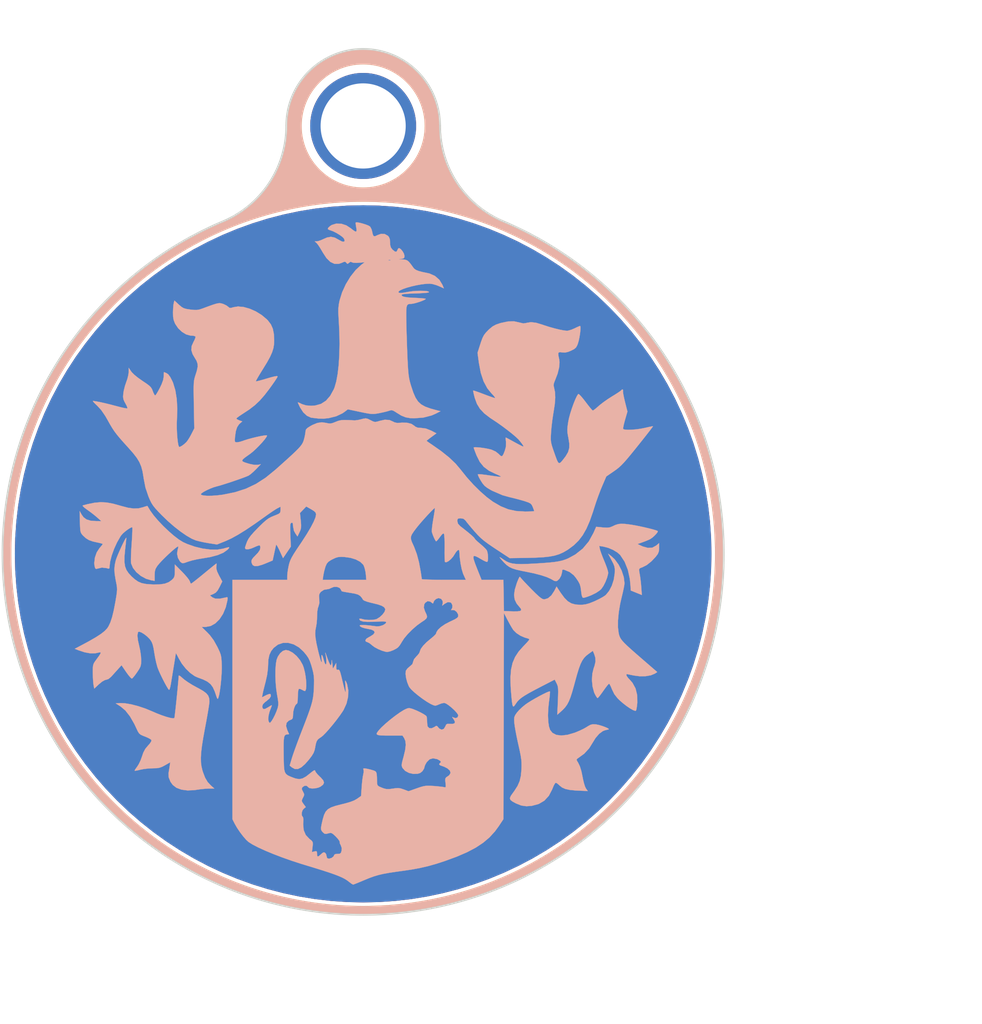
<source format=kicad_pcb>
(kicad_pcb (version 20171130) (host pcbnew "(5.1.4)-1")

  (general
    (thickness 1.6)
    (drawings 39)
    (tracks 0)
    (zones 0)
    (modules 3)
    (nets 1)
  )

  (page A)
  (title_block
    (title "Ruddock House PCB Crest")
    (date 2019-02-13)
    (rev A)
    (company "Ruddock House Electrical Engineering")
    (comment 1 "Ray Sun")
  )

  (layers
    (0 F.Cu signal)
    (31 B.Cu signal)
    (32 B.Adhes user)
    (33 F.Adhes user)
    (34 B.Paste user)
    (35 F.Paste user)
    (36 B.SilkS user)
    (37 F.SilkS user)
    (38 B.Mask user)
    (39 F.Mask user)
    (40 Dwgs.User user)
    (41 Cmts.User user)
    (42 Eco1.User user)
    (43 Eco2.User user)
    (44 Edge.Cuts user)
    (45 Margin user)
    (46 B.CrtYd user)
    (47 F.CrtYd user)
    (48 B.Fab user)
    (49 F.Fab user)
  )

  (setup
    (last_trace_width 0.25)
    (trace_clearance 0.2)
    (zone_clearance 0.508)
    (zone_45_only no)
    (trace_min 0.2)
    (via_size 0.8)
    (via_drill 0.4)
    (via_min_size 0.4)
    (via_min_drill 0.3)
    (uvia_size 0.3)
    (uvia_drill 0.1)
    (uvias_allowed no)
    (uvia_min_size 0.2)
    (uvia_min_drill 0.1)
    (edge_width 0.1)
    (segment_width 0.5)
    (pcb_text_width 0.3)
    (pcb_text_size 1.5 1.5)
    (mod_edge_width 0.15)
    (mod_text_size 1 1)
    (mod_text_width 0.15)
    (pad_size 5.6 5.6)
    (pad_drill 4.5)
    (pad_to_mask_clearance 0.2)
    (solder_mask_min_width 0.25)
    (aux_axis_origin 0 0)
    (grid_origin 121.92 127)
    (visible_elements 7FFFFFFF)
    (pcbplotparams
      (layerselection 0x010f0_ffffffff)
      (usegerberextensions true)
      (usegerberattributes false)
      (usegerberadvancedattributes false)
      (creategerberjobfile false)
      (excludeedgelayer true)
      (linewidth 0.100000)
      (plotframeref false)
      (viasonmask false)
      (mode 1)
      (useauxorigin false)
      (hpglpennumber 1)
      (hpglpenspeed 20)
      (hpglpendiameter 15.000000)
      (psnegative false)
      (psa4output false)
      (plotreference true)
      (plotvalue true)
      (plotinvisibletext false)
      (padsonsilk false)
      (subtractmaskfromsilk false)
      (outputformat 1)
      (mirror false)
      (drillshape 0)
      (scaleselection 1)
      (outputdirectory "gerber/"))
  )

  (net 0 "")

  (net_class Default "This is the default net class."
    (clearance 0.2)
    (trace_width 0.25)
    (via_dia 0.8)
    (via_drill 0.4)
    (uvia_dia 0.3)
    (uvia_drill 0.1)
  )

  (module MountingHole:MountingHole_3.2mm_M3_DIN965_Pad (layer F.Cu) (tedit 5C64A5B3) (tstamp 5C63A13F)
    (at 140.97 85.344)
    (descr "Mounting Hole 3.2mm, M3, DIN965")
    (tags "mounting hole 3.2mm m3 din965")
    (attr virtual)
    (fp_text reference REF** (at 0 -3.8) (layer F.SilkS) hide
      (effects (font (size 1 1) (thickness 0.15)))
    )
    (fp_text value MountingHole_3.2mm_M3_DIN965_Pad (at 0 3.8) (layer F.Fab) hide
      (effects (font (size 1 1) (thickness 0.15)))
    )
    (fp_circle (center 0 0) (end 3.05 0) (layer F.CrtYd) (width 0.05))
    (fp_circle (center 0 0) (end 2.8 0) (layer Cmts.User) (width 0.15))
    (fp_text user %R (at 0.3 0) (layer F.Fab)
      (effects (font (size 1 1) (thickness 0.15)))
    )
    (pad 1 thru_hole circle (at 0 0) (size 5.6 5.6) (drill 4.5) (layers *.Cu *.Mask))
  )

  (module crest:ruddock_fsilk_1in5 (layer B.Cu) (tedit 0) (tstamp 5C639389)
    (at 140.97 108.204 180)
    (fp_text reference G*** (at 0 0 180) (layer B.SilkS) hide
      (effects (font (size 1.524 1.524) (thickness 0.3)) (justify mirror))
    )
    (fp_text value LOGO (at 0.75 0 180) (layer B.SilkS) hide
      (effects (font (size 1.524 1.524) (thickness 0.3)) (justify mirror))
    )
    (fp_poly (pts (xy 0.391931 17.760603) (xy 0.396604 17.700988) (xy 0.380812 17.577493) (xy 0.366637 17.504188)
      (xy 0.344053 17.352199) (xy 0.3636 17.281346) (xy 0.432683 17.290037) (xy 0.558703 17.376679)
      (xy 0.641171 17.445127) (xy 0.891733 17.608636) (xy 1.159146 17.695106) (xy 1.42238 17.702225)
      (xy 1.6604 17.627679) (xy 1.753041 17.567377) (xy 1.855088 17.47131) (xy 1.865111 17.407013)
      (xy 1.78233 17.361564) (xy 1.7399 17.349827) (xy 1.586471 17.293911) (xy 1.406581 17.203214)
      (xy 1.230464 17.096099) (xy 1.088355 16.990935) (xy 1.010994 16.907047) (xy 0.975929 16.795028)
      (xy 1.013808 16.742662) (xy 1.113166 16.753054) (xy 1.262537 16.829312) (xy 1.272899 16.836089)
      (xy 1.501317 16.960628) (xy 1.704321 17.00299) (xy 1.912897 16.965507) (xy 2.072455 16.896243)
      (xy 2.236596 16.822771) (xy 2.380604 16.774755) (xy 2.44629 16.764) (xy 2.559157 16.764)
      (xy 2.455152 16.667105) (xy 2.383024 16.578395) (xy 2.282486 16.427504) (xy 2.171863 16.242464)
      (xy 2.138187 16.182185) (xy 1.939886 15.879121) (xy 1.732783 15.677005) (xy 1.516304 15.575516)
      (xy 1.289876 15.574338) (xy 1.138588 15.626499) (xy 1.016053 15.67951) (xy 0.948502 15.685695)
      (xy 0.901175 15.645854) (xy 0.890906 15.632199) (xy 0.837404 15.576831) (xy 0.783493 15.597789)
      (xy 0.745661 15.63371) (xy 0.662745 15.687179) (xy 0.605064 15.662185) (xy 0.517063 15.631999)
      (xy 0.348656 15.625571) (xy 0.236401 15.632052) (xy -0.0762 15.657981) (xy 0.096137 15.527133)
      (xy 0.392585 15.252442) (xy 0.671016 14.901213) (xy 0.916256 14.498469) (xy 1.113134 14.069233)
      (xy 1.246478 13.638527) (xy 1.249569 13.62481) (xy 1.287094 13.431893) (xy 1.30772 13.249588)
      (xy 1.312702 13.046987) (xy 1.303295 12.793182) (xy 1.291122 12.601383) (xy 1.258226 11.964066)
      (xy 1.24829 11.349572) (xy 1.260449 10.770026) (xy 1.293838 10.237555) (xy 1.347594 9.764285)
      (xy 1.420852 9.362342) (xy 1.512746 9.043854) (xy 1.551504 8.949137) (xy 1.744273 8.600359)
      (xy 1.966401 8.345089) (xy 2.225886 8.177506) (xy 2.530725 8.091788) (xy 2.749516 8.0772)
      (xy 3.021299 8.097275) (xy 3.230337 8.161637) (xy 3.264652 8.178899) (xy 3.380095 8.235125)
      (xy 3.447367 8.256962) (xy 3.4544 8.25341) (xy 3.433246 8.196553) (xy 3.378853 8.079342)
      (xy 3.329897 7.980529) (xy 3.166728 7.729954) (xy 2.972622 7.549331) (xy 2.763965 7.453223)
      (xy 2.729004 7.446456) (xy 2.380056 7.404024) (xy 2.091556 7.396423) (xy 1.82885 7.422741)
      (xy 1.8288 7.422749) (xy 1.424406 7.522776) (xy 1.093028 7.680083) (xy 0.982589 7.756555)
      (xy 0.808768 7.889134) (xy 0.162828 7.753042) (xy -0.10607 7.697541) (xy -0.301874 7.662353)
      (xy -0.450703 7.645884) (xy -0.578675 7.646542) (xy -0.711906 7.662733) (xy -0.863857 7.690418)
      (xy -1.070653 7.733931) (xy -1.256155 7.77922) (xy -1.382274 7.816938) (xy -1.387762 7.819003)
      (xy -1.483699 7.844212) (xy -1.573748 7.828245) (xy -1.693232 7.761509) (xy -1.756624 7.718833)
      (xy -2.014266 7.560421) (xy -2.247541 7.466434) (xy -2.497505 7.423562) (xy -2.688268 7.4168)
      (xy -3.1844 7.453722) (xy -3.619072 7.565759) (xy -3.8354 7.660189) (xy -4.0894 7.78934)
      (xy -3.9116 7.834105) (xy -3.555235 7.931522) (xy -3.278541 8.031997) (xy -3.065645 8.151106)
      (xy -2.900674 8.30443) (xy -2.767755 8.507546) (xy -2.651015 8.776035) (xy -2.53458 9.125473)
      (xy -2.50851 9.211171) (xy -2.464476 9.369525) (xy -2.43001 9.528084) (xy -2.403001 9.705472)
      (xy -2.381341 9.920313) (xy -2.362921 10.191232) (xy -2.345631 10.536854) (xy -2.337779 10.7188)
      (xy -2.322616 11.107431) (xy -2.308252 11.522771) (xy -2.295688 11.932324) (xy -2.285924 12.303591)
      (xy -2.280174 12.589905) (xy -2.276629 12.905693) (xy -2.28003 13.134089) (xy -2.29465 13.289268)
      (xy -2.324761 13.385401) (xy -2.374635 13.436662) (xy -2.448544 13.457225) (xy -2.542805 13.461223)
      (xy -2.652515 13.475624) (xy -2.80054 13.512237) (xy -2.963346 13.562664) (xy -3.117397 13.618507)
      (xy -3.239159 13.671367) (xy -3.305097 13.712847) (xy -3.302 13.732135) (xy -3.221877 13.745283)
      (xy -3.064901 13.75932) (xy -2.855782 13.772339) (xy -2.677792 13.780355) (xy -2.36833 13.800453)
      (xy -2.158061 13.833482) (xy -2.047485 13.879304) (xy -2.037101 13.937776) (xy -2.052273 13.956454)
      (xy -2.115021 13.972182) (xy -2.259139 13.987616) (xy -2.464408 14.001154) (xy -2.710606 14.011193)
      (xy -2.760087 14.012566) (xy -3.01217 14.021898) (xy -3.227557 14.035259) (xy -3.38588 14.050993)
      (xy -3.466773 14.067442) (xy -3.471648 14.070453) (xy -3.466064 14.105632) (xy -3.378721 14.131129)
      (xy -3.229038 14.146535) (xy -3.036433 14.151437) (xy -2.820324 14.145425) (xy -2.600129 14.128088)
      (xy -2.395266 14.099015) (xy -2.368062 14.093815) (xy -2.128171 14.051352) (xy -1.972011 14.037087)
      (xy -1.885964 14.050138) (xy -1.869435 14.061446) (xy -1.870915 14.114278) (xy -1.956648 14.177603)
      (xy -2.110414 14.24682) (xy -2.315993 14.317328) (xy -2.557164 14.384527) (xy -2.817709 14.443816)
      (xy -3.081406 14.490595) (xy -3.332037 14.520263) (xy -3.516452 14.528596) (xy -3.669662 14.507542)
      (xy -3.86131 14.453212) (xy -3.985756 14.40486) (xy -4.266007 14.280919) (xy -4.189707 14.46836)
      (xy -4.030145 14.731071) (xy -3.798007 14.934239) (xy -3.512072 15.062779) (xy -3.423797 15.083558)
      (xy -3.137135 15.142493) (xy -2.933372 15.196506) (xy -2.79448 15.252361) (xy -2.702434 15.316823)
      (xy -2.655377 15.37189) (xy -2.51591 15.565745) (xy -2.410698 15.690362) (xy -2.320154 15.760146)
      (xy -1.451168 15.760146) (xy -1.401234 15.752011) (xy -1.335345 15.761351) (xy -1.334559 15.778692)
      (xy -1.402549 15.790819) (xy -1.431925 15.782703) (xy -1.451168 15.760146) (xy -2.320154 15.760146)
      (xy -2.318368 15.761522) (xy -2.217547 15.795004) (xy -2.086861 15.806588) (xy -2.065585 15.80734)
      (xy -1.927489 15.813181) (xy -1.88585 15.819815) (xy -1.935531 15.829281) (xy -1.9939 15.835807)
      (xy -2.119669 15.857841) (xy -2.173335 15.904739) (xy -2.1844 15.997649) (xy -2.154069 16.114892)
      (xy -2.079711 16.245314) (xy -1.986279 16.354343) (xy -1.898724 16.407405) (xy -1.887951 16.408401)
      (xy -1.838536 16.366092) (xy -1.814081 16.306801) (xy -1.764542 16.220222) (xy -1.681215 16.223906)
      (xy -1.558829 16.318306) (xy -1.547091 16.329891) (xy -1.464139 16.440054) (xy -1.427865 16.577283)
      (xy -1.4224 16.702036) (xy -1.408974 16.879346) (xy -1.359912 16.997676) (xy -1.304826 17.059945)
      (xy -1.139094 17.150669) (xy -0.941583 17.15876) (xy -0.762 17.0942) (xy -0.628799 17.032342)
      (xy -0.549642 17.044659) (xy -0.504526 17.141777) (xy -0.486133 17.24075) (xy -0.443518 17.399895)
      (xy -0.377694 17.52651) (xy -0.354957 17.551983) (xy -0.268163 17.601566) (xy -0.125531 17.656477)
      (xy 0.042434 17.708197) (xy 0.205225 17.748203) (xy 0.332338 17.767976) (xy 0.391931 17.760603)) (layer B.SilkS) (width 0.01))
    (fp_poly (pts (xy 14.205866 2.953917) (xy 14.574341 2.878678) (xy 14.826092 2.812347) (xy 14.822306 2.777455)
      (xy 14.747515 2.702922) (xy 14.616665 2.603282) (xy 14.597492 2.590046) (xy 14.401937 2.449096)
      (xy 14.20086 2.29274) (xy 14.0716 2.184181) (xy 13.843 1.981475) (xy 14.1224 1.984205)
      (xy 14.413064 2.006413) (xy 14.62724 2.071968) (xy 14.783771 2.189095) (xy 14.872188 2.3114)
      (xy 14.989814 2.5146) (xy 14.975207 1.946301) (xy 14.967673 1.697758) (xy 14.956794 1.528083)
      (xy 14.937362 1.414557) (xy 14.904167 1.334465) (xy 14.852002 1.26509) (xy 14.8082 1.217865)
      (xy 14.654713 1.076645) (xy 14.492418 0.978829) (xy 14.287675 0.907892) (xy 14.083651 0.861918)
      (xy 13.920443 0.826165) (xy 13.806055 0.794148) (xy 13.7668 0.774248) (xy 13.797957 0.725301)
      (xy 13.87761 0.627963) (xy 13.9398 0.557423) (xy 14.087013 0.330859) (xy 14.183058 0.053415)
      (xy 14.215921 -0.232036) (xy 14.202263 -0.379338) (xy 14.169112 -0.501844) (xy 14.123356 -0.542167)
      (xy 14.081201 -0.534088) (xy 13.811497 -0.4702) (xy 13.573514 -0.496993) (xy 13.566116 -0.49951)
      (xy 13.459852 -0.529631) (xy 13.417735 -0.509413) (xy 13.410317 -0.441857) (xy 13.37884 -0.165329)
      (xy 13.295367 0.162136) (xy 13.170616 0.51154) (xy 13.015308 0.853886) (xy 12.84016 1.160177)
      (xy 12.79167 1.231782) (xy 12.704981 1.328793) (xy 12.581139 1.437901) (xy 12.444603 1.541334)
      (xy 12.319832 1.621319) (xy 12.231281 1.660084) (xy 12.206482 1.657016) (xy 12.200429 1.599157)
      (xy 12.202026 1.45725) (xy 12.210606 1.248509) (xy 12.225506 0.990146) (xy 12.240801 0.769094)
      (xy 12.260043 0.472159) (xy 12.272672 0.199889) (xy 12.278106 -0.026949) (xy 12.27576 -0.187589)
      (xy 12.269346 -0.24878) (xy 12.169721 -0.488108) (xy 11.990327 -0.715574) (xy 11.752793 -0.912905)
      (xy 11.478746 -1.061832) (xy 11.2141 -1.140194) (xy 11.0236 -1.173003) (xy 11.0236 -0.873523)
      (xy 11.014131 -0.679265) (xy 10.976405 -0.538127) (xy 10.896436 -0.402637) (xy 10.877021 -0.375921)
      (xy 10.773186 -0.250347) (xy 10.629208 -0.095725) (xy 10.460386 0.073774) (xy 10.282016 0.24398)
      (xy 10.109397 0.40072) (xy 9.957827 0.529825) (xy 9.842603 0.617124) (xy 9.779022 0.648446)
      (xy 9.773436 0.64637) (xy 9.774772 0.589966) (xy 9.804732 0.478532) (xy 9.810792 0.4607)
      (xy 9.836379 0.254973) (xy 9.791275 0.038779) (xy 9.686612 -0.142726) (xy 9.653751 -0.176214)
      (xy 9.592686 -0.224308) (xy 9.530728 -0.239858) (xy 9.437789 -0.221569) (xy 9.283786 -0.168148)
      (xy 9.259613 -0.159256) (xy 9.051832 -0.095772) (xy 8.800757 -0.037357) (xy 8.5852 -0.00034)
      (xy 8.091216 0.082808) (xy 7.693451 0.188139) (xy 7.388732 0.316757) (xy 7.173889 0.46977)
      (xy 7.142226 0.50251) (xy 7.087618 0.56824) (xy 7.082937 0.599673) (xy 7.141145 0.598005)
      (xy 7.275201 0.564427) (xy 7.406453 0.526839) (xy 7.714195 0.476588) (xy 8.081583 0.480151)
      (xy 8.484679 0.533583) (xy 8.899546 0.632938) (xy 9.302245 0.774271) (xy 9.525 0.876032)
      (xy 9.745556 1.011838) (xy 10.006501 1.211616) (xy 10.288766 1.456952) (xy 10.573282 1.729432)
      (xy 10.840983 2.010642) (xy 11.0728 2.282166) (xy 11.249665 2.525592) (xy 11.274584 2.565652)
      (xy 11.348585 2.688273) (xy 11.396732 2.767641) (xy 11.405497 2.781843) (xy 11.45368 2.774544)
      (xy 11.5657 2.740855) (xy 11.631662 2.718343) (xy 11.873507 2.658636) (xy 12.134921 2.649253)
      (xy 12.43739 2.691593) (xy 12.802398 2.787053) (xy 12.833452 2.796565) (xy 13.223636 2.905142)
      (xy 13.561665 2.967396) (xy 13.878691 2.983572) (xy 14.205866 2.953917)) (layer B.SilkS) (width 0.01))
    (fp_poly (pts (xy -13.482545 1.825788) (xy -13.328886 1.777673) (xy -13.167506 1.70187) (xy -13.043308 1.653674)
      (xy -12.89881 1.636373) (xy -12.697446 1.646226) (xy -12.659506 1.649872) (xy -12.319 1.683973)
      (xy -12.177899 1.362687) (xy -11.929047 0.910467) (xy -11.610374 0.531163) (xy -11.218239 0.221096)
      (xy -10.850484 0.02101) (xy -10.692929 -0.044934) (xy -10.529403 -0.098029) (xy -10.343819 -0.14082)
      (xy -10.120092 -0.175856) (xy -9.842135 -0.205683) (xy -9.493864 -0.232849) (xy -9.086436 -0.258325)
      (xy -8.673893 -0.279105) (xy -8.346472 -0.286659) (xy -8.088316 -0.278966) (xy -7.883566 -0.254005)
      (xy -7.716366 -0.209754) (xy -7.570856 -0.144192) (xy -7.43118 -0.055298) (xy -7.417739 -0.045639)
      (xy -7.301582 0.033514) (xy -7.22764 0.074313) (xy -7.2136 0.074343) (xy -7.245719 0.02592)
      (xy -7.329885 -0.074087) (xy -7.446745 -0.202803) (xy -7.582122 -0.334062) (xy -7.722981 -0.435221)
      (xy -7.890269 -0.515145) (xy -8.104937 -0.582701) (xy -8.387932 -0.646753) (xy -8.5852 -0.684607)
      (xy -9.022025 -0.774729) (xy -9.400523 -0.872164) (xy -9.707432 -0.972956) (xy -9.929488 -1.07315)
      (xy -9.970392 -1.097772) (xy -10.106772 -1.173845) (xy -10.201712 -1.18935) (xy -10.261966 -1.168204)
      (xy -10.376544 -1.061458) (xy -10.468279 -0.897243) (xy -10.514009 -0.719691) (xy -10.5156 -0.684899)
      (xy -10.528137 -0.591323) (xy -10.583702 -0.574863) (xy -10.6299 -0.586427) (xy -10.911104 -0.702164)
      (xy -11.127002 -0.868374) (xy -11.244042 -1.009031) (xy -11.370989 -1.194085) (xy -11.449057 -1.342451)
      (xy -11.494129 -1.495726) (xy -11.522086 -1.69551) (xy -11.527736 -1.752113) (xy -11.555624 -1.943013)
      (xy -11.595846 -2.044499) (xy -11.6332 -2.068638) (xy -11.71408 -2.055534) (xy -11.858982 -2.009766)
      (xy -12.039373 -1.940576) (xy -12.076166 -1.925178) (xy -12.314915 -1.8068) (xy -12.507421 -1.678376)
      (xy -12.591659 -1.600117) (xy -12.702305 -1.440221) (xy -12.808906 -1.230357) (xy -12.895657 -1.008289)
      (xy -12.946757 -0.811782) (xy -12.954 -0.734226) (xy -12.934511 -0.635098) (xy -12.882067 -0.470192)
      (xy -12.805705 -0.266245) (xy -12.750868 -0.133218) (xy -12.660173 0.087656) (xy -12.582917 0.291573)
      (xy -12.529967 0.449071) (xy -12.514771 0.507046) (xy -12.481808 0.671864) (xy -12.705204 0.637005)
      (xy -12.95862 0.571392) (xy -13.21637 0.46132) (xy -13.442208 0.324981) (xy -13.589759 0.193035)
      (xy -13.822601 -0.159327) (xy -13.993824 -0.586638) (xy -14.100841 -1.081156) (xy -14.134907 -1.437997)
      (xy -14.1478 -1.682194) (xy -14.733482 -1.91966) (xy -14.703809 -1.50593) (xy -14.683153 -1.271592)
      (xy -14.656478 -1.041055) (xy -14.629244 -0.86097) (xy -14.626868 -0.848399) (xy -14.594424 -0.672844)
      (xy -14.588628 -0.570586) (xy -14.618178 -0.51492) (xy -14.691774 -0.479141) (xy -14.753932 -0.458344)
      (xy -14.991912 -0.338498) (xy -15.244897 -0.136469) (xy -15.466749 0.099384) (xy -15.577021 0.247066)
      (xy -15.630552 0.375944) (xy -15.646163 0.535128) (xy -15.6464 0.568123) (xy -15.6464 0.821832)
      (xy -15.490103 0.690316) (xy -15.290592 0.582455) (xy -15.056213 0.567158) (xy -14.783507 0.64432)
      (xy -14.732 0.667129) (xy -14.5034 0.773226) (xy -14.760005 0.862688) (xy -14.942421 0.931432)
      (xy -15.111906 1.003566) (xy -15.173054 1.033051) (xy -15.278783 1.104097) (xy -15.394687 1.205299)
      (xy -15.498313 1.313274) (xy -15.567208 1.404639) (xy -15.579053 1.455881) (xy -15.509178 1.487925)
      (xy -15.360739 1.533695) (xy -15.155022 1.588142) (xy -14.913314 1.646217) (xy -14.6569 1.702872)
      (xy -14.407067 1.753057) (xy -14.185101 1.791724) (xy -14.126542 1.800406) (xy -13.851863 1.834122)
      (xy -13.647034 1.843594) (xy -13.482545 1.825788)) (layer B.SilkS) (width 0.01))
    (fp_poly (pts (xy 12.552272 1.077682) (xy 12.611144 0.97482) (xy 12.690724 0.817851) (xy 12.78183 0.62661)
      (xy 12.875275 0.420938) (xy 12.961877 0.220671) (xy 13.03245 0.045648) (xy 13.077811 -0.084294)
      (xy 13.082652 -0.1016) (xy 13.13356 -0.338566) (xy 13.151989 -0.561199) (xy 13.137575 -0.803129)
      (xy 13.089956 -1.097986) (xy 13.070875 -1.193389) (xy 13.036568 -1.367256) (xy 13.016478 -1.506227)
      (xy 13.011306 -1.636533) (xy 13.021755 -1.784404) (xy 13.048528 -1.976072) (xy 13.092327 -2.237768)
      (xy 13.100051 -2.282606) (xy 13.185158 -2.729461) (xy 13.271986 -3.086541) (xy 13.364205 -3.365652)
      (xy 13.465485 -3.5786) (xy 13.535775 -3.684336) (xy 13.664771 -3.820935) (xy 13.858102 -3.973223)
      (xy 14.124253 -4.146913) (xy 14.47171 -4.347718) (xy 14.723869 -4.484193) (xy 15.24641 -4.761603)
      (xy 15.052705 -4.838587) (xy 14.721044 -4.947442) (xy 14.418753 -5.002268) (xy 14.167739 -4.999697)
      (xy 14.09855 -4.98531) (xy 13.968241 -4.95633) (xy 13.885295 -4.950907) (xy 13.874864 -4.955001)
      (xy 13.885479 -5.007455) (xy 13.942939 -5.105981) (xy 13.960908 -5.131424) (xy 14.071904 -5.283676)
      (xy 14.18473 -5.438521) (xy 14.1859 -5.440126) (xy 14.242575 -5.531326) (xy 14.276299 -5.631928)
      (xy 14.292163 -5.770134) (xy 14.295261 -5.974147) (xy 14.294596 -6.042034) (xy 14.287854 -6.271525)
      (xy 14.274925 -6.485846) (xy 14.258277 -6.646957) (xy 14.253429 -6.676589) (xy 14.217864 -6.866164)
      (xy 13.969108 -6.633482) (xy 13.792748 -6.488543) (xy 13.649395 -6.411007) (xy 13.595303 -6.4008)
      (xy 13.466557 -6.357872) (xy 13.32649 -6.241707) (xy 13.321001 -6.2357) (xy 13.19806 -6.099689)
      (xy 13.050466 -5.936382) (xy 12.973 -5.850662) (xy 12.774251 -5.630724) (xy 12.527168 -5.992343)
      (xy 12.409795 -6.153293) (xy 12.308415 -6.27275) (xy 12.239237 -6.332361) (xy 12.224259 -6.335353)
      (xy 12.170279 -6.28684) (xy 12.079011 -6.175806) (xy 11.968756 -6.024768) (xy 11.951617 -5.999915)
      (xy 11.83899 -5.828314) (xy 11.774139 -5.698838) (xy 11.744138 -5.572138) (xy 11.736063 -5.408863)
      (xy 11.735995 -5.343442) (xy 11.751212 -5.112727) (xy 11.789723 -4.846807) (xy 11.837595 -4.626235)
      (xy 11.911706 -4.295492) (xy 11.934892 -4.051711) (xy 11.907224 -3.893978) (xy 11.896192 -3.873611)
      (xy 11.832929 -3.858458) (xy 11.719474 -3.900976) (xy 11.577645 -3.987157) (xy 11.429256 -4.102993)
      (xy 11.296124 -4.234478) (xy 11.253656 -4.286175) (xy 11.180443 -4.40118) (xy 11.125671 -4.540602)
      (xy 11.08107 -4.731115) (xy 11.04332 -4.964618) (xy 10.999359 -5.222223) (xy 10.943586 -5.482286)
      (xy 10.885661 -5.701446) (xy 10.864808 -5.7658) (xy 10.800963 -5.926241) (xy 10.711007 -6.125127)
      (xy 10.606181 -6.34066) (xy 10.497729 -6.551042) (xy 10.396893 -6.734475) (xy 10.314916 -6.86916)
      (xy 10.26304 -6.933299) (xy 10.262474 -6.933659) (xy 10.234875 -6.900725) (xy 10.200749 -6.789672)
      (xy 10.166765 -6.623118) (xy 10.161567 -6.591446) (xy 10.128238 -6.384022) (xy 10.084579 -6.115945)
      (xy 10.037051 -5.826765) (xy 10.004552 -5.63062) (xy 9.965857 -5.395232) (xy 9.93407 -5.196561)
      (xy 9.912559 -5.056024) (xy 9.904701 -4.99562) (xy 9.88423 -5.015622) (xy 9.83152 -5.10815)
      (xy 9.757551 -5.253779) (xy 9.749966 -5.269365) (xy 9.584084 -5.549806) (xy 9.373669 -5.813907)
      (xy 9.140213 -6.03986) (xy 8.905206 -6.205856) (xy 8.763 -6.270868) (xy 8.456291 -6.384754)
      (xy 8.230458 -6.498713) (xy 8.066287 -6.630289) (xy 7.944565 -6.79702) (xy 7.84608 -7.016448)
      (xy 7.799971 -7.1501) (xy 7.744732 -7.314149) (xy 7.709126 -7.394153) (xy 7.68344 -7.403337)
      (xy 7.657958 -7.354922) (xy 7.655032 -7.347382) (xy 7.613282 -7.193) (xy 7.572605 -6.96263)
      (xy 7.535699 -6.681869) (xy 7.50526 -6.376315) (xy 7.483984 -6.071568) (xy 7.474568 -5.793226)
      (xy 7.475832 -5.646308) (xy 7.485458 -5.397863) (xy 7.501428 -5.2171) (xy 7.531906 -5.070119)
      (xy 7.585055 -4.923018) (xy 7.66904 -4.741897) (xy 7.717207 -4.644021) (xy 7.903189 -4.310779)
      (xy 8.105314 -4.040541) (xy 8.239202 -3.8989) (xy 8.536988 -3.6068) (xy 8.32579 -3.6068)
      (xy 8.062687 -3.557982) (xy 7.815818 -3.418967) (xy 7.594374 -3.200916) (xy 7.407545 -2.914986)
      (xy 7.264521 -2.572338) (xy 7.179197 -2.214544) (xy 7.162949 -2.088607) (xy 7.178179 -2.039007)
      (xy 7.237853 -2.042182) (xy 7.269335 -2.050745) (xy 7.57974 -2.115086) (xy 7.816733 -2.111194)
      (xy 7.974545 -2.043069) (xy 8.100156 -1.941355) (xy 7.917168 -1.864898) (xy 7.793701 -1.793237)
      (xy 7.693082 -1.679214) (xy 7.59163 -1.497078) (xy 7.449079 -1.205715) (xy 7.61803 -0.892649)
      (xy 7.719456 -0.681599) (xy 7.76365 -0.52295) (xy 7.763089 -0.416791) (xy 7.751339 -0.305892)
      (xy 7.75481 -0.254444) (xy 7.755987 -0.254) (xy 7.798716 -0.284686) (xy 7.906256 -0.369595)
      (xy 8.06529 -0.497997) (xy 8.262501 -0.659165) (xy 8.418148 -0.7874) (xy 8.635768 -0.965605)
      (xy 8.826351 -1.118538) (xy 8.976144 -1.235409) (xy 9.071393 -1.305433) (xy 9.098252 -1.3208)
      (xy 9.135324 -1.277986) (xy 9.163732 -1.198295) (xy 9.211313 -1.112187) (xy 9.315403 -0.976769)
      (xy 9.459053 -0.812919) (xy 9.575639 -0.690902) (xy 9.9568 -0.306013) (xy 9.9568 -0.640625)
      (xy 9.960974 -0.826889) (xy 9.981 -0.946161) (xy 10.028135 -1.032944) (xy 10.113634 -1.121742)
      (xy 10.113803 -1.1219) (xy 10.279975 -1.242108) (xy 10.484901 -1.319932) (xy 10.746677 -1.359451)
      (xy 11.083397 -1.364747) (xy 11.176 -1.361439) (xy 11.477478 -1.338758) (xy 11.708693 -1.292794)
      (xy 11.900355 -1.211518) (xy 12.083176 -1.0829) (xy 12.234174 -0.946975) (xy 12.399614 -0.771148)
      (xy 12.516313 -0.596672) (xy 12.588796 -0.404147) (xy 12.621588 -0.174172) (xy 12.619213 0.112653)
      (xy 12.586196 0.475728) (xy 12.579428 0.5334) (xy 12.55348 0.758972) (xy 12.534237 0.943651)
      (xy 12.523752 1.066464) (xy 12.523295 1.106597) (xy 12.552272 1.077682)) (layer B.SilkS) (width 0.01))
    (fp_poly (pts (xy 9.753636 -6.193607) (xy 9.758584 -6.28871) (xy 9.772165 -6.458757) (xy 9.792558 -6.685946)
      (xy 9.817942 -6.95247) (xy 9.846496 -7.240526) (xy 9.876398 -7.532309) (xy 9.905826 -7.810014)
      (xy 9.93296 -8.055837) (xy 9.955977 -8.251973) (xy 9.973057 -8.380618) (xy 9.981797 -8.42393)
      (xy 10.056419 -8.435283) (xy 10.205274 -8.410227) (xy 10.410058 -8.354305) (xy 10.65247 -8.273059)
      (xy 10.914207 -8.172031) (xy 11.144813 -8.071708) (xy 11.513266 -7.919067) (xy 11.89269 -7.792287)
      (xy 12.258865 -7.697559) (xy 12.587571 -7.641075) (xy 12.854588 -7.629026) (xy 12.872205 -7.630141)
      (xy 13.080377 -7.6454) (xy 12.818313 -7.81302) (xy 12.569184 -8.024252) (xy 12.327868 -8.332741)
      (xy 12.097435 -8.734255) (xy 11.997686 -8.945102) (xy 11.915951 -9.120279) (xy 11.846104 -9.229635)
      (xy 11.759881 -9.300683) (xy 11.629018 -9.36093) (xy 11.532855 -9.39753) (xy 11.367303 -9.468222)
      (xy 11.243297 -9.53754) (xy 11.189883 -9.587494) (xy 11.208314 -9.663093) (xy 11.289558 -9.781372)
      (xy 11.374774 -9.87609) (xy 11.52003 -10.050216) (xy 11.623454 -10.246796) (xy 11.690869 -10.443824)
      (xy 11.767076 -10.654612) (xy 11.86296 -10.85559) (xy 11.947514 -10.988867) (xy 12.032282 -11.104685)
      (xy 12.078043 -11.184221) (xy 12.080437 -11.202896) (xy 12.024517 -11.20191) (xy 11.90111 -11.17834)
      (xy 11.783237 -11.149331) (xy 11.583652 -11.110833) (xy 11.33948 -11.083933) (xy 11.131383 -11.075002)
      (xy 10.916127 -11.068579) (xy 10.757896 -11.042918) (xy 10.612465 -10.987181) (xy 10.477663 -10.914827)
      (xy 10.19876 -10.755255) (xy 10.22823 -10.952927) (xy 10.257636 -11.141286) (xy 10.288468 -11.326605)
      (xy 10.289825 -11.334389) (xy 10.280286 -11.555422) (xy 10.185677 -11.788818) (xy 10.065093 -11.9559)
      (xy 9.871209 -12.104529) (xy 9.605325 -12.202002) (xy 9.285244 -12.244681) (xy 8.92877 -12.228928)
      (xy 8.8138 -12.211636) (xy 8.578345 -12.177702) (xy 8.33092 -12.153443) (xy 8.164332 -12.145213)
      (xy 7.870464 -12.1412) (xy 8.053025 -11.980909) (xy 8.221564 -11.799683) (xy 8.355786 -11.573672)
      (xy 8.469274 -11.278318) (xy 8.502559 -11.168181) (xy 8.549437 -10.968242) (xy 8.575846 -10.754195)
      (xy 8.580892 -10.512306) (xy 8.563683 -10.228841) (xy 8.523324 -9.890065) (xy 8.458923 -9.482245)
      (xy 8.369586 -8.991645) (xy 8.3566 -8.9237) (xy 8.291676 -8.577809) (xy 8.233917 -8.255371)
      (xy 8.186086 -7.973021) (xy 8.150944 -7.74739) (xy 8.131253 -7.595112) (xy 8.128 -7.546907)
      (xy 8.141727 -7.377332) (xy 8.191959 -7.238226) (xy 8.292269 -7.114443) (xy 8.456232 -6.990839)
      (xy 8.69742 -6.852269) (xy 8.797281 -6.800157) (xy 9.032659 -6.670303) (xy 9.258293 -6.530252)
      (xy 9.443738 -6.399683) (xy 9.533675 -6.32414) (xy 9.666177 -6.208388) (xy 9.738925 -6.172003)
      (xy 9.753636 -6.193607)) (layer B.SilkS) (width 0.01))
    (fp_poly (pts (xy -9.817311 -7.020588) (xy -9.692546 -7.071715) (xy -9.518406 -7.155635) (xy -9.313611 -7.262356)
      (xy -9.096883 -7.381888) (xy -8.886943 -7.504239) (xy -8.702513 -7.619417) (xy -8.585955 -7.699653)
      (xy -8.406366 -7.846275) (xy -8.23696 -8.008615) (xy -8.123587 -8.139972) (xy -8.037684 -8.265812)
      (xy -7.993471 -8.369548) (xy -7.981411 -8.491219) (xy -7.991964 -8.670862) (xy -7.993316 -8.6868)
      (xy -8.014833 -8.852929) (xy -8.055368 -9.091395) (xy -8.10998 -9.375797) (xy -8.173727 -9.679737)
      (xy -8.207258 -9.8298) (xy -8.279216 -10.15303) (xy -8.328916 -10.402909) (xy -8.359506 -10.604456)
      (xy -8.374134 -10.78269) (xy -8.37595 -10.962632) (xy -8.370266 -11.1252) (xy -8.339554 -11.468366)
      (xy -8.274739 -11.749703) (xy -8.162247 -12.006885) (xy -7.988504 -12.277585) (xy -7.923211 -12.366)
      (xy -7.805845 -12.532922) (xy -7.758042 -12.651018) (xy -7.78593 -12.742728) (xy -7.895636 -12.830488)
      (xy -8.076815 -12.928404) (xy -8.357784 -13.040642) (xy -8.634228 -13.079614) (xy -8.919127 -13.057412)
      (xy -9.282009 -12.959197) (xy -9.57987 -12.783835) (xy -9.815764 -12.528776) (xy -9.992744 -12.191467)
      (xy -10.009921 -12.146019) (xy -10.076337 -11.98726) (xy -10.139345 -11.875583) (xy -10.182703 -11.8364)
      (xy -10.25347 -11.870398) (xy -10.354978 -11.954894) (xy -10.383441 -11.983414) (xy -10.514612 -12.088635)
      (xy -10.686918 -12.164589) (xy -10.917352 -12.215783) (xy -11.222906 -12.246725) (xy -11.411401 -12.256095)
      (xy -11.875401 -12.273526) (xy -11.780268 -12.143863) (xy -11.727905 -12.03436) (xy -11.671767 -11.856045)
      (xy -11.621394 -11.640832) (xy -11.607433 -11.565831) (xy -11.539654 -11.234597) (xy -11.461704 -10.980029)
      (xy -11.365209 -10.777209) (xy -11.316722 -10.700858) (xy -11.280651 -10.619312) (xy -11.32783 -10.561222)
      (xy -11.347887 -10.548458) (xy -11.687181 -10.302641) (xy -11.946921 -10.020837) (xy -12.106108 -9.765342)
      (xy -12.285189 -9.475037) (xy -12.478386 -9.251652) (xy -12.673399 -9.107803) (xy -12.789832 -9.06409)
      (xy -12.910344 -9.036179) (xy -12.9794 -9.018275) (xy -12.981021 -8.991939) (xy -12.907939 -8.946908)
      (xy -12.783209 -8.892156) (xy -12.629889 -8.836657) (xy -12.471034 -8.789387) (xy -12.329701 -8.759321)
      (xy -12.30625 -8.756239) (xy -12.149827 -8.74789) (xy -12.026162 -8.774241) (xy -11.888109 -8.848244)
      (xy -11.827865 -8.887667) (xy -11.663077 -8.982495) (xy -11.444466 -9.087864) (xy -11.214968 -9.183327)
      (xy -11.178703 -9.196828) (xy -10.80161 -9.306854) (xy -10.477155 -9.344178) (xy -10.210649 -9.309412)
      (xy -10.007401 -9.203171) (xy -9.883128 -9.047288) (xy -9.822372 -8.861911) (xy -9.785004 -8.599552)
      (xy -9.771931 -8.282307) (xy -9.78406 -7.932276) (xy -9.822297 -7.571558) (xy -9.822511 -7.570074)
      (xy -9.851787 -7.349196) (xy -9.870966 -7.167997) (xy -9.878022 -7.048434) (xy -9.87398 -7.012246)
      (xy -9.817311 -7.020588)) (layer B.SilkS) (width 0.01))
    (fp_poly (pts (xy 10.013345 13.51111) (xy 10.031545 13.398066) (xy 10.045882 13.221361) (xy 10.053292 13.018931)
      (xy 10.053336 13.015812) (xy 10.048093 12.785517) (xy 10.019148 12.611412) (xy 9.957896 12.449217)
      (xy 9.933528 12.399401) (xy 9.780466 12.1725) (xy 9.580415 11.982446) (xy 9.358549 11.847823)
      (xy 9.140042 11.787216) (xy 9.102092 11.785601) (xy 8.964987 11.774284) (xy 8.876212 11.746077)
      (xy 8.865039 11.735512) (xy 8.870909 11.666407) (xy 8.920078 11.545288) (xy 8.963641 11.464349)
      (xy 9.066785 11.234813) (xy 9.085442 11.023909) (xy 9.018151 10.806429) (xy 8.9154 10.631226)
      (xy 8.809625 10.455022) (xy 8.75514 10.298886) (xy 8.750023 10.13324) (xy 8.792352 9.928508)
      (xy 8.856481 9.724398) (xy 8.89351 9.610789) (xy 8.921596 9.507131) (xy 8.941656 9.398039)
      (xy 8.954605 9.268128) (xy 8.96136 9.102013) (xy 8.962836 8.884309) (xy 8.95995 8.59963)
      (xy 8.953618 8.23259) (xy 8.951613 8.126665) (xy 8.927864 6.880729) (xy 9.082166 6.577265)
      (xy 9.17963 6.400427) (xy 9.277957 6.245653) (xy 9.344913 6.159178) (xy 9.465782 6.047292)
      (xy 9.589167 5.957271) (xy 9.688427 5.906455) (xy 9.733317 5.906384) (xy 9.766716 5.987916)
      (xy 9.797018 6.149111) (xy 9.822548 6.368041) (xy 9.841636 6.622781) (xy 9.852608 6.891402)
      (xy 9.853792 7.151978) (xy 9.844716 7.366866) (xy 9.827122 7.919978) (xy 9.856263 8.43486)
      (xy 9.930126 8.894556) (xy 10.046698 9.282106) (xy 10.08199 9.365103) (xy 10.197899 9.592067)
      (xy 10.301685 9.732843) (xy 10.384681 9.793372) (xy 10.484473 9.837382) (xy 10.53069 9.855039)
      (xy 10.537195 9.809634) (xy 10.541352 9.695665) (xy 10.541967 9.639134) (xy 10.569927 9.450608)
      (xy 10.656021 9.213815) (xy 10.745167 9.027281) (xy 10.840942 8.848327) (xy 10.923914 8.708885)
      (xy 10.980939 8.63044) (xy 10.993814 8.620886) (xy 11.035257 8.65839) (xy 11.089693 8.765483)
      (xy 11.120814 8.847751) (xy 11.164776 8.95913) (xy 11.222122 9.050301) (xy 11.311023 9.139305)
      (xy 11.449647 9.244185) (xy 11.656162 9.382983) (xy 11.666844 9.389989) (xy 11.90146 9.554894)
      (xy 12.097956 9.714432) (xy 12.234462 9.850335) (xy 12.263744 9.888532) (xy 12.3952 10.081985)
      (xy 12.3952 9.865984) (xy 12.415174 9.700005) (xy 12.466832 9.494439) (xy 12.520077 9.342657)
      (xy 12.595331 9.121137) (xy 12.655302 8.880196) (xy 12.678323 8.740388) (xy 12.692076 8.557615)
      (xy 12.676017 8.424916) (xy 12.620312 8.292746) (xy 12.572674 8.208228) (xy 12.501065 8.071524)
      (xy 12.46438 7.97158) (xy 12.465495 7.939172) (xy 12.524124 7.939431) (xy 12.659751 7.963934)
      (xy 12.851863 8.008387) (xy 13.068567 8.065343) (xy 13.361069 8.142738) (xy 13.649145 8.212737)
      (xy 13.910793 8.270546) (xy 14.12401 8.311367) (xy 14.266794 8.330405) (xy 14.288223 8.3312)
      (xy 14.276436 8.300377) (xy 14.203482 8.218938) (xy 14.084427 8.103436) (xy 14.062619 8.083368)
      (xy 13.849795 7.852238) (xy 13.639172 7.546259) (xy 13.516623 7.334068) (xy 13.38539 7.099016)
      (xy 13.268033 6.902723) (xy 13.150323 6.726178) (xy 13.018035 6.550374) (xy 12.85694 6.356299)
      (xy 12.652814 6.124945) (xy 12.418957 5.8674) (xy 12.162184 5.5763) (xy 11.970116 5.328422)
      (xy 11.830903 5.10019) (xy 11.732698 4.868027) (xy 11.663651 4.608355) (xy 11.611915 4.297599)
      (xy 11.605344 4.248414) (xy 11.509491 3.752746) (xy 11.349726 3.28218) (xy 11.267675 3.090138)
      (xy 11.190226 2.936368) (xy 11.101315 2.798318) (xy 10.98488 2.653436) (xy 10.824859 2.479169)
      (xy 10.647251 2.295868) (xy 10.324182 1.984113) (xy 9.98807 1.692388) (xy 9.654792 1.43242)
      (xy 9.340226 1.215933) (xy 9.060247 1.054655) (xy 8.844388 0.964358) (xy 8.649942 0.913205)
      (xy 8.405129 0.860296) (xy 8.1604 0.816457) (xy 8.142281 0.813658) (xy 7.724762 0.750072)
      (xy 7.266146 0.93363) (xy 6.966096 1.071081) (xy 6.614886 1.264551) (xy 6.206865 1.51754)
      (xy 5.736383 1.83355) (xy 5.207 2.209399) (xy 4.994067 2.360942) (xy 4.795044 2.497426)
      (xy 4.632876 2.603427) (xy 4.5339 2.661824) (xy 4.3688 2.74581) (xy 4.3688 2.571146)
      (xy 4.373912 2.478912) (xy 4.402918 2.415638) (xy 4.476317 2.363072) (xy 4.614613 2.302966)
      (xy 4.712576 2.265118) (xy 4.866067 2.200618) (xy 5.000338 2.12671) (xy 5.136066 2.027905)
      (xy 5.293931 1.888715) (xy 5.494609 1.693651) (xy 5.551423 1.636819) (xy 5.778591 1.402057)
      (xy 5.941612 1.21574) (xy 6.053908 1.060693) (xy 6.128901 0.919743) (xy 6.147447 0.874197)
      (xy 6.203137 0.720145) (xy 6.239802 0.604365) (xy 6.2484 0.563691) (xy 6.207673 0.500979)
      (xy 6.095175 0.491251) (xy 5.925428 0.533863) (xy 5.804141 0.58337) (xy 5.621665 0.664099)
      (xy 5.512081 0.699732) (xy 5.456898 0.689577) (xy 5.437627 0.632942) (xy 5.4356 0.569591)
      (xy 5.464645 0.45349) (xy 5.559508 0.315364) (xy 5.682422 0.18487) (xy 5.814347 0.048877)
      (xy 5.884333 -0.0468) (xy 5.906623 -0.129067) (xy 5.896529 -0.219621) (xy 5.843079 -0.33738)
      (xy 5.737553 -0.39334) (xy 5.571695 -0.387889) (xy 5.33725 -0.321416) (xy 5.164219 -0.254068)
      (xy 4.784115 -0.09583) (xy 4.700222 0.294985) (xy 4.658545 0.486428) (xy 4.62395 0.640415)
      (xy 4.602756 0.72893) (xy 4.600593 0.7366) (xy 4.574277 0.717955) (xy 4.517718 0.624301)
      (xy 4.44137 0.473725) (xy 4.410361 0.407555) (xy 4.235865 0.02771) (xy 3.823477 0.635)
      (xy 3.848783 1.249316) (xy 3.858023 1.511849) (xy 3.859153 1.690206) (xy 3.85064 1.801595)
      (xy 3.830951 1.863227) (xy 3.798555 1.89231) (xy 3.791244 1.895421) (xy 3.737669 1.898542)
      (xy 3.71341 1.839155) (xy 3.7084 1.722911) (xy 3.660989 1.479407) (xy 3.590643 1.345316)
      (xy 3.472886 1.172021) (xy 3.365587 1.392874) (xy 3.31114 1.51937) (xy 3.28397 1.636868)
      (xy 3.280314 1.780544) (xy 3.296411 1.985575) (xy 3.299224 2.013364) (xy 3.340159 2.413)
      (xy 3.174391 2.584242) (xy 3.008624 2.755483) (xy 2.748963 2.609642) (xy 2.593811 2.512452)
      (xy 2.513844 2.430915) (xy 2.4894 2.344268) (xy 2.489251 2.335367) (xy 2.521511 2.177248)
      (xy 2.616159 1.947887) (xy 2.769855 1.653515) (xy 2.979257 1.300365) (xy 3.241026 0.894668)
      (xy 3.341528 0.745625) (xy 3.534725 0.458444) (xy 3.677571 0.235543) (xy 3.77962 0.059144)
      (xy 3.850425 -0.088534) (xy 3.89954 -0.22527) (xy 3.933733 -0.356467) (xy 3.975121 -0.568766)
      (xy 4.003864 -0.774167) (xy 4.0132 -0.911728) (xy 4.0132 -1.1176) (xy 6.9088 -1.1176)
      (xy 6.9088 -7.443888) (xy 6.908799 -13.770177) (xy 6.787 -14.010536) (xy 6.665755 -14.221496)
      (xy 6.511502 -14.449963) (xy 6.344739 -14.668961) (xy 6.185965 -14.851512) (xy 6.059692 -14.967721)
      (xy 5.846577 -15.101905) (xy 5.549344 -15.255722) (xy 5.182236 -15.423352) (xy 4.759496 -15.598978)
      (xy 4.295365 -15.77678) (xy 3.804088 -15.950941) (xy 3.299906 -16.115643) (xy 3.0988 -16.177275)
      (xy 2.581688 -16.333955) (xy 2.1521 -16.467561) (xy 1.799632 -16.582096) (xy 1.513883 -16.681566)
      (xy 1.28445 -16.769972) (xy 1.100932 -16.851319) (xy 0.952926 -16.929611) (xy 0.83003 -17.008851)
      (xy 0.723808 -17.091386) (xy 0.615446 -17.173177) (xy 0.537514 -17.215413) (xy 0.526066 -17.217113)
      (xy 0.464459 -17.196553) (xy 0.330137 -17.143833) (xy 0.143603 -17.0672) (xy -0.0508 -16.985101)
      (xy -0.319413 -16.874482) (xy -0.561713 -16.786168) (xy -0.800376 -16.714576) (xy -1.058077 -16.654126)
      (xy -1.357488 -16.599237) (xy -1.721286 -16.544327) (xy -1.990643 -16.507622) (xy -2.528033 -16.429267)
      (xy -2.998215 -16.343576) (xy -3.435581 -16.242658) (xy -3.874519 -16.118619) (xy -4.325041 -15.971924)
      (xy -4.95456 -15.74123) (xy -5.493536 -15.508417) (xy -5.952904 -15.26641) (xy -6.3436 -15.008133)
      (xy -6.676561 -14.726512) (xy -6.962721 -14.414474) (xy -7.169607 -14.131715) (xy -7.416344 -13.760031)
      (xy -7.429272 -8.315115) (xy -7.441863 -3.012052) (xy -5.0292 -3.012052) (xy -5.014586 -3.074707)
      (xy -4.959652 -3.134528) (xy -4.84776 -3.203472) (xy -4.662273 -3.293499) (xy -4.595251 -3.323947)
      (xy -4.332052 -3.460604) (xy -4.113467 -3.609433) (xy -3.954541 -3.757697) (xy -3.87032 -3.892664)
      (xy -3.8608 -3.945605) (xy -3.823063 -4.00469) (xy -3.72356 -4.103201) (xy -3.582854 -4.221026)
      (xy -3.565114 -4.234787) (xy -3.342798 -4.42287) (xy -3.165086 -4.606916) (xy -3.045494 -4.770904)
      (xy -2.997541 -4.898812) (xy -2.9972 -4.907903) (xy -2.961797 -4.993279) (xy -2.872246 -5.107016)
      (xy -2.8194 -5.159444) (xy -2.691065 -5.30861) (xy -2.641746 -5.442077) (xy -2.6416 -5.448603)
      (xy -2.60042 -5.571255) (xy -2.469663 -5.690879) (xy -2.462507 -5.695751) (xy -2.341046 -5.801501)
      (xy -2.260967 -5.914694) (xy -2.251087 -5.941708) (xy -2.24231 -6.099803) (xy -2.271912 -6.309742)
      (xy -2.331205 -6.533329) (xy -2.411501 -6.732369) (xy -2.444358 -6.791438) (xy -2.542557 -6.909038)
      (xy -2.705513 -7.061364) (xy -2.910815 -7.230947) (xy -3.13605 -7.400315) (xy -3.358808 -7.552)
      (xy -3.556677 -7.668532) (xy -3.593359 -7.687093) (xy -3.729971 -7.748549) (xy -3.822766 -7.764935)
      (xy -3.917859 -7.73845) (xy -3.988782 -7.705962) (xy -4.137852 -7.648953) (xy -4.269666 -7.620674)
      (xy -4.285667 -7.62) (xy -4.382942 -7.654446) (xy -4.520523 -7.744211) (xy -4.675687 -7.868934)
      (xy -4.825715 -8.008257) (xy -4.947883 -8.141818) (xy -5.019471 -8.249258) (xy -5.0292 -8.286256)
      (xy -4.989797 -8.38554) (xy -4.892854 -8.424407) (xy -4.770277 -8.390635) (xy -4.765055 -8.387453)
      (xy -4.70917 -8.357643) (xy -4.711807 -8.381912) (xy -4.775147 -8.47265) (xy -4.781595 -8.481384)
      (xy -4.852727 -8.611583) (xy -4.835937 -8.69373) (xy -4.729588 -8.729951) (xy -4.591395 -8.728365)
      (xy -4.459834 -8.725914) (xy -4.390834 -8.761088) (xy -4.346785 -8.854551) (xy -4.3434 -8.8646)
      (xy -4.262781 -8.994207) (xy -4.151204 -9.033896) (xy -4.030759 -8.979956) (xy -3.98059 -8.925531)
      (xy -3.911202 -8.84391) (xy -3.85383 -8.835706) (xy -3.762286 -8.894822) (xy -3.760106 -8.896417)
      (xy -3.615107 -8.962838) (xy -3.490671 -8.950726) (xy -3.410505 -8.866639) (xy -3.394074 -8.795175)
      (xy -3.382759 -8.636207) (xy -3.375517 -8.5344) (xy -3.365825 -8.410859) (xy -3.359644 -8.344631)
      (xy -3.312204 -8.290325) (xy -3.19388 -8.21137) (xy -3.028308 -8.120376) (xy -2.839124 -8.029954)
      (xy -2.649966 -7.952714) (xy -2.57898 -7.928131) (xy -2.460203 -7.897373) (xy -2.361522 -7.901875)
      (xy -2.242699 -7.948563) (xy -2.136601 -8.004269) (xy -1.934813 -8.129609) (xy -1.689807 -8.304796)
      (xy -1.429792 -8.507421) (xy -1.182978 -8.715078) (xy -0.977574 -8.905359) (xy -0.89867 -8.987585)
      (xy -0.783556 -9.120325) (xy -0.721267 -9.215652) (xy -0.720336 -9.279737) (xy -0.789299 -9.318755)
      (xy -0.936688 -9.338879) (xy -1.171039 -9.346281) (xy -1.395829 -9.3472) (xy -2.080458 -9.3472)
      (xy -2.169446 -9.483013) (xy -2.234988 -9.639398) (xy -2.252244 -9.844051) (xy -2.220726 -10.110089)
      (xy -2.139943 -10.450627) (xy -2.132209 -10.478381) (xy -2.073829 -10.693437) (xy -2.043139 -10.83642)
      (xy -2.038103 -10.93241) (xy -2.056685 -11.00649) (xy -2.084798 -11.062581) (xy -2.222067 -11.213015)
      (xy -2.422668 -11.319224) (xy -2.65466 -11.372267) (xy -2.886101 -11.363206) (xy -3.014608 -11.322798)
      (xy -3.131497 -11.22882) (xy -3.221281 -11.088974) (xy -3.2512 -10.969697) (xy -3.27703 -10.899177)
      (xy -3.34135 -10.784099) (xy -3.364644 -10.747515) (xy -3.511655 -10.60009) (xy -3.694249 -10.546755)
      (xy -3.90623 -10.588985) (xy -3.9497 -10.608117) (xy -4.077361 -10.682909) (xy -4.110633 -10.744395)
      (xy -4.064 -10.795) (xy -4.01487 -10.856537) (xy -4.062342 -10.913091) (xy -4.1529 -10.945852)
      (xy -4.293235 -10.997335) (xy -4.446235 -11.075551) (xy -4.4577 -11.082503) (xy -4.588135 -11.199101)
      (xy -4.619938 -11.320802) (xy -4.552743 -11.437681) (xy -4.472955 -11.496609) (xy -4.385665 -11.55556)
      (xy -4.345787 -11.61983) (xy -4.341478 -11.724248) (xy -4.354043 -11.846301) (xy -4.368049 -11.998183)
      (xy -4.36018 -12.070396) (xy -4.326136 -12.083337) (xy -4.305427 -12.076951) (xy -4.221663 -12.059942)
      (xy -4.063913 -12.039951) (xy -3.859602 -12.020208) (xy -3.75124 -12.011637) (xy -3.517265 -11.997329)
      (xy -3.344146 -11.998662) (xy -3.191663 -12.020936) (xy -3.0196 -12.06945) (xy -2.83681 -12.132133)
      (xy -2.39702 -12.287418) (xy -2.144517 -12.191474) (xy -1.983357 -12.138681) (xy -1.84252 -12.12022)
      (xy -1.674272 -12.132536) (xy -1.568307 -12.148574) (xy -1.372544 -12.174526) (xy -1.228271 -12.172028)
      (xy -1.088385 -12.137163) (xy -0.9906 -12.100528) (xy -0.843821 -12.037906) (xy -0.767946 -11.981428)
      (xy -0.738948 -11.901034) (xy -0.732987 -11.778219) (xy -0.727813 -11.54206) (xy -0.717232 -11.387055)
      (xy -0.694756 -11.292764) (xy -0.653899 -11.238747) (xy -0.588177 -11.204565) (xy -0.5461 -11.189274)
      (xy -0.379193 -11.139965) (xy -0.19595 -11.098189) (xy -0.182306 -11.095678) (xy -0.057189 -11.077934)
      (xy -0.008883 -11.091024) (xy -0.015322 -11.142426) (xy -0.018587 -11.151162) (xy -0.029013 -11.262829)
      (xy -0.005169 -11.399653) (xy 0.019643 -11.519639) (xy 0.045446 -11.708818) (xy 0.068157 -11.934912)
      (xy 0.076741 -12.046796) (xy 0.110256 -12.536593) (xy 0.321828 -12.686068) (xy 0.475968 -12.773552)
      (xy 0.688216 -12.855178) (xy 0.975989 -12.937132) (xy 1.143 -12.97769) (xy 1.462406 -13.059184)
      (xy 1.697816 -13.141909) (xy 1.866019 -13.239963) (xy 1.983799 -13.367443) (xy 2.067946 -13.538445)
      (xy 2.135244 -13.767067) (xy 2.148403 -13.821991) (xy 2.199592 -14.048419) (xy 2.225548 -14.199847)
      (xy 2.225595 -14.299867) (xy 2.199056 -14.372066) (xy 2.145252 -14.440034) (xy 2.130193 -14.456225)
      (xy 2.045549 -14.528299) (xy 1.956777 -14.540591) (xy 1.849199 -14.513987) (xy 1.748384 -14.488886)
      (xy 1.670783 -14.497157) (xy 1.586349 -14.551426) (xy 1.465034 -14.664319) (xy 1.445206 -14.683745)
      (xy 1.329826 -14.808899) (xy 1.256015 -14.91239) (xy 1.239767 -14.966326) (xy 1.23025 -15.048308)
      (xy 1.184899 -15.13569) (xy 1.130992 -15.292261) (xy 1.140234 -15.420922) (xy 1.173161 -15.539146)
      (xy 1.235131 -15.587038) (xy 1.348501 -15.5956) (xy 1.465118 -15.607595) (xy 1.522702 -15.637041)
      (xy 1.524 -15.642771) (xy 1.567435 -15.733394) (xy 1.671162 -15.811933) (xy 1.795314 -15.849256)
      (xy 1.807028 -15.8496) (xy 1.902318 -15.826703) (xy 1.930255 -15.740184) (xy 1.9304 -15.72882)
      (xy 1.961543 -15.606594) (xy 2.008436 -15.543275) (xy 2.072883 -15.512016) (xy 2.145796 -15.542162)
      (xy 2.227116 -15.613255) (xy 2.343107 -15.714652) (xy 2.407465 -15.737061) (xy 2.434331 -15.678931)
      (xy 2.4384 -15.590092) (xy 2.446887 -15.48265) (xy 2.490345 -15.451535) (xy 2.572724 -15.465898)
      (xy 2.707048 -15.499612) (xy 2.674968 -15.226666) (xy 2.659752 -15.06706) (xy 2.672007 -14.969568)
      (xy 2.726811 -14.895465) (xy 2.838526 -14.80656) (xy 3.034512 -14.599236) (xy 3.145606 -14.337331)
      (xy 3.170701 -14.02374) (xy 3.165209 -13.95416) (xy 3.157244 -13.76336) (xy 3.180377 -13.657895)
      (xy 3.194009 -13.643749) (xy 3.245371 -13.559668) (xy 3.248126 -13.430482) (xy 3.207253 -13.297401)
      (xy 3.141817 -13.211912) (xy 3.032434 -13.123339) (xy 3.152526 -12.960905) (xy 3.227129 -12.851549)
      (xy 3.244469 -12.774437) (xy 3.208992 -12.681098) (xy 3.182726 -12.63155) (xy 3.126929 -12.514781)
      (xy 3.1228 -12.432007) (xy 3.170323 -12.329754) (xy 3.182616 -12.308191) (xy 3.238048 -12.192344)
      (xy 3.235381 -12.116592) (xy 3.204779 -12.070277) (xy 3.104611 -12.00242) (xy 2.995529 -11.996655)
      (xy 2.919045 -12.053737) (xy 2.91397 -12.065) (xy 2.844331 -12.118764) (xy 2.710024 -12.141389)
      (xy 2.542769 -12.133855) (xy 2.374287 -12.097148) (xy 2.255177 -12.044582) (xy 2.119313 -11.93982)
      (xy 2.07046 -11.834525) (xy 2.109585 -11.714642) (xy 2.237655 -11.566116) (xy 2.291572 -11.515677)
      (xy 2.419373 -11.387336) (xy 2.509037 -11.273601) (xy 2.54 -11.203828) (xy 2.561131 -11.174176)
      (xy 2.631051 -11.205555) (xy 2.75955 -11.303049) (xy 2.8067 -11.34233) (xy 3.027526 -11.513512)
      (xy 3.209395 -11.612256) (xy 3.376978 -11.645334) (xy 3.554945 -11.619518) (xy 3.672969 -11.580105)
      (xy 3.852075 -11.510874) (xy 3.984072 -11.448521) (xy 4.076394 -11.376865) (xy 4.136478 -11.279729)
      (xy 4.171758 -11.140935) (xy 4.189668 -10.944304) (xy 4.197644 -10.673659) (xy 4.201313 -10.430428)
      (xy 4.205469 -10.063599) (xy 4.204576 -9.785739) (xy 4.196828 -9.584271) (xy 4.180422 -9.446614)
      (xy 4.153552 -9.360191) (xy 4.114413 -9.312423) (xy 4.061202 -9.290731) (xy 4.037227 -9.286749)
      (xy 3.915589 -9.271) (xy 4.013374 -9.053618) (xy 4.075607 -8.840348) (xy 4.049502 -8.67534)
      (xy 3.935518 -8.560175) (xy 3.861091 -8.526889) (xy 3.765412 -8.483004) (xy 3.72103 -8.417032)
      (xy 3.708719 -8.29391) (xy 3.7084 -8.248398) (xy 3.692492 -8.074072) (xy 3.651428 -7.90208)
      (xy 3.595194 -7.761173) (xy 3.533774 -7.680105) (xy 3.507792 -7.6708) (xy 3.479146 -7.622667)
      (xy 3.460644 -7.488306) (xy 3.4544 -7.292798) (xy 3.447736 -7.105799) (xy 3.430143 -6.960707)
      (xy 3.405222 -6.885399) (xy 3.401366 -6.882019) (xy 3.325494 -6.883867) (xy 3.219158 -6.93388)
      (xy 3.120686 -6.985489) (xy 3.063397 -6.991912) (xy 3.063035 -6.991568) (xy 3.022131 -6.89251)
      (xy 3.005974 -6.719253) (xy 3.012245 -6.495527) (xy 3.03863 -6.245063) (xy 3.082811 -5.99159)
      (xy 3.142473 -5.758841) (xy 3.198162 -5.607181) (xy 3.339079 -5.359091) (xy 3.522128 -5.13952)
      (xy 3.727232 -4.966041) (xy 3.934314 -4.856222) (xy 4.090784 -4.826) (xy 4.241135 -4.872255)
      (xy 4.388034 -4.995994) (xy 4.510197 -5.17468) (xy 4.574891 -5.338672) (xy 4.61511 -5.56354)
      (xy 4.636684 -5.860706) (xy 4.639958 -6.202658) (xy 4.625278 -6.561884) (xy 4.592987 -6.910873)
      (xy 4.551793 -7.179757) (xy 4.508259 -7.425495) (xy 4.487245 -7.600123) (xy 4.487521 -7.731319)
      (xy 4.507858 -7.846758) (xy 4.520202 -7.890957) (xy 4.586258 -8.078144) (xy 4.670572 -8.270954)
      (xy 4.761334 -8.447516) (xy 4.846736 -8.585959) (xy 4.914969 -8.66441) (xy 4.942755 -8.673588)
      (xy 4.997052 -8.60668) (xy 5.016398 -8.470469) (xy 5.001302 -8.29086) (xy 4.952273 -8.09376)
      (xy 4.930166 -8.03291) (xy 4.87307 -7.884065) (xy 4.835235 -7.777778) (xy 4.826 -7.744398)
      (xy 4.863571 -7.75517) (xy 4.959217 -7.809723) (xy 5.026267 -7.852689) (xy 5.183099 -7.937671)
      (xy 5.281689 -7.943007) (xy 5.328266 -7.867573) (xy 5.334 -7.797242) (xy 5.299867 -7.692821)
      (xy 5.18873 -7.579671) (xy 5.1054 -7.5184) (xy 4.949922 -7.385737) (xy 4.878138 -7.263727)
      (xy 4.895647 -7.162904) (xy 4.90849 -7.148043) (xy 4.968455 -7.149969) (xy 5.083352 -7.191495)
      (xy 5.144519 -7.220599) (xy 5.348858 -7.324845) (xy 5.317743 -7.154922) (xy 5.290861 -7.030982)
      (xy 5.244884 -6.841162) (xy 5.187702 -6.617536) (xy 5.157914 -6.505082) (xy 5.07837 -6.147291)
      (xy 5.034976 -5.814207) (xy 5.028916 -5.666882) (xy 5.013003 -5.341782) (xy 4.960541 -5.088585)
      (xy 4.863571 -4.881703) (xy 4.732936 -4.715317) (xy 4.505335 -4.539639) (xy 4.242948 -4.451022)
      (xy 3.960238 -4.447661) (xy 3.671666 -4.527753) (xy 3.391696 -4.689491) (xy 3.150681 -4.912776)
      (xy 3.004945 -5.086788) (xy 2.899805 -5.240931) (xy 2.819038 -5.407064) (xy 2.746423 -5.617045)
      (xy 2.687647 -5.822124) (xy 2.637637 -6.024281) (xy 2.608027 -6.207614) (xy 2.595882 -6.406522)
      (xy 2.598267 -6.6554) (xy 2.603797 -6.804757) (xy 2.614579 -7.013159) (xy 2.630627 -7.198563)
      (xy 2.655978 -7.375383) (xy 2.694669 -7.558028) (xy 2.750738 -7.760911) (xy 2.828222 -7.998441)
      (xy 2.931159 -8.285031) (xy 3.063586 -8.635092) (xy 3.22954 -9.063035) (xy 3.254064 -9.125848)
      (xy 3.381509 -9.456742) (xy 3.503819 -9.78277) (xy 3.613197 -10.082506) (xy 3.701844 -10.334522)
      (xy 3.761963 -10.517391) (xy 3.769009 -10.540823) (xy 3.884257 -10.932549) (xy 3.7653 -11.028874)
      (xy 3.612308 -11.111127) (xy 3.450566 -11.111177) (xy 3.272932 -11.025773) (xy 3.072262 -10.851665)
      (xy 2.870258 -10.621644) (xy 2.718497 -10.422913) (xy 2.622743 -10.264534) (xy 2.566657 -10.115529)
      (xy 2.542153 -9.99964) (xy 2.502195 -9.786296) (xy 2.457578 -9.645755) (xy 2.392688 -9.549813)
      (xy 2.291912 -9.470265) (xy 2.226827 -9.429991) (xy 2.120238 -9.343586) (xy 1.970268 -9.19163)
      (xy 1.791643 -8.991915) (xy 1.59909 -8.762232) (xy 1.407336 -8.520373) (xy 1.231107 -8.28413)
      (xy 1.085131 -8.071294) (xy 1.033485 -7.988314) (xy 0.880846 -7.656283) (xy 0.797541 -7.302832)
      (xy 0.786058 -6.953687) (xy 0.848886 -6.634577) (xy 0.892164 -6.5278) (xy 0.929627 -6.454486)
      (xy 0.948458 -6.442855) (xy 0.951365 -6.504808) (xy 0.941055 -6.65225) (xy 0.935504 -6.7183)
      (xy 0.92445 -6.889681) (xy 0.923268 -7.012628) (xy 0.932179 -7.061164) (xy 0.932555 -7.0612)
      (xy 0.953217 -7.014739) (xy 0.990507 -6.887987) (xy 1.039272 -6.69989) (xy 1.094355 -6.469395)
      (xy 1.098534 -6.451203) (xy 1.159 -6.194814) (xy 1.205222 -6.02311) (xy 1.243141 -5.921202)
      (xy 1.278702 -5.874199) (xy 1.317845 -5.867214) (xy 1.330335 -5.870426) (xy 1.390854 -5.87409)
      (xy 1.417999 -5.818388) (xy 1.424433 -5.705723) (xy 1.426467 -5.5118) (xy 1.513333 -5.6642)
      (xy 1.6002 -5.8166) (xy 1.630019 -5.5372) (xy 1.646884 -5.395265) (xy 1.657947 -5.349722)
      (xy 1.665306 -5.395671) (xy 1.668119 -5.4483) (xy 1.682996 -5.570857) (xy 1.70949 -5.635716)
      (xy 1.716875 -5.6388) (xy 1.751045 -5.594275) (xy 1.806472 -5.475801) (xy 1.872928 -5.306026)
      (xy 1.894666 -5.2451) (xy 1.952766 -5.083092) (xy 1.991695 -4.983709) (xy 2.005882 -4.960689)
      (xy 2.002825 -4.9784) (xy 1.964201 -5.182927) (xy 1.94569 -5.357937) (xy 1.945056 -5.491435)
      (xy 1.960065 -5.571431) (xy 1.988482 -5.58593) (xy 2.028074 -5.522941) (xy 2.076181 -5.3721)
      (xy 2.129416 -5.192693) (xy 2.171603 -5.096747) (xy 2.198233 -5.088288) (xy 2.204799 -5.171345)
      (xy 2.197572 -5.263649) (xy 2.185901 -5.41834) (xy 2.193928 -5.476421) (xy 2.220411 -5.440698)
      (xy 2.264104 -5.31398) (xy 2.323766 -5.099074) (xy 2.391936 -4.824847) (xy 2.470174 -4.473918)
      (xy 2.516978 -4.196467) (xy 2.534063 -3.969931) (xy 2.523143 -3.771749) (xy 2.48645 -3.5814)
      (xy 2.459884 -3.422203) (xy 2.441848 -3.21095) (xy 2.436536 -3.0226) (xy 2.425119 -2.789087)
      (xy 2.392445 -2.602425) (xy 2.364383 -2.526328) (xy 2.315077 -2.347176) (xy 2.321183 -2.130946)
      (xy 2.332921 -1.966857) (xy 2.312794 -1.860417) (xy 2.251246 -1.770153) (xy 2.23362 -1.750918)
      (xy 2.072518 -1.644712) (xy 1.958248 -1.6256) (xy 1.80462 -1.599572) (xy 1.687267 -1.546213)
      (xy 1.541768 -1.48894) (xy 1.382478 -1.489623) (xy 1.249456 -1.543832) (xy 1.198923 -1.6002)
      (xy 1.150532 -1.687954) (xy 1.13213 -1.721136) (xy 1.080507 -1.736648) (xy 0.951637 -1.761765)
      (xy 0.768904 -1.792124) (xy 0.675927 -1.806246) (xy 0.434553 -1.84806) (xy 0.269009 -1.897827)
      (xy 0.153706 -1.969565) (xy 0.063054 -2.077292) (xy 0.004911 -2.173819) (xy -0.063049 -2.21927)
      (xy -0.209028 -2.273462) (xy -0.410797 -2.328624) (xy -0.488365 -2.346264) (xy -0.783165 -2.418628)
      (xy -0.987052 -2.490518) (xy -1.110543 -2.56728) (xy -1.164159 -2.654258) (xy -1.1684 -2.691803)
      (xy -1.12774 -2.812286) (xy -1.023275 -2.952451) (xy -0.88128 -3.084987) (xy -0.728031 -3.182585)
      (xy -0.67595 -3.20365) (xy -0.501107 -3.233922) (xy -0.277544 -3.237364) (xy -0.054008 -3.215823)
      (xy 0.1143 -3.173748) (xy 0.188747 -3.168405) (xy 0.2032 -3.196222) (xy 0.156216 -3.270278)
      (xy 0.014528 -3.31801) (xy -0.222973 -3.339594) (xy -0.557394 -3.335204) (xy -0.6477 -3.330564)
      (xy -0.900218 -3.318035) (xy -1.067547 -3.315587) (xy -1.165702 -3.324342) (xy -1.2107 -3.345422)
      (xy -1.2192 -3.370612) (xy -1.176126 -3.432902) (xy -1.068194 -3.501622) (xy -1.020001 -3.523072)
      (xy -0.868834 -3.568852) (xy -0.711685 -3.576944) (xy -0.524701 -3.554282) (xy -0.31332 -3.526386)
      (xy -0.100585 -3.508711) (xy -0.001815 -3.505494) (xy 0.133406 -3.508755) (xy 0.18378 -3.525001)
      (xy 0.165984 -3.563209) (xy 0.14541 -3.58476) (xy 0.052578 -3.635466) (xy -0.10173 -3.681376)
      (xy -0.222993 -3.703518) (xy -0.44938 -3.752117) (xy -0.577276 -3.820934) (xy -0.605988 -3.906618)
      (xy -0.534819 -4.005818) (xy -0.363077 -4.115181) (xy -0.313342 -4.139513) (xy -0.174364 -4.226471)
      (xy -0.116009 -4.310881) (xy -0.14271 -4.37893) (xy -0.225937 -4.411861) (xy -0.324402 -4.458916)
      (xy -0.443212 -4.551185) (xy -0.467065 -4.574049) (xy -0.602555 -4.675115) (xy -0.793656 -4.777345)
      (xy -1.001907 -4.863878) (xy -1.188847 -4.917853) (xy -1.273538 -4.9276) (xy -1.417179 -4.900657)
      (xy -1.595987 -4.833017) (xy -1.763488 -4.744459) (xy -1.845047 -4.684362) (xy -1.931304 -4.581728)
      (xy -2.021064 -4.439799) (xy -2.036415 -4.410865) (xy -2.167108 -4.209558) (xy -2.360813 -3.979381)
      (xy -2.593822 -3.744394) (xy -2.842424 -3.528658) (xy -3.063633 -3.368442) (xy -3.242865 -3.249079)
      (xy -3.344667 -3.157559) (xy -3.378061 -3.068347) (xy -3.352066 -2.955912) (xy -3.275702 -2.794718)
      (xy -3.270165 -2.783822) (xy -3.205708 -2.578804) (xy -3.233303 -2.404395) (xy -3.284474 -2.3281)
      (xy -3.407086 -2.244771) (xy -3.535741 -2.262362) (xy -3.6155 -2.319273) (xy -3.686058 -2.369311)
      (xy -3.708298 -2.341358) (xy -3.7084 -2.335973) (xy -3.751479 -2.225371) (xy -3.854303 -2.12924)
      (xy -3.977261 -2.083265) (xy -3.989454 -2.0828) (xy -4.125198 -2.125121) (xy -4.200591 -2.235949)
      (xy -4.20444 -2.359725) (xy -4.180524 -2.484835) (xy -4.306913 -2.385417) (xy -4.467915 -2.297776)
      (xy -4.604064 -2.305116) (xy -4.66344 -2.346959) (xy -4.717454 -2.461209) (xy -4.711465 -2.597248)
      (xy -4.666283 -2.679397) (xy -4.642977 -2.718357) (xy -4.70487 -2.712191) (xy -4.712386 -2.710261)
      (xy -4.829911 -2.725739) (xy -4.941316 -2.810065) (xy -5.015493 -2.933603) (xy -5.0292 -3.012052)
      (xy -7.441863 -3.012052) (xy -7.4422 -2.8702) (xy -7.637952 -3.24766) (xy -7.744339 -3.445272)
      (xy -7.84846 -3.626115) (xy -7.930746 -3.75644) (xy -7.942752 -3.773325) (xy -8.099569 -3.92892)
      (xy -8.314356 -4.069639) (xy -8.544129 -4.169159) (xy -8.6233 -4.190055) (xy -8.735273 -4.224617)
      (xy -8.787837 -4.262937) (xy -8.788401 -4.266532) (xy -8.754746 -4.318986) (xy -8.664714 -4.423736)
      (xy -8.534703 -4.562183) (xy -8.467252 -4.630796) (xy -8.219669 -4.909318) (xy -8.03243 -5.195275)
      (xy -7.901048 -5.504757) (xy -7.821038 -5.853852) (xy -7.787914 -6.25865) (xy -7.79719 -6.73524)
      (xy -7.813771 -6.974582) (xy -7.841692 -7.307616) (xy -7.86567 -7.548588) (xy -7.889225 -7.706763)
      (xy -7.915878 -7.791404) (xy -7.949149 -7.811775) (xy -7.992558 -7.777139) (xy -8.049626 -7.696761)
      (xy -8.073846 -7.658956) (xy -8.151881 -7.549853) (xy -8.247914 -7.447712) (xy -8.374502 -7.344047)
      (xy -8.544203 -7.230372) (xy -8.769573 -7.098202) (xy -9.06317 -6.939051) (xy -9.394057 -6.766794)
      (xy -10.126713 -6.389726) (xy -10.226945 -6.585099) (xy -10.266396 -6.671131) (xy -10.292528 -6.76092)
      (xy -10.306824 -6.87453) (xy -10.310769 -7.032028) (xy -10.305847 -7.253477) (xy -10.295547 -7.512802)
      (xy -10.263918 -8.245133) (xy -10.402459 -8.124951) (xy -10.556589 -7.98464) (xy -10.681593 -7.850202)
      (xy -10.785425 -7.70546) (xy -10.87604 -7.534241) (xy -10.961394 -7.320367) (xy -11.049442 -7.047665)
      (xy -11.148139 -6.699959) (xy -11.202613 -6.497998) (xy -11.310413 -6.107604) (xy -11.404848 -5.801879)
      (xy -11.49309 -5.565988) (xy -11.582309 -5.385097) (xy -11.679676 -5.244371) (xy -11.792362 -5.128975)
      (xy -11.908563 -5.037554) (xy -12.143159 -4.86908) (xy -12.21838 -5.049108) (xy -12.279238 -5.247848)
      (xy -12.283579 -5.44311) (xy -12.229903 -5.669723) (xy -12.186424 -5.7912) (xy -12.115367 -6.081767)
      (xy -12.096395 -6.416837) (xy -12.127832 -6.755585) (xy -12.208003 -7.057183) (xy -12.241549 -7.134815)
      (xy -12.312725 -7.266946) (xy -12.371664 -7.350625) (xy -12.393387 -7.366) (xy -12.437985 -7.326896)
      (xy -12.524028 -7.22214) (xy -12.636525 -7.070562) (xy -12.696696 -6.985) (xy -12.816871 -6.817334)
      (xy -12.9182 -6.687295) (xy -12.985601 -6.613725) (xy -13.001647 -6.604) (xy -13.039488 -6.647772)
      (xy -13.09722 -6.761999) (xy -13.156326 -6.906462) (xy -13.277059 -7.155732) (xy -13.451707 -7.377256)
      (xy -13.536185 -7.4612) (xy -13.728902 -7.631256) (xy -13.926175 -7.784623) (xy -14.111437 -7.910761)
      (xy -14.26812 -7.999129) (xy -14.379656 -8.039188) (xy -14.426461 -8.027597) (xy -14.449332 -7.948953)
      (xy -14.473399 -7.800775) (xy -14.493501 -7.614932) (xy -14.493721 -7.612312) (xy -14.487563 -7.21174)
      (xy -14.400885 -6.856338) (xy -14.236934 -6.556515) (xy -14.124037 -6.427798) (xy -14.011275 -6.306731)
      (xy -13.936876 -6.205851) (xy -13.9192 -6.16189) (xy -13.927066 -6.101013) (xy -13.9319 -6.096041)
      (xy -13.983997 -6.105654) (xy -14.109976 -6.131011) (xy -14.284291 -6.166958) (xy -14.314069 -6.173162)
      (xy -14.628282 -6.213676) (xy -14.93687 -6.208825) (xy -15.210501 -6.161324) (xy -15.419841 -6.073882)
      (xy -15.425196 -6.070425) (xy -15.547369 -5.990374) (xy -14.771385 -5.319423) (xy -14.436509 -5.02894)
      (xy -14.170455 -4.794802) (xy -13.964587 -4.607601) (xy -13.810272 -4.45793) (xy -13.698875 -4.336384)
      (xy -13.621761 -4.233556) (xy -13.570295 -4.140039) (xy -13.535844 -4.046426) (xy -13.510273 -3.945548)
      (xy -13.471654 -3.638347) (xy -13.473019 -3.260164) (xy -13.512628 -2.832655) (xy -13.588741 -2.377475)
      (xy -13.661938 -2.0574) (xy -13.722569 -1.807265) (xy -13.772155 -1.579359) (xy -13.805511 -1.399142)
      (xy -13.817461 -1.293373) (xy -13.777577 -0.973836) (xy -13.667609 -0.636493) (xy -13.502895 -0.312867)
      (xy -13.298774 -0.034485) (xy -13.125863 0.128085) (xy -12.950693 0.261693) (xy -13.135412 -0.085053)
      (xy -13.230085 -0.270572) (xy -13.283188 -0.409271) (xy -13.304126 -0.542221) (xy -13.302303 -0.710488)
      (xy -13.297547 -0.793063) (xy -13.24775 -1.116585) (xy -13.146405 -1.428608) (xy -13.005538 -1.701797)
      (xy -12.837175 -1.908812) (xy -12.788769 -1.949657) (xy -12.65745 -2.033985) (xy -12.46765 -2.136748)
      (xy -12.255283 -2.238798) (xy -12.203595 -2.261643) (xy -11.954915 -2.360326) (xy -11.753167 -2.415546)
      (xy -11.558722 -2.437042) (xy -11.484226 -2.4384) (xy -11.222662 -2.421624) (xy -11.00762 -2.362909)
      (xy -10.819593 -2.249676) (xy -10.639071 -2.069344) (xy -10.446547 -1.809334) (xy -10.400041 -1.73927)
      (xy -10.225173 -1.47194) (xy -10.103372 -1.708622) (xy -9.949454 -1.940701) (xy -9.773199 -2.090564)
      (xy -9.58582 -2.149029) (xy -9.565045 -2.149486) (xy -9.494137 -2.134367) (xy -9.404519 -2.083575)
      (xy -9.284384 -1.987505) (xy -9.121926 -1.836556) (xy -8.905338 -1.621122) (xy -8.8646 -1.579751)
      (xy -8.671656 -1.381167) (xy -8.504977 -1.2054) (xy -8.377307 -1.06622) (xy -8.301385 -0.977397)
      (xy -8.286161 -0.954613) (xy -8.261625 -0.972225) (xy -8.212957 -1.067646) (xy -8.148977 -1.222577)
      (xy -8.121061 -1.297147) (xy -8.016431 -1.638822) (xy -7.97903 -1.919988) (xy -8.010554 -2.157771)
      (xy -8.112695 -2.369302) (xy -8.242777 -2.527398) (xy -8.335808 -2.639105) (xy -8.35793 -2.715913)
      (xy -8.302091 -2.762659) (xy -8.161237 -2.784178) (xy -7.928316 -2.785306) (xy -7.869277 -2.783483)
      (xy -7.4422 -2.7686) (xy -7.414284 -1.1176) (xy -6.258971 -1.1176) (xy -5.42998 -1.1176)
      (xy -4.26439 -1.1176) (xy -0.166512 -1.1176) (xy 2.139825 -1.1176) (xy 2.104614 -0.8763)
      (xy 2.062663 -0.66757) (xy 2.002701 -0.452008) (xy 1.987153 -0.4064) (xy 1.925161 -0.266272)
      (xy 1.841969 -0.167099) (xy 1.707101 -0.0775) (xy 1.62555 -0.034061) (xy 1.459326 0.044154)
      (xy 1.319649 0.084352) (xy 1.161263 0.095233) (xy 0.987821 0.088505) (xy 0.668698 0.044179)
      (xy 0.384078 -0.043912) (xy 0.154153 -0.16686) (xy -0.000888 -0.315758) (xy -0.027351 -0.359372)
      (xy -0.080328 -0.504889) (xy -0.123418 -0.698578) (xy -0.13962 -0.821037) (xy -0.166512 -1.1176)
      (xy -4.26439 -1.1176) (xy -3.932463 -1.116016) (xy -3.637286 -1.111576) (xy -3.393063 -1.104743)
      (xy -3.213997 -1.095981) (xy -3.114293 -1.085754) (xy -3.098417 -1.0795) (xy -3.090987 -1.013015)
      (xy -3.071945 -0.876543) (xy -3.047174 -0.7112) (xy -2.952469 -0.196433) (xy -2.837304 0.23947)
      (xy -2.695689 0.618215) (xy -2.656085 0.705168) (xy -2.570277 0.894492) (xy -2.525252 1.036684)
      (xy -2.525567 1.157925) (xy -2.575778 1.284391) (xy -2.680444 1.442262) (xy -2.815412 1.620417)
      (xy -2.935038 1.768943) (xy -3.083448 1.94303) (xy -3.246595 2.127464) (xy -3.410433 2.307031)
      (xy -3.560914 2.466516) (xy -3.683992 2.590705) (xy -3.76562 2.664385) (xy -3.79122 2.677314)
      (xy -3.79014 2.62298) (xy -3.773165 2.489399) (xy -3.743237 2.297163) (xy -3.706702 2.085697)
      (xy -3.66781 1.846417) (xy -3.641202 1.635479) (xy -3.629557 1.477835) (xy -3.633509 1.404066)
      (xy -3.681544 1.259017) (xy -3.743045 1.109655) (xy -3.804016 0.986251) (xy -3.850462 0.919077)
      (xy -3.859904 0.9144) (xy -3.905932 0.952343) (xy -3.988819 1.050327) (xy -4.062063 1.147899)
      (xy -4.165919 1.280152) (xy -4.232896 1.331735) (xy -4.273295 1.312999) (xy -4.288432 1.239142)
      (xy -4.299449 1.084616) (xy -4.305485 0.870301) (xy -4.305679 0.617076) (xy -4.30472 0.550518)
      (xy -4.302774 0.29441) (xy -4.305876 0.075497) (xy -4.31339 -0.086544) (xy -4.324681 -0.172037)
      (xy -4.328308 -0.179456) (xy -4.400849 -0.187965) (xy -4.510608 -0.131692) (xy -4.635433 -0.028306)
      (xy -4.753172 0.104526) (xy -4.826 0.217511) (xy -4.912414 0.353863) (xy -4.994572 0.440923)
      (xy -5.056307 0.46593) (xy -5.081377 0.4191) (xy -5.105209 0.081921) (xy -5.149456 -0.250076)
      (xy -5.209013 -0.547792) (xy -5.278776 -0.782126) (xy -5.301774 -0.837561) (xy -5.42998 -1.1176)
      (xy -6.258971 -1.1176) (xy -6.02397 -0.530354) (xy -5.911735 -0.241279) (xy -5.844374 -0.037648)
      (xy -5.824745 0.087602) (xy -5.855708 0.141535) (xy -5.940124 0.131213) (xy -6.08085 0.063699)
      (xy -6.229434 -0.022849) (xy -6.382517 -0.107992) (xy -6.502338 -0.161649) (xy -6.562179 -0.172251)
      (xy -6.591035 -0.104644) (xy -6.601577 0.026582) (xy -6.595189 0.185375) (xy -6.573257 0.335682)
      (xy -6.5387 0.438817) (xy -6.469349 0.524146) (xy -6.345436 0.645664) (xy -6.193097 0.777832)
      (xy -6.1849 0.784508) (xy -6.043396 0.905172) (xy -5.939634 1.004738) (xy -5.893523 1.063901)
      (xy -5.8928 1.06774) (xy -5.852764 1.122732) (xy -5.737646 1.230523) (xy -5.554934 1.384707)
      (xy -5.312115 1.578878) (xy -5.132285 1.718364) (xy -5.012843 1.84629) (xy -4.9784 1.985064)
      (xy -4.988929 2.08539) (xy -5.041099 2.126181) (xy -5.153829 2.1336) (xy -5.306518 2.106829)
      (xy -5.413495 2.011759) (xy -5.420529 2.001831) (xy -5.49077 1.910238) (xy -5.610301 1.764245)
      (xy -5.761102 1.585557) (xy -5.8928 1.432907) (xy -6.059499 1.249069) (xy -6.22081 1.090849)
      (xy -6.397972 0.940745) (xy -6.61222 0.781253) (xy -6.884794 0.59487) (xy -7.0104 0.51183)
      (xy -7.747 0.027907) (xy -8.6614 0.042014) (xy -9.138782 0.053971) (xy -9.531073 0.075874)
      (xy -9.854573 0.111085) (xy -10.125576 0.162967) (xy -10.360382 0.234884) (xy -10.575286 0.330196)
      (xy -10.786585 0.452268) (xy -10.85029 0.493669) (xy -11.140756 0.710751) (xy -11.390189 0.954714)
      (xy -11.607299 1.239493) (xy -11.800798 1.579021) (xy -11.979397 1.987233) (xy -12.151807 2.478063)
      (xy -12.212517 2.672666) (xy -12.311402 2.977341) (xy -12.430651 3.313775) (xy -12.55253 3.633119)
      (xy -12.625452 3.81) (xy -12.854908 4.3434) (xy -13.262885 4.6228) (xy -13.396983 4.71834)
      (xy -13.520013 4.816534) (xy -13.643217 4.929325) (xy -13.777836 5.068655) (xy -13.935112 5.246467)
      (xy -14.126287 5.474701) (xy -14.362602 5.765301) (xy -14.504172 5.941426) (xy -14.726367 6.21963)
      (xy -14.925226 6.470739) (xy -15.092572 6.684253) (xy -15.220225 6.84967) (xy -15.300008 6.956488)
      (xy -15.324016 6.994119) (xy -15.272061 6.989271) (xy -15.1451 6.964722) (xy -14.966746 6.925199)
      (xy -14.891056 6.907393) (xy -14.664175 6.86273) (xy -14.421549 6.830479) (xy -14.185906 6.811753)
      (xy -13.979972 6.807663) (xy -13.826476 6.819322) (xy -13.748145 6.847842) (xy -13.745514 6.851345)
      (xy -13.746696 6.916858) (xy -13.772934 7.054774) (xy -13.819138 7.240469) (xy -13.845162 7.333314)
      (xy -13.972092 7.771139) (xy -13.841351 8.286909) (xy -13.789403 8.507657) (xy -13.752612 8.695488)
      (xy -13.735257 8.826406) (xy -13.737111 8.87174) (xy -13.732761 8.931551) (xy -13.682256 8.932899)
      (xy -13.641377 8.892552) (xy -13.587451 8.847438) (xy -13.465968 8.764468) (xy -13.2971 8.657032)
      (xy -13.168479 8.57862) (xy -12.940315 8.432953) (xy -12.709953 8.271175) (xy -12.515231 8.120347)
      (xy -12.454607 8.068069) (xy -12.316161 7.947763) (xy -12.205312 7.86039) (xy -12.14439 7.823454)
      (xy -12.142215 7.8232) (xy -12.097039 7.861594) (xy -12.006006 7.965796) (xy -11.882869 8.119336)
      (xy -11.758044 8.283296) (xy -11.618756 8.462172) (xy -11.498921 8.600854) (xy -11.412049 8.684687)
      (xy -11.373008 8.700928) (xy -11.303172 8.596614) (xy -11.217149 8.417101) (xy -11.123393 8.185757)
      (xy -11.030358 7.925951) (xy -10.946497 7.66105) (xy -10.880264 7.414423) (xy -10.844817 7.240855)
      (xy -10.809539 7.002136) (xy -10.794618 6.824752) (xy -10.800221 6.670468) (xy -10.826519 6.501045)
      (xy -10.848556 6.393672) (xy -10.898023 6.087806) (xy -10.895047 5.842638) (xy -10.834383 5.628897)
      (xy -10.710787 5.417309) (xy -10.661795 5.351357) (xy -10.530197 5.181661) (xy -10.436025 5.077335)
      (xy -10.365904 5.043697) (xy -10.30646 5.086063) (xy -10.244319 5.209749) (xy -10.166106 5.420073)
      (xy -10.113231 5.569426) (xy -10.025523 5.819772) (xy -9.967326 6.004071) (xy -9.933844 6.151912)
      (xy -9.920282 6.292881) (xy -9.921845 6.456565) (xy -9.933738 6.672552) (xy -9.933934 6.675743)
      (xy -9.958814 6.966293) (xy -9.998043 7.299138) (xy -10.044603 7.617246) (xy -10.062613 7.7216)
      (xy -10.12955 8.156463) (xy -10.155956 8.511737) (xy -10.142233 8.800821) (xy -10.100909 8.999243)
      (xy -10.070661 9.133735) (xy -10.079197 9.249777) (xy -10.131932 9.395184) (xy -10.150489 9.436937)
      (xy -10.280068 9.775032) (xy -10.358951 10.095) (xy -10.382581 10.373736) (xy -10.365225 10.525955)
      (xy -10.322877 10.725709) (xy -10.313917 10.844648) (xy -10.345301 10.900059) (xy -10.423982 10.909228)
      (xy -10.514418 10.8968) (xy -10.670046 10.887559) (xy -10.82938 10.922305) (xy -10.990225 10.988015)
      (xy -11.151879 11.07014) (xy -11.249572 11.151367) (xy -11.315187 11.264516) (xy -11.352135 11.36058)
      (xy -11.397414 11.517172) (xy -11.437 11.706149) (xy -11.4678 11.902681) (xy -11.486719 12.081937)
      (xy -11.490665 12.219087) (xy -11.476545 12.289301) (xy -11.468378 12.2936) (xy -11.403075 12.272222)
      (xy -11.279331 12.2172) (xy -11.176 12.1666) (xy -11.004958 12.09382) (xy -10.84426 12.047873)
      (xy -10.774507 12.0396) (xy -10.615698 12.055753) (xy -10.387922 12.099802) (xy -10.117771 12.16513)
      (xy -9.831838 12.245123) (xy -9.556715 12.333166) (xy -9.468054 12.364601) (xy -9.13971 12.46301)
      (xy -8.870721 12.493847) (xy -8.645914 12.458595) (xy -8.615266 12.447774) (xy -8.469752 12.427292)
      (xy -8.282259 12.470764) (xy -8.275372 12.473174) (xy -7.979987 12.537766) (xy -7.651654 12.530115)
      (xy -7.272322 12.449668) (xy -7.244477 12.441615) (xy -7.018763 12.364227) (xy -6.845718 12.27066)
      (xy -6.677127 12.13271) (xy -6.615052 12.073422) (xy -6.481043 11.934439) (xy -6.385309 11.807408)
      (xy -6.309564 11.660418) (xy -6.235522 11.461557) (xy -6.196965 11.343762) (xy -6.047226 10.87631)
      (xy -6.117273 10.353055) (xy -6.217974 9.818245) (xy -6.366404 9.368927) (xy -6.564722 8.999789)
      (xy -6.767088 8.752178) (xy -6.885863 8.624656) (xy -6.960454 8.529919) (xy -6.977743 8.485077)
      (xy -6.972979 8.4836) (xy -6.904084 8.501051) (xy -6.762286 8.548402) (xy -6.569147 8.618151)
      (xy -6.374421 8.691874) (xy -6.159193 8.772927) (xy -5.981457 8.83593) (xy -5.86077 8.874213)
      (xy -5.817001 8.881935) (xy -5.820815 8.827943) (xy -5.847351 8.701343) (xy -5.891215 8.527158)
      (xy -5.902406 8.485842) (xy -6.013865 8.180082) (xy -6.175866 7.915465) (xy -6.403218 7.674029)
      (xy -6.710731 7.437815) (xy -6.8326 7.357775) (xy -7.086629 7.189006) (xy -7.356168 6.997805)
      (xy -7.622052 6.798978) (xy -7.865111 6.607331) (xy -8.066181 6.437669) (xy -8.206092 6.304798)
      (xy -8.2296 6.278674) (xy -8.376307 6.098712) (xy -8.46016 5.977) (xy -8.476627 5.920143)
      (xy -8.476082 5.919556) (xy -8.427154 5.935191) (xy -8.309354 5.991265) (xy -8.142203 6.078122)
      (xy -8.007414 6.151441) (xy -7.817117 6.255781) (xy -7.662752 6.338671) (xy -7.56396 6.389668)
      (xy -7.538486 6.400801) (xy -7.533763 6.355911) (xy -7.542834 6.242481) (xy -7.550963 6.17741)
      (xy -7.54628 5.908973) (xy -7.490795 5.70751) (xy -7.417887 5.523355) (xy -7.359562 5.427635)
      (xy -7.30086 5.411573) (xy -7.226822 5.466393) (xy -7.175218 5.522359) (xy -7.007066 5.657399)
      (xy -6.787263 5.756819) (xy -6.7818 5.758509) (xy -6.621449 5.799) (xy -6.429747 5.835055)
      (xy -6.231511 5.863733) (xy -6.051556 5.882098) (xy -5.914699 5.887211) (xy -5.845755 5.876133)
      (xy -5.842 5.869787) (xy -5.859808 5.809541) (xy -5.907188 5.679832) (xy -5.975075 5.505163)
      (xy -5.999248 5.444769) (xy -6.166257 5.111288) (xy -6.376499 4.852034) (xy -6.649792 4.647341)
      (xy -6.952273 4.499162) (xy -7.119798 4.426266) (xy -7.239764 4.366772) (xy -7.291135 4.331332)
      (xy -7.290994 4.32766) (xy -7.234954 4.326253) (xy -7.09934 4.339204) (xy -6.904793 4.364159)
      (xy -6.683023 4.397023) (xy -6.450421 4.430541) (xy -6.25591 4.452996) (xy -6.120531 4.462336)
      (xy -6.06587 4.457203) (xy -6.074597 4.401616) (xy -6.127274 4.285005) (xy -6.21277 4.131716)
      (xy -6.220596 4.118759) (xy -6.32253 3.962548) (xy -6.422399 3.84699) (xy -6.547816 3.747739)
      (xy -6.726395 3.640446) (xy -6.822983 3.587619) (xy -7.36328 3.353886) (xy -7.7216 3.253577)
      (xy -7.981909 3.190956) (xy -8.252275 3.120314) (xy -8.485586 3.054113) (xy -8.545361 3.0357)
      (xy -8.72884 2.973009) (xy -8.841058 2.91658) (xy -8.909023 2.846889) (xy -8.959748 2.744409)
      (xy -8.964461 2.732733) (xy -9.013142 2.605694) (xy -9.040338 2.524291) (xy -9.0424 2.513572)
      (xy -8.995233 2.503223) (xy -8.868252 2.495058) (xy -8.683234 2.490147) (xy -8.5471 2.489207)
      (xy -8.088992 2.516861) (xy -7.676087 2.606108) (xy -7.277776 2.766401) (xy -6.863449 3.007191)
      (xy -6.858 3.010776) (xy -6.538372 3.248113) (xy -6.190027 3.553276) (xy -5.833939 3.90547)
      (xy -5.49108 4.283901) (xy -5.182422 4.667774) (xy -5.169767 4.684716) (xy -4.890537 5.016261)
      (xy -4.544915 5.346458) (xy -4.122113 5.684747) (xy -3.6449 6.018392) (xy -3.499661 6.116501)
      (xy -3.395074 6.190678) (xy -3.352884 6.225479) (xy -3.3528 6.225866) (xy -3.390326 6.260574)
      (xy -3.488277 6.337489) (xy -3.612859 6.430648) (xy -3.872918 6.621549) (xy -3.600159 6.762778)
      (xy -3.318392 6.874099) (xy -3.068574 6.906404) (xy -2.880901 6.922231) (xy -2.760976 6.971513)
      (xy -2.718059 7.010115) (xy -2.555027 7.120638) (xy -2.323215 7.180807) (xy -2.044885 7.185365)
      (xy -1.996561 7.18047) (xy -1.795318 7.170816) (xy -1.657445 7.201524) (xy -1.613646 7.225519)
      (xy -1.390931 7.324574) (xy -1.143102 7.339084) (xy -0.894316 7.284795) (xy -0.733687 7.237063)
      (xy -0.627258 7.223024) (xy -0.532446 7.245458) (xy -0.406669 7.307148) (xy -0.386225 7.317982)
      (xy -0.2422 7.38838) (xy -0.135524 7.412741) (xy -0.015912 7.396429) (xy 0.086297 7.368388)
      (xy 0.261038 7.327365) (xy 0.41927 7.306021) (xy 0.4699 7.305227) (xy 0.759261 7.319739)
      (xy 0.969999 7.324904) (xy 1.124812 7.318878) (xy 1.2464 7.299818) (xy 1.35746 7.265882)
      (xy 1.458196 7.224971) (xy 1.624647 7.160297) (xy 1.747754 7.138041) (xy 1.873891 7.152945)
      (xy 1.942766 7.170046) (xy 2.183574 7.204627) (xy 2.421555 7.170391) (xy 2.684165 7.062062)
      (xy 2.7813 7.008932) (xy 2.936724 6.910958) (xy 3.01858 6.830764) (xy 3.046921 6.746669)
      (xy 3.048 6.720606) (xy 3.061707 6.597191) (xy 3.097021 6.422176) (xy 3.130288 6.291993)
      (xy 3.158879 6.201489) (xy 3.196216 6.115487) (xy 3.249999 6.025864) (xy 3.327927 5.924502)
      (xy 3.4377 5.803277) (xy 3.587019 5.654069) (xy 3.783583 5.468756) (xy 4.035092 5.239218)
      (xy 4.349247 4.957333) (xy 4.6482 4.691034) (xy 5.159696 4.275546) (xy 5.668439 3.947664)
      (xy 6.19728 3.696673) (xy 6.76907 3.511858) (xy 7.406658 3.382503) (xy 7.454183 3.375272)
      (xy 7.738035 3.341121) (xy 8.007288 3.323496) (xy 8.244234 3.321973) (xy 8.431161 3.336128)
      (xy 8.55036 3.365535) (xy 8.5852 3.402407) (xy 8.541399 3.457171) (xy 8.426176 3.533918)
      (xy 8.263797 3.620485) (xy 8.078529 3.704708) (xy 7.89464 3.774422) (xy 7.7724 3.809828)
      (xy 7.606324 3.854401) (xy 7.38047 3.922574) (xy 7.117605 4.006642) (xy 6.840497 4.098902)
      (xy 6.571915 4.191649) (xy 6.334626 4.277178) (xy 6.151399 4.347784) (xy 6.051863 4.392032)
      (xy 5.948856 4.464247) (xy 5.808406 4.585261) (xy 5.6642 4.725577) (xy 5.4102 4.988724)
      (xy 5.570381 4.955206) (xy 5.746451 4.953673) (xy 5.99754 5.004427) (xy 6.092769 5.031705)
      (xy 6.264511 5.086143) (xy 6.367027 5.133083) (xy 6.397579 5.185162) (xy 6.353423 5.25502)
      (xy 6.231819 5.355295) (xy 6.030025 5.498627) (xy 5.984649 5.530201) (xy 5.838262 5.645475)
      (xy 5.670049 5.79862) (xy 5.496544 5.971823) (xy 5.334282 6.147269) (xy 5.199794 6.307144)
      (xy 5.109617 6.433634) (xy 5.08 6.504906) (xy 5.12534 6.516485) (xy 5.247559 6.504364)
      (xy 5.425948 6.473127) (xy 5.639801 6.427355) (xy 5.868411 6.371634) (xy 6.091073 6.310545)
      (xy 6.287079 6.248672) (xy 6.363728 6.22077) (xy 6.520125 6.172105) (xy 6.6586 6.147525)
      (xy 6.677557 6.1468) (xy 6.745727 6.15274) (xy 6.779246 6.1867) (xy 6.786113 6.272897)
      (xy 6.774324 6.435545) (xy 6.774028 6.4389) (xy 6.732986 6.731545) (xy 6.664891 6.944738)
      (xy 6.562324 7.098714) (xy 6.515749 7.14336) (xy 6.390638 7.250919) (xy 6.548119 7.305817)
      (xy 6.655541 7.354352) (xy 6.704818 7.398506) (xy 6.705165 7.401458) (xy 6.664804 7.445569)
      (xy 6.558082 7.526282) (xy 6.405875 7.628121) (xy 6.362265 7.655628) (xy 6.01469 7.884792)
      (xy 5.725963 8.107899) (xy 5.469443 8.349828) (xy 5.21849 8.635456) (xy 4.974624 8.951459)
      (xy 4.815766 9.170183) (xy 4.681213 9.36309) (xy 4.581641 9.514266) (xy 4.527729 9.607799)
      (xy 4.5212 9.627271) (xy 4.559986 9.645516) (xy 4.679696 9.629244) (xy 4.885355 9.577489)
      (xy 5.087927 9.518179) (xy 5.311864 9.452385) (xy 5.497768 9.401908) (xy 5.625724 9.371873)
      (xy 5.675531 9.366999) (xy 5.657192 9.414821) (xy 5.592806 9.532737) (xy 5.491284 9.70539)
      (xy 5.361537 9.917421) (xy 5.288878 10.033382) (xy 5.077069 10.37963) (xy 4.920646 10.664363)
      (xy 4.812388 10.906082) (xy 4.745073 11.12329) (xy 4.711479 11.334489) (xy 4.704085 11.5316)
      (xy 4.722211 11.877536) (xy 4.777355 12.151053) (xy 4.878297 12.377327) (xy 5.033817 12.581537)
      (xy 5.090833 12.640676) (xy 5.365029 12.871212) (xy 5.675563 13.062161) (xy 6.001785 13.206048)
      (xy 6.323043 13.295403) (xy 6.618688 13.322754) (xy 6.863778 13.282162) (xy 6.992658 13.244085)
      (xy 7.069438 13.251076) (xy 7.133712 13.305525) (xy 7.234112 13.379387) (xy 7.380174 13.448972)
      (xy 7.415971 13.461727) (xy 7.499398 13.486429) (xy 7.577996 13.497709) (xy 7.668345 13.491793)
      (xy 7.787022 13.464906) (xy 7.950606 13.413273) (xy 8.175674 13.333119) (xy 8.478805 13.220669)
      (xy 8.485394 13.218208) (xy 8.65217 13.162873) (xy 8.795852 13.138352) (xy 8.960023 13.140767)
      (xy 9.13947 13.159995) (xy 9.343343 13.190585) (xy 9.484241 13.231088) (xy 9.600573 13.298089)
      (xy 9.730745 13.40817) (xy 9.745385 13.421618) (xy 9.978417 13.636419) (xy 10.013345 13.51111)) (layer B.SilkS) (width 0.01))
  )

  (module crest:ruddock_mask_1in5 (layer F.Cu) (tedit 0) (tstamp 5C639464)
    (at 140.97 108.204)
    (fp_text reference G*** (at 0 0) (layer F.SilkS) hide
      (effects (font (size 1.524 1.524) (thickness 0.3)))
    )
    (fp_text value LOGO (at 0.75 0) (layer F.SilkS) hide
      (effects (font (size 1.524 1.524) (thickness 0.3)))
    )
    (fp_poly (pts (xy 0.391931 -17.760603) (xy 0.396604 -17.700988) (xy 0.380812 -17.577493) (xy 0.366637 -17.504188)
      (xy 0.344053 -17.352199) (xy 0.3636 -17.281346) (xy 0.432683 -17.290037) (xy 0.558703 -17.376679)
      (xy 0.641171 -17.445127) (xy 0.891733 -17.608636) (xy 1.159146 -17.695106) (xy 1.42238 -17.702225)
      (xy 1.6604 -17.627679) (xy 1.753041 -17.567377) (xy 1.855088 -17.47131) (xy 1.865111 -17.407013)
      (xy 1.78233 -17.361564) (xy 1.7399 -17.349827) (xy 1.586471 -17.293911) (xy 1.406581 -17.203214)
      (xy 1.230464 -17.096099) (xy 1.088355 -16.990935) (xy 1.010994 -16.907047) (xy 0.975929 -16.795028)
      (xy 1.013808 -16.742662) (xy 1.113166 -16.753054) (xy 1.262537 -16.829312) (xy 1.272899 -16.836089)
      (xy 1.501317 -16.960628) (xy 1.704321 -17.00299) (xy 1.912897 -16.965507) (xy 2.072455 -16.896243)
      (xy 2.236596 -16.822771) (xy 2.380604 -16.774755) (xy 2.44629 -16.764) (xy 2.559157 -16.764)
      (xy 2.455152 -16.667105) (xy 2.383024 -16.578395) (xy 2.282486 -16.427504) (xy 2.171863 -16.242464)
      (xy 2.138187 -16.182185) (xy 1.939886 -15.879121) (xy 1.732783 -15.677005) (xy 1.516304 -15.575516)
      (xy 1.289876 -15.574338) (xy 1.138588 -15.626499) (xy 1.016053 -15.67951) (xy 0.948502 -15.685695)
      (xy 0.901175 -15.645854) (xy 0.890906 -15.632199) (xy 0.837404 -15.576831) (xy 0.783493 -15.597789)
      (xy 0.745661 -15.63371) (xy 0.662745 -15.687179) (xy 0.605064 -15.662185) (xy 0.517063 -15.631999)
      (xy 0.348656 -15.625571) (xy 0.236401 -15.632052) (xy -0.0762 -15.657981) (xy 0.096137 -15.527133)
      (xy 0.392585 -15.252442) (xy 0.671016 -14.901213) (xy 0.916256 -14.498469) (xy 1.113134 -14.069233)
      (xy 1.246478 -13.638527) (xy 1.249569 -13.62481) (xy 1.287094 -13.431893) (xy 1.30772 -13.249588)
      (xy 1.312702 -13.046987) (xy 1.303295 -12.793182) (xy 1.291122 -12.601383) (xy 1.258226 -11.964066)
      (xy 1.24829 -11.349572) (xy 1.260449 -10.770026) (xy 1.293838 -10.237555) (xy 1.347594 -9.764285)
      (xy 1.420852 -9.362342) (xy 1.512746 -9.043854) (xy 1.551504 -8.949137) (xy 1.744273 -8.600359)
      (xy 1.966401 -8.345089) (xy 2.225886 -8.177506) (xy 2.530725 -8.091788) (xy 2.749516 -8.0772)
      (xy 3.021299 -8.097275) (xy 3.230337 -8.161637) (xy 3.264652 -8.178899) (xy 3.380095 -8.235125)
      (xy 3.447367 -8.256962) (xy 3.4544 -8.25341) (xy 3.433246 -8.196553) (xy 3.378853 -8.079342)
      (xy 3.329897 -7.980529) (xy 3.166728 -7.729954) (xy 2.972622 -7.549331) (xy 2.763965 -7.453223)
      (xy 2.729004 -7.446456) (xy 2.380056 -7.404024) (xy 2.091556 -7.396423) (xy 1.82885 -7.422741)
      (xy 1.8288 -7.422749) (xy 1.424406 -7.522776) (xy 1.093028 -7.680083) (xy 0.982589 -7.756555)
      (xy 0.808768 -7.889134) (xy 0.162828 -7.753042) (xy -0.10607 -7.697541) (xy -0.301874 -7.662353)
      (xy -0.450703 -7.645884) (xy -0.578675 -7.646542) (xy -0.711906 -7.662733) (xy -0.863857 -7.690418)
      (xy -1.070653 -7.733931) (xy -1.256155 -7.77922) (xy -1.382274 -7.816938) (xy -1.387762 -7.819003)
      (xy -1.483699 -7.844212) (xy -1.573748 -7.828245) (xy -1.693232 -7.761509) (xy -1.756624 -7.718833)
      (xy -2.014266 -7.560421) (xy -2.247541 -7.466434) (xy -2.497505 -7.423562) (xy -2.688268 -7.4168)
      (xy -3.1844 -7.453722) (xy -3.619072 -7.565759) (xy -3.8354 -7.660189) (xy -4.0894 -7.78934)
      (xy -3.9116 -7.834105) (xy -3.555235 -7.931522) (xy -3.278541 -8.031997) (xy -3.065645 -8.151106)
      (xy -2.900674 -8.30443) (xy -2.767755 -8.507546) (xy -2.651015 -8.776035) (xy -2.53458 -9.125473)
      (xy -2.50851 -9.211171) (xy -2.464476 -9.369525) (xy -2.43001 -9.528084) (xy -2.403001 -9.705472)
      (xy -2.381341 -9.920313) (xy -2.362921 -10.191232) (xy -2.345631 -10.536854) (xy -2.337779 -10.7188)
      (xy -2.322616 -11.107431) (xy -2.308252 -11.522771) (xy -2.295688 -11.932324) (xy -2.285924 -12.303591)
      (xy -2.280174 -12.589905) (xy -2.276629 -12.905693) (xy -2.28003 -13.134089) (xy -2.29465 -13.289268)
      (xy -2.324761 -13.385401) (xy -2.374635 -13.436662) (xy -2.448544 -13.457225) (xy -2.542805 -13.461223)
      (xy -2.652515 -13.475624) (xy -2.80054 -13.512237) (xy -2.963346 -13.562664) (xy -3.117397 -13.618507)
      (xy -3.239159 -13.671367) (xy -3.305097 -13.712847) (xy -3.302 -13.732135) (xy -3.221877 -13.745283)
      (xy -3.064901 -13.75932) (xy -2.855782 -13.772339) (xy -2.677792 -13.780355) (xy -2.36833 -13.800453)
      (xy -2.158061 -13.833482) (xy -2.047485 -13.879304) (xy -2.037101 -13.937776) (xy -2.052273 -13.956454)
      (xy -2.115021 -13.972182) (xy -2.259139 -13.987616) (xy -2.464408 -14.001154) (xy -2.710606 -14.011193)
      (xy -2.760087 -14.012566) (xy -3.01217 -14.021898) (xy -3.227557 -14.035259) (xy -3.38588 -14.050993)
      (xy -3.466773 -14.067442) (xy -3.471648 -14.070453) (xy -3.466064 -14.105632) (xy -3.378721 -14.131129)
      (xy -3.229038 -14.146535) (xy -3.036433 -14.151437) (xy -2.820324 -14.145425) (xy -2.600129 -14.128088)
      (xy -2.395266 -14.099015) (xy -2.368062 -14.093815) (xy -2.128171 -14.051352) (xy -1.972011 -14.037087)
      (xy -1.885964 -14.050138) (xy -1.869435 -14.061446) (xy -1.870915 -14.114278) (xy -1.956648 -14.177603)
      (xy -2.110414 -14.24682) (xy -2.315993 -14.317328) (xy -2.557164 -14.384527) (xy -2.817709 -14.443816)
      (xy -3.081406 -14.490595) (xy -3.332037 -14.520263) (xy -3.516452 -14.528596) (xy -3.669662 -14.507542)
      (xy -3.86131 -14.453212) (xy -3.985756 -14.40486) (xy -4.266007 -14.280919) (xy -4.189707 -14.46836)
      (xy -4.030145 -14.731071) (xy -3.798007 -14.934239) (xy -3.512072 -15.062779) (xy -3.423797 -15.083558)
      (xy -3.137135 -15.142493) (xy -2.933372 -15.196506) (xy -2.79448 -15.252361) (xy -2.702434 -15.316823)
      (xy -2.655377 -15.37189) (xy -2.51591 -15.565745) (xy -2.410698 -15.690362) (xy -2.320154 -15.760146)
      (xy -1.451168 -15.760146) (xy -1.401234 -15.752011) (xy -1.335345 -15.761351) (xy -1.334559 -15.778692)
      (xy -1.402549 -15.790819) (xy -1.431925 -15.782703) (xy -1.451168 -15.760146) (xy -2.320154 -15.760146)
      (xy -2.318368 -15.761522) (xy -2.217547 -15.795004) (xy -2.086861 -15.806588) (xy -2.065585 -15.80734)
      (xy -1.927489 -15.813181) (xy -1.88585 -15.819815) (xy -1.935531 -15.829281) (xy -1.9939 -15.835807)
      (xy -2.119669 -15.857841) (xy -2.173335 -15.904739) (xy -2.1844 -15.997649) (xy -2.154069 -16.114892)
      (xy -2.079711 -16.245314) (xy -1.986279 -16.354343) (xy -1.898724 -16.407405) (xy -1.887951 -16.408401)
      (xy -1.838536 -16.366092) (xy -1.814081 -16.306801) (xy -1.764542 -16.220222) (xy -1.681215 -16.223906)
      (xy -1.558829 -16.318306) (xy -1.547091 -16.329891) (xy -1.464139 -16.440054) (xy -1.427865 -16.577283)
      (xy -1.4224 -16.702036) (xy -1.408974 -16.879346) (xy -1.359912 -16.997676) (xy -1.304826 -17.059945)
      (xy -1.139094 -17.150669) (xy -0.941583 -17.15876) (xy -0.762 -17.0942) (xy -0.628799 -17.032342)
      (xy -0.549642 -17.044659) (xy -0.504526 -17.141777) (xy -0.486133 -17.24075) (xy -0.443518 -17.399895)
      (xy -0.377694 -17.52651) (xy -0.354957 -17.551983) (xy -0.268163 -17.601566) (xy -0.125531 -17.656477)
      (xy 0.042434 -17.708197) (xy 0.205225 -17.748203) (xy 0.332338 -17.767976) (xy 0.391931 -17.760603)) (layer F.Mask) (width 0.01))
    (fp_poly (pts (xy 14.205866 -2.953917) (xy 14.574341 -2.878678) (xy 14.826092 -2.812347) (xy 14.822306 -2.777455)
      (xy 14.747515 -2.702922) (xy 14.616665 -2.603282) (xy 14.597492 -2.590046) (xy 14.401937 -2.449096)
      (xy 14.20086 -2.29274) (xy 14.0716 -2.184181) (xy 13.843 -1.981475) (xy 14.1224 -1.984205)
      (xy 14.413064 -2.006413) (xy 14.62724 -2.071968) (xy 14.783771 -2.189095) (xy 14.872188 -2.3114)
      (xy 14.989814 -2.5146) (xy 14.975207 -1.946301) (xy 14.967673 -1.697758) (xy 14.956794 -1.528083)
      (xy 14.937362 -1.414557) (xy 14.904167 -1.334465) (xy 14.852002 -1.26509) (xy 14.8082 -1.217865)
      (xy 14.654713 -1.076645) (xy 14.492418 -0.978829) (xy 14.287675 -0.907892) (xy 14.083651 -0.861918)
      (xy 13.920443 -0.826165) (xy 13.806055 -0.794148) (xy 13.7668 -0.774248) (xy 13.797957 -0.725301)
      (xy 13.87761 -0.627963) (xy 13.9398 -0.557423) (xy 14.087013 -0.330859) (xy 14.183058 -0.053415)
      (xy 14.215921 0.232036) (xy 14.202263 0.379338) (xy 14.169112 0.501844) (xy 14.123356 0.542167)
      (xy 14.081201 0.534088) (xy 13.811497 0.4702) (xy 13.573514 0.496993) (xy 13.566116 0.49951)
      (xy 13.459852 0.529631) (xy 13.417735 0.509413) (xy 13.410317 0.441857) (xy 13.37884 0.165329)
      (xy 13.295367 -0.162136) (xy 13.170616 -0.51154) (xy 13.015308 -0.853886) (xy 12.84016 -1.160177)
      (xy 12.79167 -1.231782) (xy 12.704981 -1.328793) (xy 12.581139 -1.437901) (xy 12.444603 -1.541334)
      (xy 12.319832 -1.621319) (xy 12.231281 -1.660084) (xy 12.206482 -1.657016) (xy 12.200429 -1.599157)
      (xy 12.202026 -1.45725) (xy 12.210606 -1.248509) (xy 12.225506 -0.990146) (xy 12.240801 -0.769094)
      (xy 12.260043 -0.472159) (xy 12.272672 -0.199889) (xy 12.278106 0.026949) (xy 12.27576 0.187589)
      (xy 12.269346 0.24878) (xy 12.169721 0.488108) (xy 11.990327 0.715574) (xy 11.752793 0.912905)
      (xy 11.478746 1.061832) (xy 11.2141 1.140194) (xy 11.0236 1.173003) (xy 11.0236 0.873523)
      (xy 11.014131 0.679265) (xy 10.976405 0.538127) (xy 10.896436 0.402637) (xy 10.877021 0.375921)
      (xy 10.773186 0.250347) (xy 10.629208 0.095725) (xy 10.460386 -0.073774) (xy 10.282016 -0.24398)
      (xy 10.109397 -0.40072) (xy 9.957827 -0.529825) (xy 9.842603 -0.617124) (xy 9.779022 -0.648446)
      (xy 9.773436 -0.64637) (xy 9.774772 -0.589966) (xy 9.804732 -0.478532) (xy 9.810792 -0.4607)
      (xy 9.836379 -0.254973) (xy 9.791275 -0.038779) (xy 9.686612 0.142726) (xy 9.653751 0.176214)
      (xy 9.592686 0.224308) (xy 9.530728 0.239858) (xy 9.437789 0.221569) (xy 9.283786 0.168148)
      (xy 9.259613 0.159256) (xy 9.051832 0.095772) (xy 8.800757 0.037357) (xy 8.5852 0.00034)
      (xy 8.091216 -0.082808) (xy 7.693451 -0.188139) (xy 7.388732 -0.316757) (xy 7.173889 -0.46977)
      (xy 7.142226 -0.50251) (xy 7.087618 -0.56824) (xy 7.082937 -0.599673) (xy 7.141145 -0.598005)
      (xy 7.275201 -0.564427) (xy 7.406453 -0.526839) (xy 7.714195 -0.476588) (xy 8.081583 -0.480151)
      (xy 8.484679 -0.533583) (xy 8.899546 -0.632938) (xy 9.302245 -0.774271) (xy 9.525 -0.876032)
      (xy 9.745556 -1.011838) (xy 10.006501 -1.211616) (xy 10.288766 -1.456952) (xy 10.573282 -1.729432)
      (xy 10.840983 -2.010642) (xy 11.0728 -2.282166) (xy 11.249665 -2.525592) (xy 11.274584 -2.565652)
      (xy 11.348585 -2.688273) (xy 11.396732 -2.767641) (xy 11.405497 -2.781843) (xy 11.45368 -2.774544)
      (xy 11.5657 -2.740855) (xy 11.631662 -2.718343) (xy 11.873507 -2.658636) (xy 12.134921 -2.649253)
      (xy 12.43739 -2.691593) (xy 12.802398 -2.787053) (xy 12.833452 -2.796565) (xy 13.223636 -2.905142)
      (xy 13.561665 -2.967396) (xy 13.878691 -2.983572) (xy 14.205866 -2.953917)) (layer F.Mask) (width 0.01))
    (fp_poly (pts (xy -13.482545 -1.825788) (xy -13.328886 -1.777673) (xy -13.167506 -1.70187) (xy -13.043308 -1.653674)
      (xy -12.89881 -1.636373) (xy -12.697446 -1.646226) (xy -12.659506 -1.649872) (xy -12.319 -1.683973)
      (xy -12.177899 -1.362687) (xy -11.929047 -0.910467) (xy -11.610374 -0.531163) (xy -11.218239 -0.221096)
      (xy -10.850484 -0.02101) (xy -10.692929 0.044934) (xy -10.529403 0.098029) (xy -10.343819 0.14082)
      (xy -10.120092 0.175856) (xy -9.842135 0.205683) (xy -9.493864 0.232849) (xy -9.086436 0.258325)
      (xy -8.673893 0.279105) (xy -8.346472 0.286659) (xy -8.088316 0.278966) (xy -7.883566 0.254005)
      (xy -7.716366 0.209754) (xy -7.570856 0.144192) (xy -7.43118 0.055298) (xy -7.417739 0.045639)
      (xy -7.301582 -0.033514) (xy -7.22764 -0.074313) (xy -7.2136 -0.074343) (xy -7.245719 -0.02592)
      (xy -7.329885 0.074087) (xy -7.446745 0.202803) (xy -7.582122 0.334062) (xy -7.722981 0.435221)
      (xy -7.890269 0.515145) (xy -8.104937 0.582701) (xy -8.387932 0.646753) (xy -8.5852 0.684607)
      (xy -9.022025 0.774729) (xy -9.400523 0.872164) (xy -9.707432 0.972956) (xy -9.929488 1.07315)
      (xy -9.970392 1.097772) (xy -10.106772 1.173845) (xy -10.201712 1.18935) (xy -10.261966 1.168204)
      (xy -10.376544 1.061458) (xy -10.468279 0.897243) (xy -10.514009 0.719691) (xy -10.5156 0.684899)
      (xy -10.528137 0.591323) (xy -10.583702 0.574863) (xy -10.6299 0.586427) (xy -10.911104 0.702164)
      (xy -11.127002 0.868374) (xy -11.244042 1.009031) (xy -11.370989 1.194085) (xy -11.449057 1.342451)
      (xy -11.494129 1.495726) (xy -11.522086 1.69551) (xy -11.527736 1.752113) (xy -11.555624 1.943013)
      (xy -11.595846 2.044499) (xy -11.6332 2.068638) (xy -11.71408 2.055534) (xy -11.858982 2.009766)
      (xy -12.039373 1.940576) (xy -12.076166 1.925178) (xy -12.314915 1.8068) (xy -12.507421 1.678376)
      (xy -12.591659 1.600117) (xy -12.702305 1.440221) (xy -12.808906 1.230357) (xy -12.895657 1.008289)
      (xy -12.946757 0.811782) (xy -12.954 0.734226) (xy -12.934511 0.635098) (xy -12.882067 0.470192)
      (xy -12.805705 0.266245) (xy -12.750868 0.133218) (xy -12.660173 -0.087656) (xy -12.582917 -0.291573)
      (xy -12.529967 -0.449071) (xy -12.514771 -0.507046) (xy -12.481808 -0.671864) (xy -12.705204 -0.637005)
      (xy -12.95862 -0.571392) (xy -13.21637 -0.46132) (xy -13.442208 -0.324981) (xy -13.589759 -0.193035)
      (xy -13.822601 0.159327) (xy -13.993824 0.586638) (xy -14.100841 1.081156) (xy -14.134907 1.437997)
      (xy -14.1478 1.682194) (xy -14.733482 1.91966) (xy -14.703809 1.50593) (xy -14.683153 1.271592)
      (xy -14.656478 1.041055) (xy -14.629244 0.86097) (xy -14.626868 0.848399) (xy -14.594424 0.672844)
      (xy -14.588628 0.570586) (xy -14.618178 0.51492) (xy -14.691774 0.479141) (xy -14.753932 0.458344)
      (xy -14.991912 0.338498) (xy -15.244897 0.136469) (xy -15.466749 -0.099384) (xy -15.577021 -0.247066)
      (xy -15.630552 -0.375944) (xy -15.646163 -0.535128) (xy -15.6464 -0.568123) (xy -15.6464 -0.821832)
      (xy -15.490103 -0.690316) (xy -15.290592 -0.582455) (xy -15.056213 -0.567158) (xy -14.783507 -0.64432)
      (xy -14.732 -0.667129) (xy -14.5034 -0.773226) (xy -14.760005 -0.862688) (xy -14.942421 -0.931432)
      (xy -15.111906 -1.003566) (xy -15.173054 -1.033051) (xy -15.278783 -1.104097) (xy -15.394687 -1.205299)
      (xy -15.498313 -1.313274) (xy -15.567208 -1.404639) (xy -15.579053 -1.455881) (xy -15.509178 -1.487925)
      (xy -15.360739 -1.533695) (xy -15.155022 -1.588142) (xy -14.913314 -1.646217) (xy -14.6569 -1.702872)
      (xy -14.407067 -1.753057) (xy -14.185101 -1.791724) (xy -14.126542 -1.800406) (xy -13.851863 -1.834122)
      (xy -13.647034 -1.843594) (xy -13.482545 -1.825788)) (layer F.Mask) (width 0.01))
    (fp_poly (pts (xy 12.552272 -1.077682) (xy 12.611144 -0.97482) (xy 12.690724 -0.817851) (xy 12.78183 -0.62661)
      (xy 12.875275 -0.420938) (xy 12.961877 -0.220671) (xy 13.03245 -0.045648) (xy 13.077811 0.084294)
      (xy 13.082652 0.1016) (xy 13.13356 0.338566) (xy 13.151989 0.561199) (xy 13.137575 0.803129)
      (xy 13.089956 1.097986) (xy 13.070875 1.193389) (xy 13.036568 1.367256) (xy 13.016478 1.506227)
      (xy 13.011306 1.636533) (xy 13.021755 1.784404) (xy 13.048528 1.976072) (xy 13.092327 2.237768)
      (xy 13.100051 2.282606) (xy 13.185158 2.729461) (xy 13.271986 3.086541) (xy 13.364205 3.365652)
      (xy 13.465485 3.5786) (xy 13.535775 3.684336) (xy 13.664771 3.820935) (xy 13.858102 3.973223)
      (xy 14.124253 4.146913) (xy 14.47171 4.347718) (xy 14.723869 4.484193) (xy 15.24641 4.761603)
      (xy 15.052705 4.838587) (xy 14.721044 4.947442) (xy 14.418753 5.002268) (xy 14.167739 4.999697)
      (xy 14.09855 4.98531) (xy 13.968241 4.95633) (xy 13.885295 4.950907) (xy 13.874864 4.955001)
      (xy 13.885479 5.007455) (xy 13.942939 5.105981) (xy 13.960908 5.131424) (xy 14.071904 5.283676)
      (xy 14.18473 5.438521) (xy 14.1859 5.440126) (xy 14.242575 5.531326) (xy 14.276299 5.631928)
      (xy 14.292163 5.770134) (xy 14.295261 5.974147) (xy 14.294596 6.042034) (xy 14.287854 6.271525)
      (xy 14.274925 6.485846) (xy 14.258277 6.646957) (xy 14.253429 6.676589) (xy 14.217864 6.866164)
      (xy 13.969108 6.633482) (xy 13.792748 6.488543) (xy 13.649395 6.411007) (xy 13.595303 6.4008)
      (xy 13.466557 6.357872) (xy 13.32649 6.241707) (xy 13.321001 6.2357) (xy 13.19806 6.099689)
      (xy 13.050466 5.936382) (xy 12.973 5.850662) (xy 12.774251 5.630724) (xy 12.527168 5.992343)
      (xy 12.409795 6.153293) (xy 12.308415 6.27275) (xy 12.239237 6.332361) (xy 12.224259 6.335353)
      (xy 12.170279 6.28684) (xy 12.079011 6.175806) (xy 11.968756 6.024768) (xy 11.951617 5.999915)
      (xy 11.83899 5.828314) (xy 11.774139 5.698838) (xy 11.744138 5.572138) (xy 11.736063 5.408863)
      (xy 11.735995 5.343442) (xy 11.751212 5.112727) (xy 11.789723 4.846807) (xy 11.837595 4.626235)
      (xy 11.911706 4.295492) (xy 11.934892 4.051711) (xy 11.907224 3.893978) (xy 11.896192 3.873611)
      (xy 11.832929 3.858458) (xy 11.719474 3.900976) (xy 11.577645 3.987157) (xy 11.429256 4.102993)
      (xy 11.296124 4.234478) (xy 11.253656 4.286175) (xy 11.180443 4.40118) (xy 11.125671 4.540602)
      (xy 11.08107 4.731115) (xy 11.04332 4.964618) (xy 10.999359 5.222223) (xy 10.943586 5.482286)
      (xy 10.885661 5.701446) (xy 10.864808 5.7658) (xy 10.800963 5.926241) (xy 10.711007 6.125127)
      (xy 10.606181 6.34066) (xy 10.497729 6.551042) (xy 10.396893 6.734475) (xy 10.314916 6.86916)
      (xy 10.26304 6.933299) (xy 10.262474 6.933659) (xy 10.234875 6.900725) (xy 10.200749 6.789672)
      (xy 10.166765 6.623118) (xy 10.161567 6.591446) (xy 10.128238 6.384022) (xy 10.084579 6.115945)
      (xy 10.037051 5.826765) (xy 10.004552 5.63062) (xy 9.965857 5.395232) (xy 9.93407 5.196561)
      (xy 9.912559 5.056024) (xy 9.904701 4.99562) (xy 9.88423 5.015622) (xy 9.83152 5.10815)
      (xy 9.757551 5.253779) (xy 9.749966 5.269365) (xy 9.584084 5.549806) (xy 9.373669 5.813907)
      (xy 9.140213 6.03986) (xy 8.905206 6.205856) (xy 8.763 6.270868) (xy 8.456291 6.384754)
      (xy 8.230458 6.498713) (xy 8.066287 6.630289) (xy 7.944565 6.79702) (xy 7.84608 7.016448)
      (xy 7.799971 7.1501) (xy 7.744732 7.314149) (xy 7.709126 7.394153) (xy 7.68344 7.403337)
      (xy 7.657958 7.354922) (xy 7.655032 7.347382) (xy 7.613282 7.193) (xy 7.572605 6.96263)
      (xy 7.535699 6.681869) (xy 7.50526 6.376315) (xy 7.483984 6.071568) (xy 7.474568 5.793226)
      (xy 7.475832 5.646308) (xy 7.485458 5.397863) (xy 7.501428 5.2171) (xy 7.531906 5.070119)
      (xy 7.585055 4.923018) (xy 7.66904 4.741897) (xy 7.717207 4.644021) (xy 7.903189 4.310779)
      (xy 8.105314 4.040541) (xy 8.239202 3.8989) (xy 8.536988 3.6068) (xy 8.32579 3.6068)
      (xy 8.062687 3.557982) (xy 7.815818 3.418967) (xy 7.594374 3.200916) (xy 7.407545 2.914986)
      (xy 7.264521 2.572338) (xy 7.179197 2.214544) (xy 7.162949 2.088607) (xy 7.178179 2.039007)
      (xy 7.237853 2.042182) (xy 7.269335 2.050745) (xy 7.57974 2.115086) (xy 7.816733 2.111194)
      (xy 7.974545 2.043069) (xy 8.100156 1.941355) (xy 7.917168 1.864898) (xy 7.793701 1.793237)
      (xy 7.693082 1.679214) (xy 7.59163 1.497078) (xy 7.449079 1.205715) (xy 7.61803 0.892649)
      (xy 7.719456 0.681599) (xy 7.76365 0.52295) (xy 7.763089 0.416791) (xy 7.751339 0.305892)
      (xy 7.75481 0.254444) (xy 7.755987 0.254) (xy 7.798716 0.284686) (xy 7.906256 0.369595)
      (xy 8.06529 0.497997) (xy 8.262501 0.659165) (xy 8.418148 0.7874) (xy 8.635768 0.965605)
      (xy 8.826351 1.118538) (xy 8.976144 1.235409) (xy 9.071393 1.305433) (xy 9.098252 1.3208)
      (xy 9.135324 1.277986) (xy 9.163732 1.198295) (xy 9.211313 1.112187) (xy 9.315403 0.976769)
      (xy 9.459053 0.812919) (xy 9.575639 0.690902) (xy 9.9568 0.306013) (xy 9.9568 0.640625)
      (xy 9.960974 0.826889) (xy 9.981 0.946161) (xy 10.028135 1.032944) (xy 10.113634 1.121742)
      (xy 10.113803 1.1219) (xy 10.279975 1.242108) (xy 10.484901 1.319932) (xy 10.746677 1.359451)
      (xy 11.083397 1.364747) (xy 11.176 1.361439) (xy 11.477478 1.338758) (xy 11.708693 1.292794)
      (xy 11.900355 1.211518) (xy 12.083176 1.0829) (xy 12.234174 0.946975) (xy 12.399614 0.771148)
      (xy 12.516313 0.596672) (xy 12.588796 0.404147) (xy 12.621588 0.174172) (xy 12.619213 -0.112653)
      (xy 12.586196 -0.475728) (xy 12.579428 -0.5334) (xy 12.55348 -0.758972) (xy 12.534237 -0.943651)
      (xy 12.523752 -1.066464) (xy 12.523295 -1.106597) (xy 12.552272 -1.077682)) (layer F.Mask) (width 0.01))
    (fp_poly (pts (xy 9.753636 6.193607) (xy 9.758584 6.28871) (xy 9.772165 6.458757) (xy 9.792558 6.685946)
      (xy 9.817942 6.95247) (xy 9.846496 7.240526) (xy 9.876398 7.532309) (xy 9.905826 7.810014)
      (xy 9.93296 8.055837) (xy 9.955977 8.251973) (xy 9.973057 8.380618) (xy 9.981797 8.42393)
      (xy 10.056419 8.435283) (xy 10.205274 8.410227) (xy 10.410058 8.354305) (xy 10.65247 8.273059)
      (xy 10.914207 8.172031) (xy 11.144813 8.071708) (xy 11.513266 7.919067) (xy 11.89269 7.792287)
      (xy 12.258865 7.697559) (xy 12.587571 7.641075) (xy 12.854588 7.629026) (xy 12.872205 7.630141)
      (xy 13.080377 7.6454) (xy 12.818313 7.81302) (xy 12.569184 8.024252) (xy 12.327868 8.332741)
      (xy 12.097435 8.734255) (xy 11.997686 8.945102) (xy 11.915951 9.120279) (xy 11.846104 9.229635)
      (xy 11.759881 9.300683) (xy 11.629018 9.36093) (xy 11.532855 9.39753) (xy 11.367303 9.468222)
      (xy 11.243297 9.53754) (xy 11.189883 9.587494) (xy 11.208314 9.663093) (xy 11.289558 9.781372)
      (xy 11.374774 9.87609) (xy 11.52003 10.050216) (xy 11.623454 10.246796) (xy 11.690869 10.443824)
      (xy 11.767076 10.654612) (xy 11.86296 10.85559) (xy 11.947514 10.988867) (xy 12.032282 11.104685)
      (xy 12.078043 11.184221) (xy 12.080437 11.202896) (xy 12.024517 11.20191) (xy 11.90111 11.17834)
      (xy 11.783237 11.149331) (xy 11.583652 11.110833) (xy 11.33948 11.083933) (xy 11.131383 11.075002)
      (xy 10.916127 11.068579) (xy 10.757896 11.042918) (xy 10.612465 10.987181) (xy 10.477663 10.914827)
      (xy 10.19876 10.755255) (xy 10.22823 10.952927) (xy 10.257636 11.141286) (xy 10.288468 11.326605)
      (xy 10.289825 11.334389) (xy 10.280286 11.555422) (xy 10.185677 11.788818) (xy 10.065093 11.9559)
      (xy 9.871209 12.104529) (xy 9.605325 12.202002) (xy 9.285244 12.244681) (xy 8.92877 12.228928)
      (xy 8.8138 12.211636) (xy 8.578345 12.177702) (xy 8.33092 12.153443) (xy 8.164332 12.145213)
      (xy 7.870464 12.1412) (xy 8.053025 11.980909) (xy 8.221564 11.799683) (xy 8.355786 11.573672)
      (xy 8.469274 11.278318) (xy 8.502559 11.168181) (xy 8.549437 10.968242) (xy 8.575846 10.754195)
      (xy 8.580892 10.512306) (xy 8.563683 10.228841) (xy 8.523324 9.890065) (xy 8.458923 9.482245)
      (xy 8.369586 8.991645) (xy 8.3566 8.9237) (xy 8.291676 8.577809) (xy 8.233917 8.255371)
      (xy 8.186086 7.973021) (xy 8.150944 7.74739) (xy 8.131253 7.595112) (xy 8.128 7.546907)
      (xy 8.141727 7.377332) (xy 8.191959 7.238226) (xy 8.292269 7.114443) (xy 8.456232 6.990839)
      (xy 8.69742 6.852269) (xy 8.797281 6.800157) (xy 9.032659 6.670303) (xy 9.258293 6.530252)
      (xy 9.443738 6.399683) (xy 9.533675 6.32414) (xy 9.666177 6.208388) (xy 9.738925 6.172003)
      (xy 9.753636 6.193607)) (layer F.Mask) (width 0.01))
    (fp_poly (pts (xy -9.817311 7.020588) (xy -9.692546 7.071715) (xy -9.518406 7.155635) (xy -9.313611 7.262356)
      (xy -9.096883 7.381888) (xy -8.886943 7.504239) (xy -8.702513 7.619417) (xy -8.585955 7.699653)
      (xy -8.406366 7.846275) (xy -8.23696 8.008615) (xy -8.123587 8.139972) (xy -8.037684 8.265812)
      (xy -7.993471 8.369548) (xy -7.981411 8.491219) (xy -7.991964 8.670862) (xy -7.993316 8.6868)
      (xy -8.014833 8.852929) (xy -8.055368 9.091395) (xy -8.10998 9.375797) (xy -8.173727 9.679737)
      (xy -8.207258 9.8298) (xy -8.279216 10.15303) (xy -8.328916 10.402909) (xy -8.359506 10.604456)
      (xy -8.374134 10.78269) (xy -8.37595 10.962632) (xy -8.370266 11.1252) (xy -8.339554 11.468366)
      (xy -8.274739 11.749703) (xy -8.162247 12.006885) (xy -7.988504 12.277585) (xy -7.923211 12.366)
      (xy -7.805845 12.532922) (xy -7.758042 12.651018) (xy -7.78593 12.742728) (xy -7.895636 12.830488)
      (xy -8.076815 12.928404) (xy -8.357784 13.040642) (xy -8.634228 13.079614) (xy -8.919127 13.057412)
      (xy -9.282009 12.959197) (xy -9.57987 12.783835) (xy -9.815764 12.528776) (xy -9.992744 12.191467)
      (xy -10.009921 12.146019) (xy -10.076337 11.98726) (xy -10.139345 11.875583) (xy -10.182703 11.8364)
      (xy -10.25347 11.870398) (xy -10.354978 11.954894) (xy -10.383441 11.983414) (xy -10.514612 12.088635)
      (xy -10.686918 12.164589) (xy -10.917352 12.215783) (xy -11.222906 12.246725) (xy -11.411401 12.256095)
      (xy -11.875401 12.273526) (xy -11.780268 12.143863) (xy -11.727905 12.03436) (xy -11.671767 11.856045)
      (xy -11.621394 11.640832) (xy -11.607433 11.565831) (xy -11.539654 11.234597) (xy -11.461704 10.980029)
      (xy -11.365209 10.777209) (xy -11.316722 10.700858) (xy -11.280651 10.619312) (xy -11.32783 10.561222)
      (xy -11.347887 10.548458) (xy -11.687181 10.302641) (xy -11.946921 10.020837) (xy -12.106108 9.765342)
      (xy -12.285189 9.475037) (xy -12.478386 9.251652) (xy -12.673399 9.107803) (xy -12.789832 9.06409)
      (xy -12.910344 9.036179) (xy -12.9794 9.018275) (xy -12.981021 8.991939) (xy -12.907939 8.946908)
      (xy -12.783209 8.892156) (xy -12.629889 8.836657) (xy -12.471034 8.789387) (xy -12.329701 8.759321)
      (xy -12.30625 8.756239) (xy -12.149827 8.74789) (xy -12.026162 8.774241) (xy -11.888109 8.848244)
      (xy -11.827865 8.887667) (xy -11.663077 8.982495) (xy -11.444466 9.087864) (xy -11.214968 9.183327)
      (xy -11.178703 9.196828) (xy -10.80161 9.306854) (xy -10.477155 9.344178) (xy -10.210649 9.309412)
      (xy -10.007401 9.203171) (xy -9.883128 9.047288) (xy -9.822372 8.861911) (xy -9.785004 8.599552)
      (xy -9.771931 8.282307) (xy -9.78406 7.932276) (xy -9.822297 7.571558) (xy -9.822511 7.570074)
      (xy -9.851787 7.349196) (xy -9.870966 7.167997) (xy -9.878022 7.048434) (xy -9.87398 7.012246)
      (xy -9.817311 7.020588)) (layer F.Mask) (width 0.01))
    (fp_poly (pts (xy 10.013345 -13.51111) (xy 10.031545 -13.398066) (xy 10.045882 -13.221361) (xy 10.053292 -13.018931)
      (xy 10.053336 -13.015812) (xy 10.048093 -12.785517) (xy 10.019148 -12.611412) (xy 9.957896 -12.449217)
      (xy 9.933528 -12.399401) (xy 9.780466 -12.1725) (xy 9.580415 -11.982446) (xy 9.358549 -11.847823)
      (xy 9.140042 -11.787216) (xy 9.102092 -11.785601) (xy 8.964987 -11.774284) (xy 8.876212 -11.746077)
      (xy 8.865039 -11.735512) (xy 8.870909 -11.666407) (xy 8.920078 -11.545288) (xy 8.963641 -11.464349)
      (xy 9.066785 -11.234813) (xy 9.085442 -11.023909) (xy 9.018151 -10.806429) (xy 8.9154 -10.631226)
      (xy 8.809625 -10.455022) (xy 8.75514 -10.298886) (xy 8.750023 -10.13324) (xy 8.792352 -9.928508)
      (xy 8.856481 -9.724398) (xy 8.89351 -9.610789) (xy 8.921596 -9.507131) (xy 8.941656 -9.398039)
      (xy 8.954605 -9.268128) (xy 8.96136 -9.102013) (xy 8.962836 -8.884309) (xy 8.95995 -8.59963)
      (xy 8.953618 -8.23259) (xy 8.951613 -8.126665) (xy 8.927864 -6.880729) (xy 9.082166 -6.577265)
      (xy 9.17963 -6.400427) (xy 9.277957 -6.245653) (xy 9.344913 -6.159178) (xy 9.465782 -6.047292)
      (xy 9.589167 -5.957271) (xy 9.688427 -5.906455) (xy 9.733317 -5.906384) (xy 9.766716 -5.987916)
      (xy 9.797018 -6.149111) (xy 9.822548 -6.368041) (xy 9.841636 -6.622781) (xy 9.852608 -6.891402)
      (xy 9.853792 -7.151978) (xy 9.844716 -7.366866) (xy 9.827122 -7.919978) (xy 9.856263 -8.43486)
      (xy 9.930126 -8.894556) (xy 10.046698 -9.282106) (xy 10.08199 -9.365103) (xy 10.197899 -9.592067)
      (xy 10.301685 -9.732843) (xy 10.384681 -9.793372) (xy 10.484473 -9.837382) (xy 10.53069 -9.855039)
      (xy 10.537195 -9.809634) (xy 10.541352 -9.695665) (xy 10.541967 -9.639134) (xy 10.569927 -9.450608)
      (xy 10.656021 -9.213815) (xy 10.745167 -9.027281) (xy 10.840942 -8.848327) (xy 10.923914 -8.708885)
      (xy 10.980939 -8.63044) (xy 10.993814 -8.620886) (xy 11.035257 -8.65839) (xy 11.089693 -8.765483)
      (xy 11.120814 -8.847751) (xy 11.164776 -8.95913) (xy 11.222122 -9.050301) (xy 11.311023 -9.139305)
      (xy 11.449647 -9.244185) (xy 11.656162 -9.382983) (xy 11.666844 -9.389989) (xy 11.90146 -9.554894)
      (xy 12.097956 -9.714432) (xy 12.234462 -9.850335) (xy 12.263744 -9.888532) (xy 12.3952 -10.081985)
      (xy 12.3952 -9.865984) (xy 12.415174 -9.700005) (xy 12.466832 -9.494439) (xy 12.520077 -9.342657)
      (xy 12.595331 -9.121137) (xy 12.655302 -8.880196) (xy 12.678323 -8.740388) (xy 12.692076 -8.557615)
      (xy 12.676017 -8.424916) (xy 12.620312 -8.292746) (xy 12.572674 -8.208228) (xy 12.501065 -8.071524)
      (xy 12.46438 -7.97158) (xy 12.465495 -7.939172) (xy 12.524124 -7.939431) (xy 12.659751 -7.963934)
      (xy 12.851863 -8.008387) (xy 13.068567 -8.065343) (xy 13.361069 -8.142738) (xy 13.649145 -8.212737)
      (xy 13.910793 -8.270546) (xy 14.12401 -8.311367) (xy 14.266794 -8.330405) (xy 14.288223 -8.3312)
      (xy 14.276436 -8.300377) (xy 14.203482 -8.218938) (xy 14.084427 -8.103436) (xy 14.062619 -8.083368)
      (xy 13.849795 -7.852238) (xy 13.639172 -7.546259) (xy 13.516623 -7.334068) (xy 13.38539 -7.099016)
      (xy 13.268033 -6.902723) (xy 13.150323 -6.726178) (xy 13.018035 -6.550374) (xy 12.85694 -6.356299)
      (xy 12.652814 -6.124945) (xy 12.418957 -5.8674) (xy 12.162184 -5.5763) (xy 11.970116 -5.328422)
      (xy 11.830903 -5.10019) (xy 11.732698 -4.868027) (xy 11.663651 -4.608355) (xy 11.611915 -4.297599)
      (xy 11.605344 -4.248414) (xy 11.509491 -3.752746) (xy 11.349726 -3.28218) (xy 11.267675 -3.090138)
      (xy 11.190226 -2.936368) (xy 11.101315 -2.798318) (xy 10.98488 -2.653436) (xy 10.824859 -2.479169)
      (xy 10.647251 -2.295868) (xy 10.324182 -1.984113) (xy 9.98807 -1.692388) (xy 9.654792 -1.43242)
      (xy 9.340226 -1.215933) (xy 9.060247 -1.054655) (xy 8.844388 -0.964358) (xy 8.649942 -0.913205)
      (xy 8.405129 -0.860296) (xy 8.1604 -0.816457) (xy 8.142281 -0.813658) (xy 7.724762 -0.750072)
      (xy 7.266146 -0.93363) (xy 6.966096 -1.071081) (xy 6.614886 -1.264551) (xy 6.206865 -1.51754)
      (xy 5.736383 -1.83355) (xy 5.207 -2.209399) (xy 4.994067 -2.360942) (xy 4.795044 -2.497426)
      (xy 4.632876 -2.603427) (xy 4.5339 -2.661824) (xy 4.3688 -2.74581) (xy 4.3688 -2.571146)
      (xy 4.373912 -2.478912) (xy 4.402918 -2.415638) (xy 4.476317 -2.363072) (xy 4.614613 -2.302966)
      (xy 4.712576 -2.265118) (xy 4.866067 -2.200618) (xy 5.000338 -2.12671) (xy 5.136066 -2.027905)
      (xy 5.293931 -1.888715) (xy 5.494609 -1.693651) (xy 5.551423 -1.636819) (xy 5.778591 -1.402057)
      (xy 5.941612 -1.21574) (xy 6.053908 -1.060693) (xy 6.128901 -0.919743) (xy 6.147447 -0.874197)
      (xy 6.203137 -0.720145) (xy 6.239802 -0.604365) (xy 6.2484 -0.563691) (xy 6.207673 -0.500979)
      (xy 6.095175 -0.491251) (xy 5.925428 -0.533863) (xy 5.804141 -0.58337) (xy 5.621665 -0.664099)
      (xy 5.512081 -0.699732) (xy 5.456898 -0.689577) (xy 5.437627 -0.632942) (xy 5.4356 -0.569591)
      (xy 5.464645 -0.45349) (xy 5.559508 -0.315364) (xy 5.682422 -0.18487) (xy 5.814347 -0.048877)
      (xy 5.884333 0.0468) (xy 5.906623 0.129067) (xy 5.896529 0.219621) (xy 5.843079 0.33738)
      (xy 5.737553 0.39334) (xy 5.571695 0.387889) (xy 5.33725 0.321416) (xy 5.164219 0.254068)
      (xy 4.784115 0.09583) (xy 4.700222 -0.294985) (xy 4.658545 -0.486428) (xy 4.62395 -0.640415)
      (xy 4.602756 -0.72893) (xy 4.600593 -0.7366) (xy 4.574277 -0.717955) (xy 4.517718 -0.624301)
      (xy 4.44137 -0.473725) (xy 4.410361 -0.407555) (xy 4.235865 -0.02771) (xy 3.823477 -0.635)
      (xy 3.848783 -1.249316) (xy 3.858023 -1.511849) (xy 3.859153 -1.690206) (xy 3.85064 -1.801595)
      (xy 3.830951 -1.863227) (xy 3.798555 -1.89231) (xy 3.791244 -1.895421) (xy 3.737669 -1.898542)
      (xy 3.71341 -1.839155) (xy 3.7084 -1.722911) (xy 3.660989 -1.479407) (xy 3.590643 -1.345316)
      (xy 3.472886 -1.172021) (xy 3.365587 -1.392874) (xy 3.31114 -1.51937) (xy 3.28397 -1.636868)
      (xy 3.280314 -1.780544) (xy 3.296411 -1.985575) (xy 3.299224 -2.013364) (xy 3.340159 -2.413)
      (xy 3.174391 -2.584242) (xy 3.008624 -2.755483) (xy 2.748963 -2.609642) (xy 2.593811 -2.512452)
      (xy 2.513844 -2.430915) (xy 2.4894 -2.344268) (xy 2.489251 -2.335367) (xy 2.521511 -2.177248)
      (xy 2.616159 -1.947887) (xy 2.769855 -1.653515) (xy 2.979257 -1.300365) (xy 3.241026 -0.894668)
      (xy 3.341528 -0.745625) (xy 3.534725 -0.458444) (xy 3.677571 -0.235543) (xy 3.77962 -0.059144)
      (xy 3.850425 0.088534) (xy 3.89954 0.22527) (xy 3.933733 0.356467) (xy 3.975121 0.568766)
      (xy 4.003864 0.774167) (xy 4.0132 0.911728) (xy 4.0132 1.1176) (xy 6.9088 1.1176)
      (xy 6.9088 7.443888) (xy 6.908799 13.770177) (xy 6.787 14.010536) (xy 6.665755 14.221496)
      (xy 6.511502 14.449963) (xy 6.344739 14.668961) (xy 6.185965 14.851512) (xy 6.059692 14.967721)
      (xy 5.846577 15.101905) (xy 5.549344 15.255722) (xy 5.182236 15.423352) (xy 4.759496 15.598978)
      (xy 4.295365 15.77678) (xy 3.804088 15.950941) (xy 3.299906 16.115643) (xy 3.0988 16.177275)
      (xy 2.581688 16.333955) (xy 2.1521 16.467561) (xy 1.799632 16.582096) (xy 1.513883 16.681566)
      (xy 1.28445 16.769972) (xy 1.100932 16.851319) (xy 0.952926 16.929611) (xy 0.83003 17.008851)
      (xy 0.723808 17.091386) (xy 0.615446 17.173177) (xy 0.537514 17.215413) (xy 0.526066 17.217113)
      (xy 0.464459 17.196553) (xy 0.330137 17.143833) (xy 0.143603 17.0672) (xy -0.0508 16.985101)
      (xy -0.319413 16.874482) (xy -0.561713 16.786168) (xy -0.800376 16.714576) (xy -1.058077 16.654126)
      (xy -1.357488 16.599237) (xy -1.721286 16.544327) (xy -1.990643 16.507622) (xy -2.528033 16.429267)
      (xy -2.998215 16.343576) (xy -3.435581 16.242658) (xy -3.874519 16.118619) (xy -4.325041 15.971924)
      (xy -4.95456 15.74123) (xy -5.493536 15.508417) (xy -5.952904 15.26641) (xy -6.3436 15.008133)
      (xy -6.676561 14.726512) (xy -6.962721 14.414474) (xy -7.169607 14.131715) (xy -7.416344 13.760031)
      (xy -7.429272 8.315115) (xy -7.441863 3.012052) (xy -5.0292 3.012052) (xy -5.014586 3.074707)
      (xy -4.959652 3.134528) (xy -4.84776 3.203472) (xy -4.662273 3.293499) (xy -4.595251 3.323947)
      (xy -4.332052 3.460604) (xy -4.113467 3.609433) (xy -3.954541 3.757697) (xy -3.87032 3.892664)
      (xy -3.8608 3.945605) (xy -3.823063 4.00469) (xy -3.72356 4.103201) (xy -3.582854 4.221026)
      (xy -3.565114 4.234787) (xy -3.342798 4.42287) (xy -3.165086 4.606916) (xy -3.045494 4.770904)
      (xy -2.997541 4.898812) (xy -2.9972 4.907903) (xy -2.961797 4.993279) (xy -2.872246 5.107016)
      (xy -2.8194 5.159444) (xy -2.691065 5.30861) (xy -2.641746 5.442077) (xy -2.6416 5.448603)
      (xy -2.60042 5.571255) (xy -2.469663 5.690879) (xy -2.462507 5.695751) (xy -2.341046 5.801501)
      (xy -2.260967 5.914694) (xy -2.251087 5.941708) (xy -2.24231 6.099803) (xy -2.271912 6.309742)
      (xy -2.331205 6.533329) (xy -2.411501 6.732369) (xy -2.444358 6.791438) (xy -2.542557 6.909038)
      (xy -2.705513 7.061364) (xy -2.910815 7.230947) (xy -3.13605 7.400315) (xy -3.358808 7.552)
      (xy -3.556677 7.668532) (xy -3.593359 7.687093) (xy -3.729971 7.748549) (xy -3.822766 7.764935)
      (xy -3.917859 7.73845) (xy -3.988782 7.705962) (xy -4.137852 7.648953) (xy -4.269666 7.620674)
      (xy -4.285667 7.62) (xy -4.382942 7.654446) (xy -4.520523 7.744211) (xy -4.675687 7.868934)
      (xy -4.825715 8.008257) (xy -4.947883 8.141818) (xy -5.019471 8.249258) (xy -5.0292 8.286256)
      (xy -4.989797 8.38554) (xy -4.892854 8.424407) (xy -4.770277 8.390635) (xy -4.765055 8.387453)
      (xy -4.70917 8.357643) (xy -4.711807 8.381912) (xy -4.775147 8.47265) (xy -4.781595 8.481384)
      (xy -4.852727 8.611583) (xy -4.835937 8.69373) (xy -4.729588 8.729951) (xy -4.591395 8.728365)
      (xy -4.459834 8.725914) (xy -4.390834 8.761088) (xy -4.346785 8.854551) (xy -4.3434 8.8646)
      (xy -4.262781 8.994207) (xy -4.151204 9.033896) (xy -4.030759 8.979956) (xy -3.98059 8.925531)
      (xy -3.911202 8.84391) (xy -3.85383 8.835706) (xy -3.762286 8.894822) (xy -3.760106 8.896417)
      (xy -3.615107 8.962838) (xy -3.490671 8.950726) (xy -3.410505 8.866639) (xy -3.394074 8.795175)
      (xy -3.382759 8.636207) (xy -3.375517 8.5344) (xy -3.365825 8.410859) (xy -3.359644 8.344631)
      (xy -3.312204 8.290325) (xy -3.19388 8.21137) (xy -3.028308 8.120376) (xy -2.839124 8.029954)
      (xy -2.649966 7.952714) (xy -2.57898 7.928131) (xy -2.460203 7.897373) (xy -2.361522 7.901875)
      (xy -2.242699 7.948563) (xy -2.136601 8.004269) (xy -1.934813 8.129609) (xy -1.689807 8.304796)
      (xy -1.429792 8.507421) (xy -1.182978 8.715078) (xy -0.977574 8.905359) (xy -0.89867 8.987585)
      (xy -0.783556 9.120325) (xy -0.721267 9.215652) (xy -0.720336 9.279737) (xy -0.789299 9.318755)
      (xy -0.936688 9.338879) (xy -1.171039 9.346281) (xy -1.395829 9.3472) (xy -2.080458 9.3472)
      (xy -2.169446 9.483013) (xy -2.234988 9.639398) (xy -2.252244 9.844051) (xy -2.220726 10.110089)
      (xy -2.139943 10.450627) (xy -2.132209 10.478381) (xy -2.073829 10.693437) (xy -2.043139 10.83642)
      (xy -2.038103 10.93241) (xy -2.056685 11.00649) (xy -2.084798 11.062581) (xy -2.222067 11.213015)
      (xy -2.422668 11.319224) (xy -2.65466 11.372267) (xy -2.886101 11.363206) (xy -3.014608 11.322798)
      (xy -3.131497 11.22882) (xy -3.221281 11.088974) (xy -3.2512 10.969697) (xy -3.27703 10.899177)
      (xy -3.34135 10.784099) (xy -3.364644 10.747515) (xy -3.511655 10.60009) (xy -3.694249 10.546755)
      (xy -3.90623 10.588985) (xy -3.9497 10.608117) (xy -4.077361 10.682909) (xy -4.110633 10.744395)
      (xy -4.064 10.795) (xy -4.01487 10.856537) (xy -4.062342 10.913091) (xy -4.1529 10.945852)
      (xy -4.293235 10.997335) (xy -4.446235 11.075551) (xy -4.4577 11.082503) (xy -4.588135 11.199101)
      (xy -4.619938 11.320802) (xy -4.552743 11.437681) (xy -4.472955 11.496609) (xy -4.385665 11.55556)
      (xy -4.345787 11.61983) (xy -4.341478 11.724248) (xy -4.354043 11.846301) (xy -4.368049 11.998183)
      (xy -4.36018 12.070396) (xy -4.326136 12.083337) (xy -4.305427 12.076951) (xy -4.221663 12.059942)
      (xy -4.063913 12.039951) (xy -3.859602 12.020208) (xy -3.75124 12.011637) (xy -3.517265 11.997329)
      (xy -3.344146 11.998662) (xy -3.191663 12.020936) (xy -3.0196 12.06945) (xy -2.83681 12.132133)
      (xy -2.39702 12.287418) (xy -2.144517 12.191474) (xy -1.983357 12.138681) (xy -1.84252 12.12022)
      (xy -1.674272 12.132536) (xy -1.568307 12.148574) (xy -1.372544 12.174526) (xy -1.228271 12.172028)
      (xy -1.088385 12.137163) (xy -0.9906 12.100528) (xy -0.843821 12.037906) (xy -0.767946 11.981428)
      (xy -0.738948 11.901034) (xy -0.732987 11.778219) (xy -0.727813 11.54206) (xy -0.717232 11.387055)
      (xy -0.694756 11.292764) (xy -0.653899 11.238747) (xy -0.588177 11.204565) (xy -0.5461 11.189274)
      (xy -0.379193 11.139965) (xy -0.19595 11.098189) (xy -0.182306 11.095678) (xy -0.057189 11.077934)
      (xy -0.008883 11.091024) (xy -0.015322 11.142426) (xy -0.018587 11.151162) (xy -0.029013 11.262829)
      (xy -0.005169 11.399653) (xy 0.019643 11.519639) (xy 0.045446 11.708818) (xy 0.068157 11.934912)
      (xy 0.076741 12.046796) (xy 0.110256 12.536593) (xy 0.321828 12.686068) (xy 0.475968 12.773552)
      (xy 0.688216 12.855178) (xy 0.975989 12.937132) (xy 1.143 12.97769) (xy 1.462406 13.059184)
      (xy 1.697816 13.141909) (xy 1.866019 13.239963) (xy 1.983799 13.367443) (xy 2.067946 13.538445)
      (xy 2.135244 13.767067) (xy 2.148403 13.821991) (xy 2.199592 14.048419) (xy 2.225548 14.199847)
      (xy 2.225595 14.299867) (xy 2.199056 14.372066) (xy 2.145252 14.440034) (xy 2.130193 14.456225)
      (xy 2.045549 14.528299) (xy 1.956777 14.540591) (xy 1.849199 14.513987) (xy 1.748384 14.488886)
      (xy 1.670783 14.497157) (xy 1.586349 14.551426) (xy 1.465034 14.664319) (xy 1.445206 14.683745)
      (xy 1.329826 14.808899) (xy 1.256015 14.91239) (xy 1.239767 14.966326) (xy 1.23025 15.048308)
      (xy 1.184899 15.13569) (xy 1.130992 15.292261) (xy 1.140234 15.420922) (xy 1.173161 15.539146)
      (xy 1.235131 15.587038) (xy 1.348501 15.5956) (xy 1.465118 15.607595) (xy 1.522702 15.637041)
      (xy 1.524 15.642771) (xy 1.567435 15.733394) (xy 1.671162 15.811933) (xy 1.795314 15.849256)
      (xy 1.807028 15.8496) (xy 1.902318 15.826703) (xy 1.930255 15.740184) (xy 1.9304 15.72882)
      (xy 1.961543 15.606594) (xy 2.008436 15.543275) (xy 2.072883 15.512016) (xy 2.145796 15.542162)
      (xy 2.227116 15.613255) (xy 2.343107 15.714652) (xy 2.407465 15.737061) (xy 2.434331 15.678931)
      (xy 2.4384 15.590092) (xy 2.446887 15.48265) (xy 2.490345 15.451535) (xy 2.572724 15.465898)
      (xy 2.707048 15.499612) (xy 2.674968 15.226666) (xy 2.659752 15.06706) (xy 2.672007 14.969568)
      (xy 2.726811 14.895465) (xy 2.838526 14.80656) (xy 3.034512 14.599236) (xy 3.145606 14.337331)
      (xy 3.170701 14.02374) (xy 3.165209 13.95416) (xy 3.157244 13.76336) (xy 3.180377 13.657895)
      (xy 3.194009 13.643749) (xy 3.245371 13.559668) (xy 3.248126 13.430482) (xy 3.207253 13.297401)
      (xy 3.141817 13.211912) (xy 3.032434 13.123339) (xy 3.152526 12.960905) (xy 3.227129 12.851549)
      (xy 3.244469 12.774437) (xy 3.208992 12.681098) (xy 3.182726 12.63155) (xy 3.126929 12.514781)
      (xy 3.1228 12.432007) (xy 3.170323 12.329754) (xy 3.182616 12.308191) (xy 3.238048 12.192344)
      (xy 3.235381 12.116592) (xy 3.204779 12.070277) (xy 3.104611 12.00242) (xy 2.995529 11.996655)
      (xy 2.919045 12.053737) (xy 2.91397 12.065) (xy 2.844331 12.118764) (xy 2.710024 12.141389)
      (xy 2.542769 12.133855) (xy 2.374287 12.097148) (xy 2.255177 12.044582) (xy 2.119313 11.93982)
      (xy 2.07046 11.834525) (xy 2.109585 11.714642) (xy 2.237655 11.566116) (xy 2.291572 11.515677)
      (xy 2.419373 11.387336) (xy 2.509037 11.273601) (xy 2.54 11.203828) (xy 2.561131 11.174176)
      (xy 2.631051 11.205555) (xy 2.75955 11.303049) (xy 2.8067 11.34233) (xy 3.027526 11.513512)
      (xy 3.209395 11.612256) (xy 3.376978 11.645334) (xy 3.554945 11.619518) (xy 3.672969 11.580105)
      (xy 3.852075 11.510874) (xy 3.984072 11.448521) (xy 4.076394 11.376865) (xy 4.136478 11.279729)
      (xy 4.171758 11.140935) (xy 4.189668 10.944304) (xy 4.197644 10.673659) (xy 4.201313 10.430428)
      (xy 4.205469 10.063599) (xy 4.204576 9.785739) (xy 4.196828 9.584271) (xy 4.180422 9.446614)
      (xy 4.153552 9.360191) (xy 4.114413 9.312423) (xy 4.061202 9.290731) (xy 4.037227 9.286749)
      (xy 3.915589 9.271) (xy 4.013374 9.053618) (xy 4.075607 8.840348) (xy 4.049502 8.67534)
      (xy 3.935518 8.560175) (xy 3.861091 8.526889) (xy 3.765412 8.483004) (xy 3.72103 8.417032)
      (xy 3.708719 8.29391) (xy 3.7084 8.248398) (xy 3.692492 8.074072) (xy 3.651428 7.90208)
      (xy 3.595194 7.761173) (xy 3.533774 7.680105) (xy 3.507792 7.6708) (xy 3.479146 7.622667)
      (xy 3.460644 7.488306) (xy 3.4544 7.292798) (xy 3.447736 7.105799) (xy 3.430143 6.960707)
      (xy 3.405222 6.885399) (xy 3.401366 6.882019) (xy 3.325494 6.883867) (xy 3.219158 6.93388)
      (xy 3.120686 6.985489) (xy 3.063397 6.991912) (xy 3.063035 6.991568) (xy 3.022131 6.89251)
      (xy 3.005974 6.719253) (xy 3.012245 6.495527) (xy 3.03863 6.245063) (xy 3.082811 5.99159)
      (xy 3.142473 5.758841) (xy 3.198162 5.607181) (xy 3.339079 5.359091) (xy 3.522128 5.13952)
      (xy 3.727232 4.966041) (xy 3.934314 4.856222) (xy 4.090784 4.826) (xy 4.241135 4.872255)
      (xy 4.388034 4.995994) (xy 4.510197 5.17468) (xy 4.574891 5.338672) (xy 4.61511 5.56354)
      (xy 4.636684 5.860706) (xy 4.639958 6.202658) (xy 4.625278 6.561884) (xy 4.592987 6.910873)
      (xy 4.551793 7.179757) (xy 4.508259 7.425495) (xy 4.487245 7.600123) (xy 4.487521 7.731319)
      (xy 4.507858 7.846758) (xy 4.520202 7.890957) (xy 4.586258 8.078144) (xy 4.670572 8.270954)
      (xy 4.761334 8.447516) (xy 4.846736 8.585959) (xy 4.914969 8.66441) (xy 4.942755 8.673588)
      (xy 4.997052 8.60668) (xy 5.016398 8.470469) (xy 5.001302 8.29086) (xy 4.952273 8.09376)
      (xy 4.930166 8.03291) (xy 4.87307 7.884065) (xy 4.835235 7.777778) (xy 4.826 7.744398)
      (xy 4.863571 7.75517) (xy 4.959217 7.809723) (xy 5.026267 7.852689) (xy 5.183099 7.937671)
      (xy 5.281689 7.943007) (xy 5.328266 7.867573) (xy 5.334 7.797242) (xy 5.299867 7.692821)
      (xy 5.18873 7.579671) (xy 5.1054 7.5184) (xy 4.949922 7.385737) (xy 4.878138 7.263727)
      (xy 4.895647 7.162904) (xy 4.90849 7.148043) (xy 4.968455 7.149969) (xy 5.083352 7.191495)
      (xy 5.144519 7.220599) (xy 5.348858 7.324845) (xy 5.317743 7.154922) (xy 5.290861 7.030982)
      (xy 5.244884 6.841162) (xy 5.187702 6.617536) (xy 5.157914 6.505082) (xy 5.07837 6.147291)
      (xy 5.034976 5.814207) (xy 5.028916 5.666882) (xy 5.013003 5.341782) (xy 4.960541 5.088585)
      (xy 4.863571 4.881703) (xy 4.732936 4.715317) (xy 4.505335 4.539639) (xy 4.242948 4.451022)
      (xy 3.960238 4.447661) (xy 3.671666 4.527753) (xy 3.391696 4.689491) (xy 3.150681 4.912776)
      (xy 3.004945 5.086788) (xy 2.899805 5.240931) (xy 2.819038 5.407064) (xy 2.746423 5.617045)
      (xy 2.687647 5.822124) (xy 2.637637 6.024281) (xy 2.608027 6.207614) (xy 2.595882 6.406522)
      (xy 2.598267 6.6554) (xy 2.603797 6.804757) (xy 2.614579 7.013159) (xy 2.630627 7.198563)
      (xy 2.655978 7.375383) (xy 2.694669 7.558028) (xy 2.750738 7.760911) (xy 2.828222 7.998441)
      (xy 2.931159 8.285031) (xy 3.063586 8.635092) (xy 3.22954 9.063035) (xy 3.254064 9.125848)
      (xy 3.381509 9.456742) (xy 3.503819 9.78277) (xy 3.613197 10.082506) (xy 3.701844 10.334522)
      (xy 3.761963 10.517391) (xy 3.769009 10.540823) (xy 3.884257 10.932549) (xy 3.7653 11.028874)
      (xy 3.612308 11.111127) (xy 3.450566 11.111177) (xy 3.272932 11.025773) (xy 3.072262 10.851665)
      (xy 2.870258 10.621644) (xy 2.718497 10.422913) (xy 2.622743 10.264534) (xy 2.566657 10.115529)
      (xy 2.542153 9.99964) (xy 2.502195 9.786296) (xy 2.457578 9.645755) (xy 2.392688 9.549813)
      (xy 2.291912 9.470265) (xy 2.226827 9.429991) (xy 2.120238 9.343586) (xy 1.970268 9.19163)
      (xy 1.791643 8.991915) (xy 1.59909 8.762232) (xy 1.407336 8.520373) (xy 1.231107 8.28413)
      (xy 1.085131 8.071294) (xy 1.033485 7.988314) (xy 0.880846 7.656283) (xy 0.797541 7.302832)
      (xy 0.786058 6.953687) (xy 0.848886 6.634577) (xy 0.892164 6.5278) (xy 0.929627 6.454486)
      (xy 0.948458 6.442855) (xy 0.951365 6.504808) (xy 0.941055 6.65225) (xy 0.935504 6.7183)
      (xy 0.92445 6.889681) (xy 0.923268 7.012628) (xy 0.932179 7.061164) (xy 0.932555 7.0612)
      (xy 0.953217 7.014739) (xy 0.990507 6.887987) (xy 1.039272 6.69989) (xy 1.094355 6.469395)
      (xy 1.098534 6.451203) (xy 1.159 6.194814) (xy 1.205222 6.02311) (xy 1.243141 5.921202)
      (xy 1.278702 5.874199) (xy 1.317845 5.867214) (xy 1.330335 5.870426) (xy 1.390854 5.87409)
      (xy 1.417999 5.818388) (xy 1.424433 5.705723) (xy 1.426467 5.5118) (xy 1.513333 5.6642)
      (xy 1.6002 5.8166) (xy 1.630019 5.5372) (xy 1.646884 5.395265) (xy 1.657947 5.349722)
      (xy 1.665306 5.395671) (xy 1.668119 5.4483) (xy 1.682996 5.570857) (xy 1.70949 5.635716)
      (xy 1.716875 5.6388) (xy 1.751045 5.594275) (xy 1.806472 5.475801) (xy 1.872928 5.306026)
      (xy 1.894666 5.2451) (xy 1.952766 5.083092) (xy 1.991695 4.983709) (xy 2.005882 4.960689)
      (xy 2.002825 4.9784) (xy 1.964201 5.182927) (xy 1.94569 5.357937) (xy 1.945056 5.491435)
      (xy 1.960065 5.571431) (xy 1.988482 5.58593) (xy 2.028074 5.522941) (xy 2.076181 5.3721)
      (xy 2.129416 5.192693) (xy 2.171603 5.096747) (xy 2.198233 5.088288) (xy 2.204799 5.171345)
      (xy 2.197572 5.263649) (xy 2.185901 5.41834) (xy 2.193928 5.476421) (xy 2.220411 5.440698)
      (xy 2.264104 5.31398) (xy 2.323766 5.099074) (xy 2.391936 4.824847) (xy 2.470174 4.473918)
      (xy 2.516978 4.196467) (xy 2.534063 3.969931) (xy 2.523143 3.771749) (xy 2.48645 3.5814)
      (xy 2.459884 3.422203) (xy 2.441848 3.21095) (xy 2.436536 3.0226) (xy 2.425119 2.789087)
      (xy 2.392445 2.602425) (xy 2.364383 2.526328) (xy 2.315077 2.347176) (xy 2.321183 2.130946)
      (xy 2.332921 1.966857) (xy 2.312794 1.860417) (xy 2.251246 1.770153) (xy 2.23362 1.750918)
      (xy 2.072518 1.644712) (xy 1.958248 1.6256) (xy 1.80462 1.599572) (xy 1.687267 1.546213)
      (xy 1.541768 1.48894) (xy 1.382478 1.489623) (xy 1.249456 1.543832) (xy 1.198923 1.6002)
      (xy 1.150532 1.687954) (xy 1.13213 1.721136) (xy 1.080507 1.736648) (xy 0.951637 1.761765)
      (xy 0.768904 1.792124) (xy 0.675927 1.806246) (xy 0.434553 1.84806) (xy 0.269009 1.897827)
      (xy 0.153706 1.969565) (xy 0.063054 2.077292) (xy 0.004911 2.173819) (xy -0.063049 2.21927)
      (xy -0.209028 2.273462) (xy -0.410797 2.328624) (xy -0.488365 2.346264) (xy -0.783165 2.418628)
      (xy -0.987052 2.490518) (xy -1.110543 2.56728) (xy -1.164159 2.654258) (xy -1.1684 2.691803)
      (xy -1.12774 2.812286) (xy -1.023275 2.952451) (xy -0.88128 3.084987) (xy -0.728031 3.182585)
      (xy -0.67595 3.20365) (xy -0.501107 3.233922) (xy -0.277544 3.237364) (xy -0.054008 3.215823)
      (xy 0.1143 3.173748) (xy 0.188747 3.168405) (xy 0.2032 3.196222) (xy 0.156216 3.270278)
      (xy 0.014528 3.31801) (xy -0.222973 3.339594) (xy -0.557394 3.335204) (xy -0.6477 3.330564)
      (xy -0.900218 3.318035) (xy -1.067547 3.315587) (xy -1.165702 3.324342) (xy -1.2107 3.345422)
      (xy -1.2192 3.370612) (xy -1.176126 3.432902) (xy -1.068194 3.501622) (xy -1.020001 3.523072)
      (xy -0.868834 3.568852) (xy -0.711685 3.576944) (xy -0.524701 3.554282) (xy -0.31332 3.526386)
      (xy -0.100585 3.508711) (xy -0.001815 3.505494) (xy 0.133406 3.508755) (xy 0.18378 3.525001)
      (xy 0.165984 3.563209) (xy 0.14541 3.58476) (xy 0.052578 3.635466) (xy -0.10173 3.681376)
      (xy -0.222993 3.703518) (xy -0.44938 3.752117) (xy -0.577276 3.820934) (xy -0.605988 3.906618)
      (xy -0.534819 4.005818) (xy -0.363077 4.115181) (xy -0.313342 4.139513) (xy -0.174364 4.226471)
      (xy -0.116009 4.310881) (xy -0.14271 4.37893) (xy -0.225937 4.411861) (xy -0.324402 4.458916)
      (xy -0.443212 4.551185) (xy -0.467065 4.574049) (xy -0.602555 4.675115) (xy -0.793656 4.777345)
      (xy -1.001907 4.863878) (xy -1.188847 4.917853) (xy -1.273538 4.9276) (xy -1.417179 4.900657)
      (xy -1.595987 4.833017) (xy -1.763488 4.744459) (xy -1.845047 4.684362) (xy -1.931304 4.581728)
      (xy -2.021064 4.439799) (xy -2.036415 4.410865) (xy -2.167108 4.209558) (xy -2.360813 3.979381)
      (xy -2.593822 3.744394) (xy -2.842424 3.528658) (xy -3.063633 3.368442) (xy -3.242865 3.249079)
      (xy -3.344667 3.157559) (xy -3.378061 3.068347) (xy -3.352066 2.955912) (xy -3.275702 2.794718)
      (xy -3.270165 2.783822) (xy -3.205708 2.578804) (xy -3.233303 2.404395) (xy -3.284474 2.3281)
      (xy -3.407086 2.244771) (xy -3.535741 2.262362) (xy -3.6155 2.319273) (xy -3.686058 2.369311)
      (xy -3.708298 2.341358) (xy -3.7084 2.335973) (xy -3.751479 2.225371) (xy -3.854303 2.12924)
      (xy -3.977261 2.083265) (xy -3.989454 2.0828) (xy -4.125198 2.125121) (xy -4.200591 2.235949)
      (xy -4.20444 2.359725) (xy -4.180524 2.484835) (xy -4.306913 2.385417) (xy -4.467915 2.297776)
      (xy -4.604064 2.305116) (xy -4.66344 2.346959) (xy -4.717454 2.461209) (xy -4.711465 2.597248)
      (xy -4.666283 2.679397) (xy -4.642977 2.718357) (xy -4.70487 2.712191) (xy -4.712386 2.710261)
      (xy -4.829911 2.725739) (xy -4.941316 2.810065) (xy -5.015493 2.933603) (xy -5.0292 3.012052)
      (xy -7.441863 3.012052) (xy -7.4422 2.8702) (xy -7.637952 3.24766) (xy -7.744339 3.445272)
      (xy -7.84846 3.626115) (xy -7.930746 3.75644) (xy -7.942752 3.773325) (xy -8.099569 3.92892)
      (xy -8.314356 4.069639) (xy -8.544129 4.169159) (xy -8.6233 4.190055) (xy -8.735273 4.224617)
      (xy -8.787837 4.262937) (xy -8.788401 4.266532) (xy -8.754746 4.318986) (xy -8.664714 4.423736)
      (xy -8.534703 4.562183) (xy -8.467252 4.630796) (xy -8.219669 4.909318) (xy -8.03243 5.195275)
      (xy -7.901048 5.504757) (xy -7.821038 5.853852) (xy -7.787914 6.25865) (xy -7.79719 6.73524)
      (xy -7.813771 6.974582) (xy -7.841692 7.307616) (xy -7.86567 7.548588) (xy -7.889225 7.706763)
      (xy -7.915878 7.791404) (xy -7.949149 7.811775) (xy -7.992558 7.777139) (xy -8.049626 7.696761)
      (xy -8.073846 7.658956) (xy -8.151881 7.549853) (xy -8.247914 7.447712) (xy -8.374502 7.344047)
      (xy -8.544203 7.230372) (xy -8.769573 7.098202) (xy -9.06317 6.939051) (xy -9.394057 6.766794)
      (xy -10.126713 6.389726) (xy -10.226945 6.585099) (xy -10.266396 6.671131) (xy -10.292528 6.76092)
      (xy -10.306824 6.87453) (xy -10.310769 7.032028) (xy -10.305847 7.253477) (xy -10.295547 7.512802)
      (xy -10.263918 8.245133) (xy -10.402459 8.124951) (xy -10.556589 7.98464) (xy -10.681593 7.850202)
      (xy -10.785425 7.70546) (xy -10.87604 7.534241) (xy -10.961394 7.320367) (xy -11.049442 7.047665)
      (xy -11.148139 6.699959) (xy -11.202613 6.497998) (xy -11.310413 6.107604) (xy -11.404848 5.801879)
      (xy -11.49309 5.565988) (xy -11.582309 5.385097) (xy -11.679676 5.244371) (xy -11.792362 5.128975)
      (xy -11.908563 5.037554) (xy -12.143159 4.86908) (xy -12.21838 5.049108) (xy -12.279238 5.247848)
      (xy -12.283579 5.44311) (xy -12.229903 5.669723) (xy -12.186424 5.7912) (xy -12.115367 6.081767)
      (xy -12.096395 6.416837) (xy -12.127832 6.755585) (xy -12.208003 7.057183) (xy -12.241549 7.134815)
      (xy -12.312725 7.266946) (xy -12.371664 7.350625) (xy -12.393387 7.366) (xy -12.437985 7.326896)
      (xy -12.524028 7.22214) (xy -12.636525 7.070562) (xy -12.696696 6.985) (xy -12.816871 6.817334)
      (xy -12.9182 6.687295) (xy -12.985601 6.613725) (xy -13.001647 6.604) (xy -13.039488 6.647772)
      (xy -13.09722 6.761999) (xy -13.156326 6.906462) (xy -13.277059 7.155732) (xy -13.451707 7.377256)
      (xy -13.536185 7.4612) (xy -13.728902 7.631256) (xy -13.926175 7.784623) (xy -14.111437 7.910761)
      (xy -14.26812 7.999129) (xy -14.379656 8.039188) (xy -14.426461 8.027597) (xy -14.449332 7.948953)
      (xy -14.473399 7.800775) (xy -14.493501 7.614932) (xy -14.493721 7.612312) (xy -14.487563 7.21174)
      (xy -14.400885 6.856338) (xy -14.236934 6.556515) (xy -14.124037 6.427798) (xy -14.011275 6.306731)
      (xy -13.936876 6.205851) (xy -13.9192 6.16189) (xy -13.927066 6.101013) (xy -13.9319 6.096041)
      (xy -13.983997 6.105654) (xy -14.109976 6.131011) (xy -14.284291 6.166958) (xy -14.314069 6.173162)
      (xy -14.628282 6.213676) (xy -14.93687 6.208825) (xy -15.210501 6.161324) (xy -15.419841 6.073882)
      (xy -15.425196 6.070425) (xy -15.547369 5.990374) (xy -14.771385 5.319423) (xy -14.436509 5.02894)
      (xy -14.170455 4.794802) (xy -13.964587 4.607601) (xy -13.810272 4.45793) (xy -13.698875 4.336384)
      (xy -13.621761 4.233556) (xy -13.570295 4.140039) (xy -13.535844 4.046426) (xy -13.510273 3.945548)
      (xy -13.471654 3.638347) (xy -13.473019 3.260164) (xy -13.512628 2.832655) (xy -13.588741 2.377475)
      (xy -13.661938 2.0574) (xy -13.722569 1.807265) (xy -13.772155 1.579359) (xy -13.805511 1.399142)
      (xy -13.817461 1.293373) (xy -13.777577 0.973836) (xy -13.667609 0.636493) (xy -13.502895 0.312867)
      (xy -13.298774 0.034485) (xy -13.125863 -0.128085) (xy -12.950693 -0.261693) (xy -13.135412 0.085053)
      (xy -13.230085 0.270572) (xy -13.283188 0.409271) (xy -13.304126 0.542221) (xy -13.302303 0.710488)
      (xy -13.297547 0.793063) (xy -13.24775 1.116585) (xy -13.146405 1.428608) (xy -13.005538 1.701797)
      (xy -12.837175 1.908812) (xy -12.788769 1.949657) (xy -12.65745 2.033985) (xy -12.46765 2.136748)
      (xy -12.255283 2.238798) (xy -12.203595 2.261643) (xy -11.954915 2.360326) (xy -11.753167 2.415546)
      (xy -11.558722 2.437042) (xy -11.484226 2.4384) (xy -11.222662 2.421624) (xy -11.00762 2.362909)
      (xy -10.819593 2.249676) (xy -10.639071 2.069344) (xy -10.446547 1.809334) (xy -10.400041 1.73927)
      (xy -10.225173 1.47194) (xy -10.103372 1.708622) (xy -9.949454 1.940701) (xy -9.773199 2.090564)
      (xy -9.58582 2.149029) (xy -9.565045 2.149486) (xy -9.494137 2.134367) (xy -9.404519 2.083575)
      (xy -9.284384 1.987505) (xy -9.121926 1.836556) (xy -8.905338 1.621122) (xy -8.8646 1.579751)
      (xy -8.671656 1.381167) (xy -8.504977 1.2054) (xy -8.377307 1.06622) (xy -8.301385 0.977397)
      (xy -8.286161 0.954613) (xy -8.261625 0.972225) (xy -8.212957 1.067646) (xy -8.148977 1.222577)
      (xy -8.121061 1.297147) (xy -8.016431 1.638822) (xy -7.97903 1.919988) (xy -8.010554 2.157771)
      (xy -8.112695 2.369302) (xy -8.242777 2.527398) (xy -8.335808 2.639105) (xy -8.35793 2.715913)
      (xy -8.302091 2.762659) (xy -8.161237 2.784178) (xy -7.928316 2.785306) (xy -7.869277 2.783483)
      (xy -7.4422 2.7686) (xy -7.414284 1.1176) (xy -6.258971 1.1176) (xy -5.42998 1.1176)
      (xy -4.26439 1.1176) (xy -0.166512 1.1176) (xy 2.139825 1.1176) (xy 2.104614 0.8763)
      (xy 2.062663 0.66757) (xy 2.002701 0.452008) (xy 1.987153 0.4064) (xy 1.925161 0.266272)
      (xy 1.841969 0.167099) (xy 1.707101 0.0775) (xy 1.62555 0.034061) (xy 1.459326 -0.044154)
      (xy 1.319649 -0.084352) (xy 1.161263 -0.095233) (xy 0.987821 -0.088505) (xy 0.668698 -0.044179)
      (xy 0.384078 0.043912) (xy 0.154153 0.16686) (xy -0.000888 0.315758) (xy -0.027351 0.359372)
      (xy -0.080328 0.504889) (xy -0.123418 0.698578) (xy -0.13962 0.821037) (xy -0.166512 1.1176)
      (xy -4.26439 1.1176) (xy -3.932463 1.116016) (xy -3.637286 1.111576) (xy -3.393063 1.104743)
      (xy -3.213997 1.095981) (xy -3.114293 1.085754) (xy -3.098417 1.0795) (xy -3.090987 1.013015)
      (xy -3.071945 0.876543) (xy -3.047174 0.7112) (xy -2.952469 0.196433) (xy -2.837304 -0.23947)
      (xy -2.695689 -0.618215) (xy -2.656085 -0.705168) (xy -2.570277 -0.894492) (xy -2.525252 -1.036684)
      (xy -2.525567 -1.157925) (xy -2.575778 -1.284391) (xy -2.680444 -1.442262) (xy -2.815412 -1.620417)
      (xy -2.935038 -1.768943) (xy -3.083448 -1.94303) (xy -3.246595 -2.127464) (xy -3.410433 -2.307031)
      (xy -3.560914 -2.466516) (xy -3.683992 -2.590705) (xy -3.76562 -2.664385) (xy -3.79122 -2.677314)
      (xy -3.79014 -2.62298) (xy -3.773165 -2.489399) (xy -3.743237 -2.297163) (xy -3.706702 -2.085697)
      (xy -3.66781 -1.846417) (xy -3.641202 -1.635479) (xy -3.629557 -1.477835) (xy -3.633509 -1.404066)
      (xy -3.681544 -1.259017) (xy -3.743045 -1.109655) (xy -3.804016 -0.986251) (xy -3.850462 -0.919077)
      (xy -3.859904 -0.9144) (xy -3.905932 -0.952343) (xy -3.988819 -1.050327) (xy -4.062063 -1.147899)
      (xy -4.165919 -1.280152) (xy -4.232896 -1.331735) (xy -4.273295 -1.312999) (xy -4.288432 -1.239142)
      (xy -4.299449 -1.084616) (xy -4.305485 -0.870301) (xy -4.305679 -0.617076) (xy -4.30472 -0.550518)
      (xy -4.302774 -0.29441) (xy -4.305876 -0.075497) (xy -4.31339 0.086544) (xy -4.324681 0.172037)
      (xy -4.328308 0.179456) (xy -4.400849 0.187965) (xy -4.510608 0.131692) (xy -4.635433 0.028306)
      (xy -4.753172 -0.104526) (xy -4.826 -0.217511) (xy -4.912414 -0.353863) (xy -4.994572 -0.440923)
      (xy -5.056307 -0.46593) (xy -5.081377 -0.4191) (xy -5.105209 -0.081921) (xy -5.149456 0.250076)
      (xy -5.209013 0.547792) (xy -5.278776 0.782126) (xy -5.301774 0.837561) (xy -5.42998 1.1176)
      (xy -6.258971 1.1176) (xy -6.02397 0.530354) (xy -5.911735 0.241279) (xy -5.844374 0.037648)
      (xy -5.824745 -0.087602) (xy -5.855708 -0.141535) (xy -5.940124 -0.131213) (xy -6.08085 -0.063699)
      (xy -6.229434 0.022849) (xy -6.382517 0.107992) (xy -6.502338 0.161649) (xy -6.562179 0.172251)
      (xy -6.591035 0.104644) (xy -6.601577 -0.026582) (xy -6.595189 -0.185375) (xy -6.573257 -0.335682)
      (xy -6.5387 -0.438817) (xy -6.469349 -0.524146) (xy -6.345436 -0.645664) (xy -6.193097 -0.777832)
      (xy -6.1849 -0.784508) (xy -6.043396 -0.905172) (xy -5.939634 -1.004738) (xy -5.893523 -1.063901)
      (xy -5.8928 -1.06774) (xy -5.852764 -1.122732) (xy -5.737646 -1.230523) (xy -5.554934 -1.384707)
      (xy -5.312115 -1.578878) (xy -5.132285 -1.718364) (xy -5.012843 -1.84629) (xy -4.9784 -1.985064)
      (xy -4.988929 -2.08539) (xy -5.041099 -2.126181) (xy -5.153829 -2.1336) (xy -5.306518 -2.106829)
      (xy -5.413495 -2.011759) (xy -5.420529 -2.001831) (xy -5.49077 -1.910238) (xy -5.610301 -1.764245)
      (xy -5.761102 -1.585557) (xy -5.8928 -1.432907) (xy -6.059499 -1.249069) (xy -6.22081 -1.090849)
      (xy -6.397972 -0.940745) (xy -6.61222 -0.781253) (xy -6.884794 -0.59487) (xy -7.0104 -0.51183)
      (xy -7.747 -0.027907) (xy -8.6614 -0.042014) (xy -9.138782 -0.053971) (xy -9.531073 -0.075874)
      (xy -9.854573 -0.111085) (xy -10.125576 -0.162967) (xy -10.360382 -0.234884) (xy -10.575286 -0.330196)
      (xy -10.786585 -0.452268) (xy -10.85029 -0.493669) (xy -11.140756 -0.710751) (xy -11.390189 -0.954714)
      (xy -11.607299 -1.239493) (xy -11.800798 -1.579021) (xy -11.979397 -1.987233) (xy -12.151807 -2.478063)
      (xy -12.212517 -2.672666) (xy -12.311402 -2.977341) (xy -12.430651 -3.313775) (xy -12.55253 -3.633119)
      (xy -12.625452 -3.81) (xy -12.854908 -4.3434) (xy -13.262885 -4.6228) (xy -13.396983 -4.71834)
      (xy -13.520013 -4.816534) (xy -13.643217 -4.929325) (xy -13.777836 -5.068655) (xy -13.935112 -5.246467)
      (xy -14.126287 -5.474701) (xy -14.362602 -5.765301) (xy -14.504172 -5.941426) (xy -14.726367 -6.21963)
      (xy -14.925226 -6.470739) (xy -15.092572 -6.684253) (xy -15.220225 -6.84967) (xy -15.300008 -6.956488)
      (xy -15.324016 -6.994119) (xy -15.272061 -6.989271) (xy -15.1451 -6.964722) (xy -14.966746 -6.925199)
      (xy -14.891056 -6.907393) (xy -14.664175 -6.86273) (xy -14.421549 -6.830479) (xy -14.185906 -6.811753)
      (xy -13.979972 -6.807663) (xy -13.826476 -6.819322) (xy -13.748145 -6.847842) (xy -13.745514 -6.851345)
      (xy -13.746696 -6.916858) (xy -13.772934 -7.054774) (xy -13.819138 -7.240469) (xy -13.845162 -7.333314)
      (xy -13.972092 -7.771139) (xy -13.841351 -8.286909) (xy -13.789403 -8.507657) (xy -13.752612 -8.695488)
      (xy -13.735257 -8.826406) (xy -13.737111 -8.87174) (xy -13.732761 -8.931551) (xy -13.682256 -8.932899)
      (xy -13.641377 -8.892552) (xy -13.587451 -8.847438) (xy -13.465968 -8.764468) (xy -13.2971 -8.657032)
      (xy -13.168479 -8.57862) (xy -12.940315 -8.432953) (xy -12.709953 -8.271175) (xy -12.515231 -8.120347)
      (xy -12.454607 -8.068069) (xy -12.316161 -7.947763) (xy -12.205312 -7.86039) (xy -12.14439 -7.823454)
      (xy -12.142215 -7.8232) (xy -12.097039 -7.861594) (xy -12.006006 -7.965796) (xy -11.882869 -8.119336)
      (xy -11.758044 -8.283296) (xy -11.618756 -8.462172) (xy -11.498921 -8.600854) (xy -11.412049 -8.684687)
      (xy -11.373008 -8.700928) (xy -11.303172 -8.596614) (xy -11.217149 -8.417101) (xy -11.123393 -8.185757)
      (xy -11.030358 -7.925951) (xy -10.946497 -7.66105) (xy -10.880264 -7.414423) (xy -10.844817 -7.240855)
      (xy -10.809539 -7.002136) (xy -10.794618 -6.824752) (xy -10.800221 -6.670468) (xy -10.826519 -6.501045)
      (xy -10.848556 -6.393672) (xy -10.898023 -6.087806) (xy -10.895047 -5.842638) (xy -10.834383 -5.628897)
      (xy -10.710787 -5.417309) (xy -10.661795 -5.351357) (xy -10.530197 -5.181661) (xy -10.436025 -5.077335)
      (xy -10.365904 -5.043697) (xy -10.30646 -5.086063) (xy -10.244319 -5.209749) (xy -10.166106 -5.420073)
      (xy -10.113231 -5.569426) (xy -10.025523 -5.819772) (xy -9.967326 -6.004071) (xy -9.933844 -6.151912)
      (xy -9.920282 -6.292881) (xy -9.921845 -6.456565) (xy -9.933738 -6.672552) (xy -9.933934 -6.675743)
      (xy -9.958814 -6.966293) (xy -9.998043 -7.299138) (xy -10.044603 -7.617246) (xy -10.062613 -7.7216)
      (xy -10.12955 -8.156463) (xy -10.155956 -8.511737) (xy -10.142233 -8.800821) (xy -10.100909 -8.999243)
      (xy -10.070661 -9.133735) (xy -10.079197 -9.249777) (xy -10.131932 -9.395184) (xy -10.150489 -9.436937)
      (xy -10.280068 -9.775032) (xy -10.358951 -10.095) (xy -10.382581 -10.373736) (xy -10.365225 -10.525955)
      (xy -10.322877 -10.725709) (xy -10.313917 -10.844648) (xy -10.345301 -10.900059) (xy -10.423982 -10.909228)
      (xy -10.514418 -10.8968) (xy -10.670046 -10.887559) (xy -10.82938 -10.922305) (xy -10.990225 -10.988015)
      (xy -11.151879 -11.07014) (xy -11.249572 -11.151367) (xy -11.315187 -11.264516) (xy -11.352135 -11.36058)
      (xy -11.397414 -11.517172) (xy -11.437 -11.706149) (xy -11.4678 -11.902681) (xy -11.486719 -12.081937)
      (xy -11.490665 -12.219087) (xy -11.476545 -12.289301) (xy -11.468378 -12.2936) (xy -11.403075 -12.272222)
      (xy -11.279331 -12.2172) (xy -11.176 -12.1666) (xy -11.004958 -12.09382) (xy -10.84426 -12.047873)
      (xy -10.774507 -12.0396) (xy -10.615698 -12.055753) (xy -10.387922 -12.099802) (xy -10.117771 -12.16513)
      (xy -9.831838 -12.245123) (xy -9.556715 -12.333166) (xy -9.468054 -12.364601) (xy -9.13971 -12.46301)
      (xy -8.870721 -12.493847) (xy -8.645914 -12.458595) (xy -8.615266 -12.447774) (xy -8.469752 -12.427292)
      (xy -8.282259 -12.470764) (xy -8.275372 -12.473174) (xy -7.979987 -12.537766) (xy -7.651654 -12.530115)
      (xy -7.272322 -12.449668) (xy -7.244477 -12.441615) (xy -7.018763 -12.364227) (xy -6.845718 -12.27066)
      (xy -6.677127 -12.13271) (xy -6.615052 -12.073422) (xy -6.481043 -11.934439) (xy -6.385309 -11.807408)
      (xy -6.309564 -11.660418) (xy -6.235522 -11.461557) (xy -6.196965 -11.343762) (xy -6.047226 -10.87631)
      (xy -6.117273 -10.353055) (xy -6.217974 -9.818245) (xy -6.366404 -9.368927) (xy -6.564722 -8.999789)
      (xy -6.767088 -8.752178) (xy -6.885863 -8.624656) (xy -6.960454 -8.529919) (xy -6.977743 -8.485077)
      (xy -6.972979 -8.4836) (xy -6.904084 -8.501051) (xy -6.762286 -8.548402) (xy -6.569147 -8.618151)
      (xy -6.374421 -8.691874) (xy -6.159193 -8.772927) (xy -5.981457 -8.83593) (xy -5.86077 -8.874213)
      (xy -5.817001 -8.881935) (xy -5.820815 -8.827943) (xy -5.847351 -8.701343) (xy -5.891215 -8.527158)
      (xy -5.902406 -8.485842) (xy -6.013865 -8.180082) (xy -6.175866 -7.915465) (xy -6.403218 -7.674029)
      (xy -6.710731 -7.437815) (xy -6.8326 -7.357775) (xy -7.086629 -7.189006) (xy -7.356168 -6.997805)
      (xy -7.622052 -6.798978) (xy -7.865111 -6.607331) (xy -8.066181 -6.437669) (xy -8.206092 -6.304798)
      (xy -8.2296 -6.278674) (xy -8.376307 -6.098712) (xy -8.46016 -5.977) (xy -8.476627 -5.920143)
      (xy -8.476082 -5.919556) (xy -8.427154 -5.935191) (xy -8.309354 -5.991265) (xy -8.142203 -6.078122)
      (xy -8.007414 -6.151441) (xy -7.817117 -6.255781) (xy -7.662752 -6.338671) (xy -7.56396 -6.389668)
      (xy -7.538486 -6.400801) (xy -7.533763 -6.355911) (xy -7.542834 -6.242481) (xy -7.550963 -6.17741)
      (xy -7.54628 -5.908973) (xy -7.490795 -5.70751) (xy -7.417887 -5.523355) (xy -7.359562 -5.427635)
      (xy -7.30086 -5.411573) (xy -7.226822 -5.466393) (xy -7.175218 -5.522359) (xy -7.007066 -5.657399)
      (xy -6.787263 -5.756819) (xy -6.7818 -5.758509) (xy -6.621449 -5.799) (xy -6.429747 -5.835055)
      (xy -6.231511 -5.863733) (xy -6.051556 -5.882098) (xy -5.914699 -5.887211) (xy -5.845755 -5.876133)
      (xy -5.842 -5.869787) (xy -5.859808 -5.809541) (xy -5.907188 -5.679832) (xy -5.975075 -5.505163)
      (xy -5.999248 -5.444769) (xy -6.166257 -5.111288) (xy -6.376499 -4.852034) (xy -6.649792 -4.647341)
      (xy -6.952273 -4.499162) (xy -7.119798 -4.426266) (xy -7.239764 -4.366772) (xy -7.291135 -4.331332)
      (xy -7.290994 -4.32766) (xy -7.234954 -4.326253) (xy -7.09934 -4.339204) (xy -6.904793 -4.364159)
      (xy -6.683023 -4.397023) (xy -6.450421 -4.430541) (xy -6.25591 -4.452996) (xy -6.120531 -4.462336)
      (xy -6.06587 -4.457203) (xy -6.074597 -4.401616) (xy -6.127274 -4.285005) (xy -6.21277 -4.131716)
      (xy -6.220596 -4.118759) (xy -6.32253 -3.962548) (xy -6.422399 -3.84699) (xy -6.547816 -3.747739)
      (xy -6.726395 -3.640446) (xy -6.822983 -3.587619) (xy -7.36328 -3.353886) (xy -7.7216 -3.253577)
      (xy -7.981909 -3.190956) (xy -8.252275 -3.120314) (xy -8.485586 -3.054113) (xy -8.545361 -3.0357)
      (xy -8.72884 -2.973009) (xy -8.841058 -2.91658) (xy -8.909023 -2.846889) (xy -8.959748 -2.744409)
      (xy -8.964461 -2.732733) (xy -9.013142 -2.605694) (xy -9.040338 -2.524291) (xy -9.0424 -2.513572)
      (xy -8.995233 -2.503223) (xy -8.868252 -2.495058) (xy -8.683234 -2.490147) (xy -8.5471 -2.489207)
      (xy -8.088992 -2.516861) (xy -7.676087 -2.606108) (xy -7.277776 -2.766401) (xy -6.863449 -3.007191)
      (xy -6.858 -3.010776) (xy -6.538372 -3.248113) (xy -6.190027 -3.553276) (xy -5.833939 -3.90547)
      (xy -5.49108 -4.283901) (xy -5.182422 -4.667774) (xy -5.169767 -4.684716) (xy -4.890537 -5.016261)
      (xy -4.544915 -5.346458) (xy -4.122113 -5.684747) (xy -3.6449 -6.018392) (xy -3.499661 -6.116501)
      (xy -3.395074 -6.190678) (xy -3.352884 -6.225479) (xy -3.3528 -6.225866) (xy -3.390326 -6.260574)
      (xy -3.488277 -6.337489) (xy -3.612859 -6.430648) (xy -3.872918 -6.621549) (xy -3.600159 -6.762778)
      (xy -3.318392 -6.874099) (xy -3.068574 -6.906404) (xy -2.880901 -6.922231) (xy -2.760976 -6.971513)
      (xy -2.718059 -7.010115) (xy -2.555027 -7.120638) (xy -2.323215 -7.180807) (xy -2.044885 -7.185365)
      (xy -1.996561 -7.18047) (xy -1.795318 -7.170816) (xy -1.657445 -7.201524) (xy -1.613646 -7.225519)
      (xy -1.390931 -7.324574) (xy -1.143102 -7.339084) (xy -0.894316 -7.284795) (xy -0.733687 -7.237063)
      (xy -0.627258 -7.223024) (xy -0.532446 -7.245458) (xy -0.406669 -7.307148) (xy -0.386225 -7.317982)
      (xy -0.2422 -7.38838) (xy -0.135524 -7.412741) (xy -0.015912 -7.396429) (xy 0.086297 -7.368388)
      (xy 0.261038 -7.327365) (xy 0.41927 -7.306021) (xy 0.4699 -7.305227) (xy 0.759261 -7.319739)
      (xy 0.969999 -7.324904) (xy 1.124812 -7.318878) (xy 1.2464 -7.299818) (xy 1.35746 -7.265882)
      (xy 1.458196 -7.224971) (xy 1.624647 -7.160297) (xy 1.747754 -7.138041) (xy 1.873891 -7.152945)
      (xy 1.942766 -7.170046) (xy 2.183574 -7.204627) (xy 2.421555 -7.170391) (xy 2.684165 -7.062062)
      (xy 2.7813 -7.008932) (xy 2.936724 -6.910958) (xy 3.01858 -6.830764) (xy 3.046921 -6.746669)
      (xy 3.048 -6.720606) (xy 3.061707 -6.597191) (xy 3.097021 -6.422176) (xy 3.130288 -6.291993)
      (xy 3.158879 -6.201489) (xy 3.196216 -6.115487) (xy 3.249999 -6.025864) (xy 3.327927 -5.924502)
      (xy 3.4377 -5.803277) (xy 3.587019 -5.654069) (xy 3.783583 -5.468756) (xy 4.035092 -5.239218)
      (xy 4.349247 -4.957333) (xy 4.6482 -4.691034) (xy 5.159696 -4.275546) (xy 5.668439 -3.947664)
      (xy 6.19728 -3.696673) (xy 6.76907 -3.511858) (xy 7.406658 -3.382503) (xy 7.454183 -3.375272)
      (xy 7.738035 -3.341121) (xy 8.007288 -3.323496) (xy 8.244234 -3.321973) (xy 8.431161 -3.336128)
      (xy 8.55036 -3.365535) (xy 8.5852 -3.402407) (xy 8.541399 -3.457171) (xy 8.426176 -3.533918)
      (xy 8.263797 -3.620485) (xy 8.078529 -3.704708) (xy 7.89464 -3.774422) (xy 7.7724 -3.809828)
      (xy 7.606324 -3.854401) (xy 7.38047 -3.922574) (xy 7.117605 -4.006642) (xy 6.840497 -4.098902)
      (xy 6.571915 -4.191649) (xy 6.334626 -4.277178) (xy 6.151399 -4.347784) (xy 6.051863 -4.392032)
      (xy 5.948856 -4.464247) (xy 5.808406 -4.585261) (xy 5.6642 -4.725577) (xy 5.4102 -4.988724)
      (xy 5.570381 -4.955206) (xy 5.746451 -4.953673) (xy 5.99754 -5.004427) (xy 6.092769 -5.031705)
      (xy 6.264511 -5.086143) (xy 6.367027 -5.133083) (xy 6.397579 -5.185162) (xy 6.353423 -5.25502)
      (xy 6.231819 -5.355295) (xy 6.030025 -5.498627) (xy 5.984649 -5.530201) (xy 5.838262 -5.645475)
      (xy 5.670049 -5.79862) (xy 5.496544 -5.971823) (xy 5.334282 -6.147269) (xy 5.199794 -6.307144)
      (xy 5.109617 -6.433634) (xy 5.08 -6.504906) (xy 5.12534 -6.516485) (xy 5.247559 -6.504364)
      (xy 5.425948 -6.473127) (xy 5.639801 -6.427355) (xy 5.868411 -6.371634) (xy 6.091073 -6.310545)
      (xy 6.287079 -6.248672) (xy 6.363728 -6.22077) (xy 6.520125 -6.172105) (xy 6.6586 -6.147525)
      (xy 6.677557 -6.1468) (xy 6.745727 -6.15274) (xy 6.779246 -6.1867) (xy 6.786113 -6.272897)
      (xy 6.774324 -6.435545) (xy 6.774028 -6.4389) (xy 6.732986 -6.731545) (xy 6.664891 -6.944738)
      (xy 6.562324 -7.098714) (xy 6.515749 -7.14336) (xy 6.390638 -7.250919) (xy 6.548119 -7.305817)
      (xy 6.655541 -7.354352) (xy 6.704818 -7.398506) (xy 6.705165 -7.401458) (xy 6.664804 -7.445569)
      (xy 6.558082 -7.526282) (xy 6.405875 -7.628121) (xy 6.362265 -7.655628) (xy 6.01469 -7.884792)
      (xy 5.725963 -8.107899) (xy 5.469443 -8.349828) (xy 5.21849 -8.635456) (xy 4.974624 -8.951459)
      (xy 4.815766 -9.170183) (xy 4.681213 -9.36309) (xy 4.581641 -9.514266) (xy 4.527729 -9.607799)
      (xy 4.5212 -9.627271) (xy 4.559986 -9.645516) (xy 4.679696 -9.629244) (xy 4.885355 -9.577489)
      (xy 5.087927 -9.518179) (xy 5.311864 -9.452385) (xy 5.497768 -9.401908) (xy 5.625724 -9.371873)
      (xy 5.675531 -9.366999) (xy 5.657192 -9.414821) (xy 5.592806 -9.532737) (xy 5.491284 -9.70539)
      (xy 5.361537 -9.917421) (xy 5.288878 -10.033382) (xy 5.077069 -10.37963) (xy 4.920646 -10.664363)
      (xy 4.812388 -10.906082) (xy 4.745073 -11.12329) (xy 4.711479 -11.334489) (xy 4.704085 -11.5316)
      (xy 4.722211 -11.877536) (xy 4.777355 -12.151053) (xy 4.878297 -12.377327) (xy 5.033817 -12.581537)
      (xy 5.090833 -12.640676) (xy 5.365029 -12.871212) (xy 5.675563 -13.062161) (xy 6.001785 -13.206048)
      (xy 6.323043 -13.295403) (xy 6.618688 -13.322754) (xy 6.863778 -13.282162) (xy 6.992658 -13.244085)
      (xy 7.069438 -13.251076) (xy 7.133712 -13.305525) (xy 7.234112 -13.379387) (xy 7.380174 -13.448972)
      (xy 7.415971 -13.461727) (xy 7.499398 -13.486429) (xy 7.577996 -13.497709) (xy 7.668345 -13.491793)
      (xy 7.787022 -13.464906) (xy 7.950606 -13.413273) (xy 8.175674 -13.333119) (xy 8.478805 -13.220669)
      (xy 8.485394 -13.218208) (xy 8.65217 -13.162873) (xy 8.795852 -13.138352) (xy 8.960023 -13.140767)
      (xy 9.13947 -13.159995) (xy 9.343343 -13.190585) (xy 9.484241 -13.231088) (xy 9.600573 -13.298089)
      (xy 9.730745 -13.40817) (xy 9.745385 -13.421618) (xy 9.978417 -13.636419) (xy 10.013345 -13.51111)) (layer F.Mask) (width 0.01))
  )

  (gr_arc (start 140.97 107.95) (end 133.466674 90.423999) (angle -313.6458442) (layer Edge.Cuts) (width 0.1))
  (gr_arc (start 150.510695 85.344) (end 148.300896 90.576399) (angle 67.1) (layer B.SilkS) (width 0.5) (tstamp 5C71C904))
  (gr_arc (start 150.495 85.344) (end 148.285201 90.576399) (angle 67.1) (layer F.SilkS) (width 0.5))
  (dimension 45.72 (width 0.3) (layer Dwgs.User)
    (gr_text "45.720 mm" (at 171.772 104.14 270) (layer Dwgs.User)
      (effects (font (size 1.5 1.5) (thickness 0.3)))
    )
    (feature1 (pts (xy 161.29 127) (xy 170.258421 127)))
    (feature2 (pts (xy 161.29 81.28) (xy 170.258421 81.28)))
    (crossbar (pts (xy 169.672 81.28) (xy 169.672 127)))
    (arrow1a (pts (xy 169.672 127) (xy 169.085579 125.873496)))
    (arrow1b (pts (xy 169.672 127) (xy 170.258421 125.873496)))
    (arrow2a (pts (xy 169.672 81.28) (xy 169.085579 82.406504)))
    (arrow2b (pts (xy 169.672 81.28) (xy 170.258421 82.406504)))
  )
  (gr_line (start 146.05 81.28) (end 160.02 81.28) (layer Dwgs.User) (width 0.1))
  (gr_line (start 136.398 81.28) (end 145.542 81.28) (layer Dwgs.User) (width 0.1))
  (dimension 41.656 (width 0.3) (layer Dwgs.User)
    (gr_text "41.656 mm" (at 167.2 106.172 270) (layer Dwgs.User)
      (effects (font (size 1.5 1.5) (thickness 0.3)))
    )
    (feature1 (pts (xy 161.29 127) (xy 165.686421 127)))
    (feature2 (pts (xy 161.29 85.344) (xy 165.686421 85.344)))
    (crossbar (pts (xy 165.1 85.344) (xy 165.1 127)))
    (arrow1a (pts (xy 165.1 127) (xy 164.513579 125.873496)))
    (arrow1b (pts (xy 165.1 127) (xy 165.686421 125.873496)))
    (arrow2a (pts (xy 165.1 85.344) (xy 164.513579 86.470504)))
    (arrow2b (pts (xy 165.1 85.344) (xy 165.686421 86.470504)))
  )
  (gr_line (start 146.05 85.344) (end 160.02 85.344) (layer Dwgs.User) (width 0.1))
  (gr_poly (pts (xy 146.812 89.916) (xy 141.986 88.9) (xy 143.764 87.63) (xy 144.78 85.852) (xy 145.542 88.138) (xy 146.812 89.916)) (layer B.SilkS) (width 0.15) (tstamp 5C64A736))
  (gr_poly (pts (xy 146.812 89.916) (xy 141.986 88.9) (xy 143.764 87.63) (xy 144.78 85.852) (xy 145.542 88.138) (xy 146.812 89.916)) (layer F.SilkS) (width 0.15))
  (gr_poly (pts (xy 135.128 89.916) (xy 139.954 88.9) (xy 138.43 87.884) (xy 137.16 85.852) (xy 136.398 88.138)) (layer B.SilkS) (width 0.15) (tstamp 5C64A6BC))
  (gr_poly (pts (xy 135.128 89.916) (xy 139.954 88.9) (xy 138.43 87.884) (xy 137.16 85.852) (xy 136.398 88.138)) (layer F.SilkS) (width 0.15))
  (gr_text "GRID: 50 MIL" (at 131.445 86.487) (layer Dwgs.User)
    (effects (font (size 0.5 0.5) (thickness 0.1)))
  )
  (gr_arc (start 131.445 85.344) (end 133.984999 90.423999) (angle -63.4) (layer B.SilkS) (width 0.5) (tstamp 5C64A5A4))
  (gr_arc (start 131.445 85.344) (end 133.984999 90.423999) (angle -63.4) (layer F.SilkS) (width 0.5))
  (gr_arc (start 150.505326 85.344134) (end 148.473327 90.424133) (angle 68.2) (layer Edge.Cuts) (width 0.1))
  (gr_circle (center 150.495 85.344) (end 150.368 85.344) (layer Dwgs.User) (width 0.1))
  (gr_circle (center 150.495 85.344) (end 145.034 85.344) (layer Dwgs.User) (width 0.1))
  (gr_arc (start 131.434674 85.343999) (end 133.466673 90.423998) (angle -68.19859051) (layer Edge.Cuts) (width 0.1))
  (gr_circle (center 131.445 85.344) (end 131.572 85.344) (layer Dwgs.User) (width 0.1))
  (gr_circle (center 131.445 85.344) (end 136.906 85.344) (layer Dwgs.User) (width 0.1))
  (gr_line (start 145.034 81.28) (end 145.034 88.9) (layer Dwgs.User) (width 0.1))
  (gr_line (start 136.906 88.9) (end 136.906 81.28) (layer Dwgs.User) (width 0.1))
  (gr_arc (start 140.97 85.344) (end 144.78 85.344) (angle -180) (layer B.SilkS) (width 0.57) (tstamp 5C64637F))
  (gr_circle (center 140.97 85.344) (end 144.47 85.344) (layer B.SilkS) (width 0.5) (tstamp 5C646377))
  (gr_arc (start 140.97 85.344) (end 144.78 85.344) (angle -180) (layer F.SilkS) (width 0.57))
  (gr_line (start 121.92 107.95) (end 160.02 107.95) (layer Dwgs.User) (width 0.1))
  (gr_arc (start 140.97 85.344) (end 145.034 85.344) (angle -180) (layer Edge.Cuts) (width 0.1))
  (gr_circle (center 140.97 85.344) (end 144.47 85.344) (layer F.SilkS) (width 0.5))
  (gr_line (start 140.97 128.27) (end 140.97 78.74) (layer Dwgs.User) (width 0.1))
  (dimension 38.1 (width 0.3) (layer Dwgs.User)
    (gr_text "38.100 mm" (at 140.97 134.179999) (layer Dwgs.User)
      (effects (font (size 1.5 1.5) (thickness 0.3)))
    )
    (feature1 (pts (xy 160.02 128.27) (xy 160.02 132.66642)))
    (feature2 (pts (xy 121.92 128.27) (xy 121.92 132.66642)))
    (crossbar (pts (xy 121.92 132.079999) (xy 160.02 132.079999)))
    (arrow1a (pts (xy 160.02 132.079999) (xy 158.893496 132.66642)))
    (arrow1b (pts (xy 160.02 132.079999) (xy 158.893496 131.493578)))
    (arrow2a (pts (xy 121.92 132.079999) (xy 123.046504 132.66642)))
    (arrow2b (pts (xy 121.92 132.079999) (xy 123.046504 131.493578)))
  )
  (gr_line (start 121.92 88.9) (end 121.92 127) (layer Dwgs.User) (width 0.1))
  (gr_line (start 160.02 88.9) (end 121.92 88.9) (layer Dwgs.User) (width 0.1))
  (gr_line (start 160.02 127) (end 160.02 88.9) (layer Dwgs.User) (width 0.1))
  (gr_line (start 121.92 127) (end 160.02 127) (layer Dwgs.User) (width 0.1))
  (gr_line (start 136.398 85.344) (end 145.542 85.344) (layer Dwgs.User) (width 0.1) (tstamp 5C63A12D))
  (gr_circle (center 140.97 107.95) (end 159.82 107.95) (layer B.SilkS) (width 0.5) (tstamp 5C63A17B))
  (gr_circle (center 140.97 107.95) (end 159.82 107.95) (layer F.SilkS) (width 0.5) (tstamp 5C63A169))
  (gr_circle (center 140.97 107.95) (end 140.97 88.9) (layer Dwgs.User) (width 0.1) (tstamp 5C63A175))

  (zone (net 0) (net_name "") (layer F.Cu) (tstamp 0) (hatch edge 0.508)
    (connect_pads (clearance 0.508))
    (min_thickness 0.254)
    (fill yes (arc_segments 32) (thermal_gap 0.508) (thermal_bridge_width 0.508) (smoothing fillet) (radius 19))
    (polygon
      (pts
        (xy 122.555 89.535) (xy 122.555 126.365) (xy 159.385 126.365) (xy 159.385 89.535)
      )
    )
    (filled_polygon
      (pts
        (xy 141.814602 89.681547) (xy 142.657393 89.740046) (xy 143.49661 89.837409) (xy 144.330404 89.97342) (xy 145.15703 90.147795)
        (xy 145.974754 90.360169) (xy 146.781749 90.610067) (xy 147.576366 90.896976) (xy 148.356897 91.220283) (xy 149.121645 91.579283)
        (xy 149.869012 91.973227) (xy 150.597382 92.401263) (xy 151.305189 92.86247) (xy 151.990967 93.355891) (xy 152.653204 93.880442)
        (xy 153.290524 94.435031) (xy 153.901545 95.018455) (xy 154.484969 95.629476) (xy 155.039558 96.266796) (xy 155.564109 96.929033)
        (xy 156.05753 97.614811) (xy 156.518737 98.322618) (xy 156.946773 99.050988) (xy 157.340717 99.798355) (xy 157.699717 100.563103)
        (xy 158.023024 101.343634) (xy 158.309933 102.138251) (xy 158.559831 102.945246) (xy 158.772205 103.76297) (xy 158.94658 104.589596)
        (xy 159.082591 105.42339) (xy 159.179954 106.262607) (xy 159.238453 107.105398) (xy 159.257966 107.95) (xy 159.238453 108.794602)
        (xy 159.179954 109.637393) (xy 159.082591 110.47661) (xy 158.94658 111.310404) (xy 158.772205 112.13703) (xy 158.559831 112.954754)
        (xy 158.309933 113.761749) (xy 158.023024 114.556366) (xy 157.699717 115.336897) (xy 157.340717 116.101645) (xy 156.946773 116.849012)
        (xy 156.518737 117.577382) (xy 156.05753 118.285189) (xy 155.564109 118.970967) (xy 155.039558 119.633204) (xy 154.484969 120.270524)
        (xy 153.901545 120.881545) (xy 153.290524 121.464969) (xy 152.653204 122.019558) (xy 151.990967 122.544109) (xy 151.305189 123.03753)
        (xy 150.597382 123.498737) (xy 149.869012 123.926773) (xy 149.121645 124.320717) (xy 148.356897 124.679717) (xy 147.576366 125.003024)
        (xy 146.781749 125.289933) (xy 145.974754 125.539831) (xy 145.15703 125.752205) (xy 144.330404 125.92658) (xy 143.49661 126.062591)
        (xy 142.657393 126.159954) (xy 141.814602 126.218453) (xy 140.97 126.237966) (xy 140.125398 126.218453) (xy 139.282607 126.159954)
        (xy 138.44339 126.062591) (xy 137.609596 125.92658) (xy 136.78297 125.752205) (xy 135.965246 125.539831) (xy 135.158251 125.289933)
        (xy 134.363634 125.003024) (xy 133.583103 124.679717) (xy 132.818355 124.320717) (xy 132.070988 123.926773) (xy 131.342618 123.498737)
        (xy 130.634811 123.03753) (xy 129.949033 122.544109) (xy 129.286796 122.019558) (xy 128.649476 121.464969) (xy 128.038455 120.881545)
        (xy 127.455031 120.270524) (xy 126.900442 119.633204) (xy 126.375891 118.970967) (xy 125.88247 118.285189) (xy 125.421263 117.577382)
        (xy 124.993227 116.849012) (xy 124.599283 116.101645) (xy 124.240283 115.336897) (xy 123.916976 114.556366) (xy 123.630067 113.761749)
        (xy 123.380169 112.954754) (xy 123.167795 112.13703) (xy 122.99342 111.310404) (xy 122.857409 110.47661) (xy 122.760046 109.637393)
        (xy 122.701547 108.794602) (xy 122.682034 107.95) (xy 122.701547 107.105398) (xy 122.760046 106.262607) (xy 122.857409 105.42339)
        (xy 122.99342 104.589596) (xy 123.167795 103.76297) (xy 123.380169 102.945246) (xy 123.630067 102.138251) (xy 123.916976 101.343634)
        (xy 124.240283 100.563103) (xy 124.599283 99.798355) (xy 124.993227 99.050988) (xy 125.421263 98.322618) (xy 125.88247 97.614811)
        (xy 126.375891 96.929033) (xy 126.900442 96.266796) (xy 127.455031 95.629476) (xy 128.038455 95.018455) (xy 128.649476 94.435031)
        (xy 129.286796 93.880442) (xy 129.949033 93.355891) (xy 130.634811 92.86247) (xy 131.342618 92.401263) (xy 132.070988 91.973227)
        (xy 132.818355 91.579283) (xy 133.583103 91.220283) (xy 134.363634 90.896976) (xy 135.158251 90.610067) (xy 135.965246 90.360169)
        (xy 136.78297 90.147795) (xy 137.609596 89.97342) (xy 138.44339 89.837409) (xy 139.282607 89.740046) (xy 140.125398 89.681547)
        (xy 140.97 89.662034)
      )
    )
  )
  (zone (net 0) (net_name "") (layer B.Cu) (tstamp 5D6242BA) (hatch edge 0.508)
    (connect_pads (clearance 0.508))
    (min_thickness 0.254)
    (fill yes (arc_segments 32) (thermal_gap 0.508) (thermal_bridge_width 0.508) (smoothing fillet) (radius 19))
    (polygon
      (pts
        (xy 122.555 89.535) (xy 159.385 89.535) (xy 159.385 126.365) (xy 122.555 126.365)
      )
    )
    (filled_polygon
      (pts
        (xy 122.701547 108.794602) (xy 122.760046 109.637393) (xy 122.857409 110.47661) (xy 122.99342 111.310404) (xy 123.167795 112.13703)
        (xy 123.380169 112.954754) (xy 123.630067 113.761749) (xy 123.916976 114.556366) (xy 124.240283 115.336897) (xy 124.599283 116.101645)
        (xy 124.993227 116.849012) (xy 125.421263 117.577382) (xy 125.88247 118.285189) (xy 126.375891 118.970967) (xy 126.900442 119.633204)
        (xy 127.455031 120.270524) (xy 128.038455 120.881545) (xy 128.649476 121.464969) (xy 129.286796 122.019558) (xy 129.949033 122.544109)
        (xy 130.634811 123.03753) (xy 131.342618 123.498737) (xy 132.070988 123.926773) (xy 132.818355 124.320717) (xy 133.583103 124.679717)
        (xy 134.363634 125.003024) (xy 135.158251 125.289933) (xy 135.965246 125.539831) (xy 136.78297 125.752205) (xy 137.609596 125.92658)
        (xy 138.44339 126.062591) (xy 139.282607 126.159954) (xy 140.125398 126.218453) (xy 140.97 126.237966) (xy 141.814602 126.218453)
        (xy 142.657393 126.159954) (xy 143.49661 126.062591) (xy 144.330404 125.92658) (xy 145.15703 125.752205) (xy 145.974754 125.539831)
        (xy 146.781749 125.289933) (xy 147.576366 125.003024) (xy 148.356897 124.679717) (xy 149.121645 124.320717) (xy 149.869012 123.926773)
        (xy 150.597382 123.498737) (xy 151.305189 123.03753) (xy 151.990967 122.544109) (xy 152.653204 122.019558) (xy 153.290524 121.464969)
        (xy 153.901545 120.881545) (xy 154.484969 120.270524) (xy 155.039558 119.633204) (xy 155.564109 118.970967) (xy 156.05753 118.285189)
        (xy 156.518737 117.577382) (xy 156.946773 116.849012) (xy 157.340717 116.101645) (xy 157.699717 115.336897) (xy 158.023024 114.556366)
        (xy 158.309933 113.761749) (xy 158.559831 112.954754) (xy 158.772205 112.13703) (xy 158.94658 111.310404) (xy 159.082591 110.47661)
        (xy 159.179954 109.637393) (xy 159.238453 108.794602) (xy 159.257966 107.95) (xy 159.238453 107.105398) (xy 159.179954 106.262607)
        (xy 159.082591 105.42339) (xy 158.94658 104.589596) (xy 158.772205 103.76297) (xy 158.559831 102.945246) (xy 158.309933 102.138251)
        (xy 158.023024 101.343634) (xy 157.699717 100.563103) (xy 157.340717 99.798355) (xy 156.946773 99.050988) (xy 156.518737 98.322618)
        (xy 156.05753 97.614811) (xy 155.564109 96.929033) (xy 155.039558 96.266796) (xy 154.484969 95.629476) (xy 153.901545 95.018455)
        (xy 153.290524 94.435031) (xy 152.653204 93.880442) (xy 151.990967 93.355891) (xy 151.305189 92.86247) (xy 150.597382 92.401263)
        (xy 149.869012 91.973227) (xy 149.121645 91.579283) (xy 148.356897 91.220283) (xy 147.576366 90.896976) (xy 146.781749 90.610067)
        (xy 145.974754 90.360169) (xy 145.15703 90.147795) (xy 144.330404 89.97342) (xy 143.49661 89.837409) (xy 142.657393 89.740046)
        (xy 141.814602 89.681547) (xy 140.97 89.662034) (xy 140.125398 89.681547) (xy 139.282607 89.740046) (xy 138.44339 89.837409)
        (xy 137.609596 89.97342) (xy 136.78297 90.147795) (xy 135.965246 90.360169) (xy 135.158251 90.610067) (xy 134.363634 90.896976)
        (xy 133.583103 91.220283) (xy 132.818355 91.579283) (xy 132.070988 91.973227) (xy 131.342618 92.401263) (xy 130.634811 92.86247)
        (xy 129.949033 93.355891) (xy 129.286796 93.880442) (xy 128.649476 94.435031) (xy 128.038455 95.018455) (xy 127.455031 95.629476)
        (xy 126.900442 96.266796) (xy 126.375891 96.929033) (xy 125.88247 97.614811) (xy 125.421263 98.322618) (xy 124.993227 99.050988)
        (xy 124.599283 99.798355) (xy 124.240283 100.563103) (xy 123.916976 101.343634) (xy 123.630067 102.138251) (xy 123.380169 102.945246)
        (xy 123.167795 103.76297) (xy 122.99342 104.589596) (xy 122.857409 105.42339) (xy 122.760046 106.262607) (xy 122.701547 107.105398)
        (xy 122.682034 107.95)
      )
    )
  )
)

</source>
